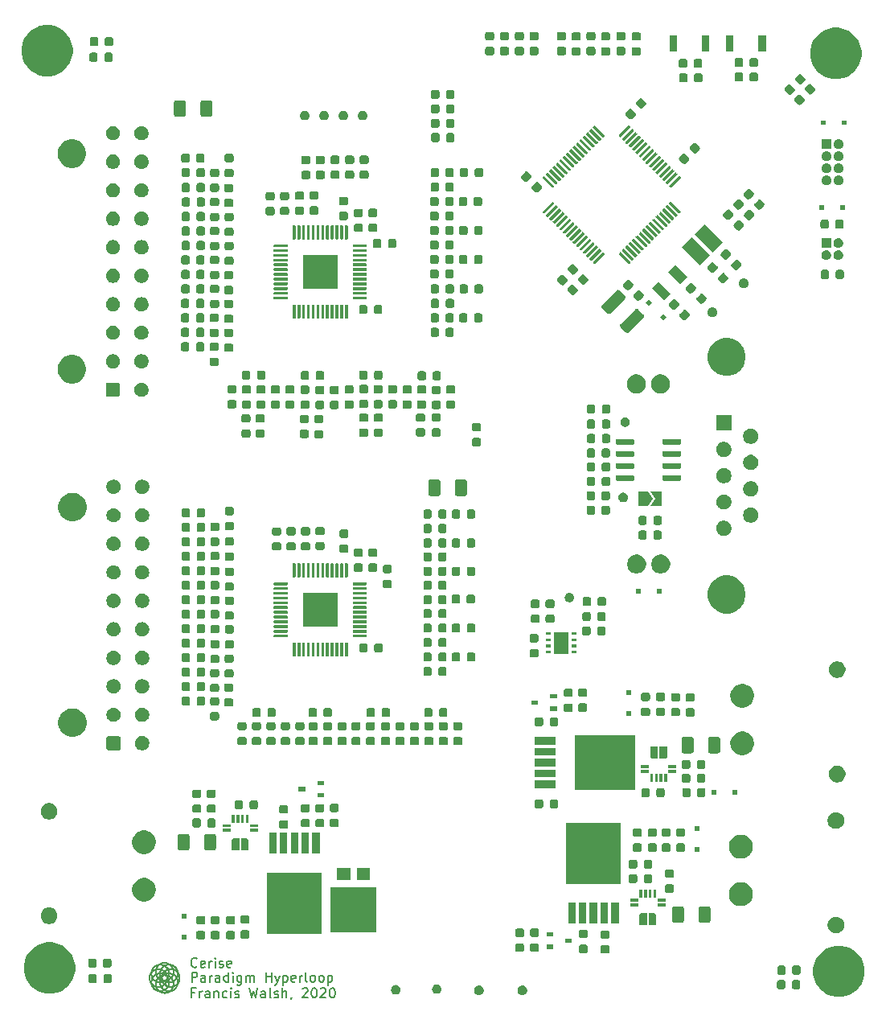
<source format=gbr>
G04 #@! TF.GenerationSoftware,KiCad,Pcbnew,(5.1.5)-3*
G04 #@! TF.CreationDate,2020-04-12T16:22:57-07:00*
G04 #@! TF.ProjectId,Milpitas_BMS,4d696c70-6974-4617-935f-424d532e6b69,rev?*
G04 #@! TF.SameCoordinates,Original*
G04 #@! TF.FileFunction,Soldermask,Top*
G04 #@! TF.FilePolarity,Negative*
%FSLAX46Y46*%
G04 Gerber Fmt 4.6, Leading zero omitted, Abs format (unit mm)*
G04 Created by KiCad (PCBNEW (5.1.5)-3) date 2020-04-12 16:22:57*
%MOMM*%
%LPD*%
G04 APERTURE LIST*
%ADD10C,0.150000*%
%ADD11C,0.010000*%
%ADD12C,0.100000*%
G04 APERTURE END LIST*
D10*
X119873047Y-146502380D02*
X119873047Y-145502380D01*
X120254000Y-145502380D01*
X120349238Y-145550000D01*
X120396857Y-145597619D01*
X120444476Y-145692857D01*
X120444476Y-145835714D01*
X120396857Y-145930952D01*
X120349238Y-145978571D01*
X120254000Y-146026190D01*
X119873047Y-146026190D01*
X121301619Y-146502380D02*
X121301619Y-145978571D01*
X121254000Y-145883333D01*
X121158761Y-145835714D01*
X120968285Y-145835714D01*
X120873047Y-145883333D01*
X121301619Y-146454761D02*
X121206380Y-146502380D01*
X120968285Y-146502380D01*
X120873047Y-146454761D01*
X120825428Y-146359523D01*
X120825428Y-146264285D01*
X120873047Y-146169047D01*
X120968285Y-146121428D01*
X121206380Y-146121428D01*
X121301619Y-146073809D01*
X121777809Y-146502380D02*
X121777809Y-145835714D01*
X121777809Y-146026190D02*
X121825428Y-145930952D01*
X121873047Y-145883333D01*
X121968285Y-145835714D01*
X122063523Y-145835714D01*
X122825428Y-146502380D02*
X122825428Y-145978571D01*
X122777809Y-145883333D01*
X122682571Y-145835714D01*
X122492095Y-145835714D01*
X122396857Y-145883333D01*
X122825428Y-146454761D02*
X122730190Y-146502380D01*
X122492095Y-146502380D01*
X122396857Y-146454761D01*
X122349238Y-146359523D01*
X122349238Y-146264285D01*
X122396857Y-146169047D01*
X122492095Y-146121428D01*
X122730190Y-146121428D01*
X122825428Y-146073809D01*
X123730190Y-146502380D02*
X123730190Y-145502380D01*
X123730190Y-146454761D02*
X123634952Y-146502380D01*
X123444476Y-146502380D01*
X123349238Y-146454761D01*
X123301619Y-146407142D01*
X123254000Y-146311904D01*
X123254000Y-146026190D01*
X123301619Y-145930952D01*
X123349238Y-145883333D01*
X123444476Y-145835714D01*
X123634952Y-145835714D01*
X123730190Y-145883333D01*
X124206380Y-146502380D02*
X124206380Y-145835714D01*
X124206380Y-145502380D02*
X124158761Y-145550000D01*
X124206380Y-145597619D01*
X124254000Y-145550000D01*
X124206380Y-145502380D01*
X124206380Y-145597619D01*
X125111142Y-145835714D02*
X125111142Y-146645238D01*
X125063523Y-146740476D01*
X125015904Y-146788095D01*
X124920666Y-146835714D01*
X124777809Y-146835714D01*
X124682571Y-146788095D01*
X125111142Y-146454761D02*
X125015904Y-146502380D01*
X124825428Y-146502380D01*
X124730190Y-146454761D01*
X124682571Y-146407142D01*
X124634952Y-146311904D01*
X124634952Y-146026190D01*
X124682571Y-145930952D01*
X124730190Y-145883333D01*
X124825428Y-145835714D01*
X125015904Y-145835714D01*
X125111142Y-145883333D01*
X125587333Y-146502380D02*
X125587333Y-145835714D01*
X125587333Y-145930952D02*
X125634952Y-145883333D01*
X125730190Y-145835714D01*
X125873047Y-145835714D01*
X125968285Y-145883333D01*
X126015904Y-145978571D01*
X126015904Y-146502380D01*
X126015904Y-145978571D02*
X126063523Y-145883333D01*
X126158761Y-145835714D01*
X126301619Y-145835714D01*
X126396857Y-145883333D01*
X126444476Y-145978571D01*
X126444476Y-146502380D01*
X127682571Y-146502380D02*
X127682571Y-145502380D01*
X127682571Y-145978571D02*
X128254000Y-145978571D01*
X128254000Y-146502380D02*
X128254000Y-145502380D01*
X128634952Y-145835714D02*
X128873047Y-146502380D01*
X129111142Y-145835714D02*
X128873047Y-146502380D01*
X128777809Y-146740476D01*
X128730190Y-146788095D01*
X128634952Y-146835714D01*
X129492095Y-145835714D02*
X129492095Y-146835714D01*
X129492095Y-145883333D02*
X129587333Y-145835714D01*
X129777809Y-145835714D01*
X129873047Y-145883333D01*
X129920666Y-145930952D01*
X129968285Y-146026190D01*
X129968285Y-146311904D01*
X129920666Y-146407142D01*
X129873047Y-146454761D01*
X129777809Y-146502380D01*
X129587333Y-146502380D01*
X129492095Y-146454761D01*
X130777809Y-146454761D02*
X130682571Y-146502380D01*
X130492095Y-146502380D01*
X130396857Y-146454761D01*
X130349238Y-146359523D01*
X130349238Y-145978571D01*
X130396857Y-145883333D01*
X130492095Y-145835714D01*
X130682571Y-145835714D01*
X130777809Y-145883333D01*
X130825428Y-145978571D01*
X130825428Y-146073809D01*
X130349238Y-146169047D01*
X131254000Y-146502380D02*
X131254000Y-145835714D01*
X131254000Y-146026190D02*
X131301619Y-145930952D01*
X131349238Y-145883333D01*
X131444476Y-145835714D01*
X131539714Y-145835714D01*
X132015904Y-146502380D02*
X131920666Y-146454761D01*
X131873047Y-146359523D01*
X131873047Y-145502380D01*
X132539714Y-146502380D02*
X132444476Y-146454761D01*
X132396857Y-146407142D01*
X132349238Y-146311904D01*
X132349238Y-146026190D01*
X132396857Y-145930952D01*
X132444476Y-145883333D01*
X132539714Y-145835714D01*
X132682571Y-145835714D01*
X132777809Y-145883333D01*
X132825428Y-145930952D01*
X132873047Y-146026190D01*
X132873047Y-146311904D01*
X132825428Y-146407142D01*
X132777809Y-146454761D01*
X132682571Y-146502380D01*
X132539714Y-146502380D01*
X133444476Y-146502380D02*
X133349238Y-146454761D01*
X133301619Y-146407142D01*
X133254000Y-146311904D01*
X133254000Y-146026190D01*
X133301619Y-145930952D01*
X133349238Y-145883333D01*
X133444476Y-145835714D01*
X133587333Y-145835714D01*
X133682571Y-145883333D01*
X133730190Y-145930952D01*
X133777809Y-146026190D01*
X133777809Y-146311904D01*
X133730190Y-146407142D01*
X133682571Y-146454761D01*
X133587333Y-146502380D01*
X133444476Y-146502380D01*
X134206380Y-145835714D02*
X134206380Y-146835714D01*
X134206380Y-145883333D02*
X134301619Y-145835714D01*
X134492095Y-145835714D01*
X134587333Y-145883333D01*
X134634952Y-145930952D01*
X134682571Y-146026190D01*
X134682571Y-146311904D01*
X134634952Y-146407142D01*
X134587333Y-146454761D01*
X134492095Y-146502380D01*
X134301619Y-146502380D01*
X134206380Y-146454761D01*
X120190523Y-147629571D02*
X119857190Y-147629571D01*
X119857190Y-148153380D02*
X119857190Y-147153380D01*
X120333380Y-147153380D01*
X120714333Y-148153380D02*
X120714333Y-147486714D01*
X120714333Y-147677190D02*
X120761952Y-147581952D01*
X120809571Y-147534333D01*
X120904809Y-147486714D01*
X121000047Y-147486714D01*
X121761952Y-148153380D02*
X121761952Y-147629571D01*
X121714333Y-147534333D01*
X121619095Y-147486714D01*
X121428619Y-147486714D01*
X121333380Y-147534333D01*
X121761952Y-148105761D02*
X121666714Y-148153380D01*
X121428619Y-148153380D01*
X121333380Y-148105761D01*
X121285761Y-148010523D01*
X121285761Y-147915285D01*
X121333380Y-147820047D01*
X121428619Y-147772428D01*
X121666714Y-147772428D01*
X121761952Y-147724809D01*
X122238142Y-147486714D02*
X122238142Y-148153380D01*
X122238142Y-147581952D02*
X122285761Y-147534333D01*
X122381000Y-147486714D01*
X122523857Y-147486714D01*
X122619095Y-147534333D01*
X122666714Y-147629571D01*
X122666714Y-148153380D01*
X123571476Y-148105761D02*
X123476238Y-148153380D01*
X123285761Y-148153380D01*
X123190523Y-148105761D01*
X123142904Y-148058142D01*
X123095285Y-147962904D01*
X123095285Y-147677190D01*
X123142904Y-147581952D01*
X123190523Y-147534333D01*
X123285761Y-147486714D01*
X123476238Y-147486714D01*
X123571476Y-147534333D01*
X124000047Y-148153380D02*
X124000047Y-147486714D01*
X124000047Y-147153380D02*
X123952428Y-147201000D01*
X124000047Y-147248619D01*
X124047666Y-147201000D01*
X124000047Y-147153380D01*
X124000047Y-147248619D01*
X124428619Y-148105761D02*
X124523857Y-148153380D01*
X124714333Y-148153380D01*
X124809571Y-148105761D01*
X124857190Y-148010523D01*
X124857190Y-147962904D01*
X124809571Y-147867666D01*
X124714333Y-147820047D01*
X124571476Y-147820047D01*
X124476238Y-147772428D01*
X124428619Y-147677190D01*
X124428619Y-147629571D01*
X124476238Y-147534333D01*
X124571476Y-147486714D01*
X124714333Y-147486714D01*
X124809571Y-147534333D01*
X125952428Y-147153380D02*
X126190523Y-148153380D01*
X126381000Y-147439095D01*
X126571476Y-148153380D01*
X126809571Y-147153380D01*
X127619095Y-148153380D02*
X127619095Y-147629571D01*
X127571476Y-147534333D01*
X127476238Y-147486714D01*
X127285761Y-147486714D01*
X127190523Y-147534333D01*
X127619095Y-148105761D02*
X127523857Y-148153380D01*
X127285761Y-148153380D01*
X127190523Y-148105761D01*
X127142904Y-148010523D01*
X127142904Y-147915285D01*
X127190523Y-147820047D01*
X127285761Y-147772428D01*
X127523857Y-147772428D01*
X127619095Y-147724809D01*
X128238142Y-148153380D02*
X128142904Y-148105761D01*
X128095285Y-148010523D01*
X128095285Y-147153380D01*
X128571476Y-148105761D02*
X128666714Y-148153380D01*
X128857190Y-148153380D01*
X128952428Y-148105761D01*
X129000047Y-148010523D01*
X129000047Y-147962904D01*
X128952428Y-147867666D01*
X128857190Y-147820047D01*
X128714333Y-147820047D01*
X128619095Y-147772428D01*
X128571476Y-147677190D01*
X128571476Y-147629571D01*
X128619095Y-147534333D01*
X128714333Y-147486714D01*
X128857190Y-147486714D01*
X128952428Y-147534333D01*
X129428619Y-148153380D02*
X129428619Y-147153380D01*
X129857190Y-148153380D02*
X129857190Y-147629571D01*
X129809571Y-147534333D01*
X129714333Y-147486714D01*
X129571476Y-147486714D01*
X129476238Y-147534333D01*
X129428619Y-147581952D01*
X130381000Y-148105761D02*
X130381000Y-148153380D01*
X130333380Y-148248619D01*
X130285761Y-148296238D01*
X131523857Y-147248619D02*
X131571476Y-147201000D01*
X131666714Y-147153380D01*
X131904809Y-147153380D01*
X132000047Y-147201000D01*
X132047666Y-147248619D01*
X132095285Y-147343857D01*
X132095285Y-147439095D01*
X132047666Y-147581952D01*
X131476238Y-148153380D01*
X132095285Y-148153380D01*
X132714333Y-147153380D02*
X132809571Y-147153380D01*
X132904809Y-147201000D01*
X132952428Y-147248619D01*
X133000047Y-147343857D01*
X133047666Y-147534333D01*
X133047666Y-147772428D01*
X133000047Y-147962904D01*
X132952428Y-148058142D01*
X132904809Y-148105761D01*
X132809571Y-148153380D01*
X132714333Y-148153380D01*
X132619095Y-148105761D01*
X132571476Y-148058142D01*
X132523857Y-147962904D01*
X132476238Y-147772428D01*
X132476238Y-147534333D01*
X132523857Y-147343857D01*
X132571476Y-147248619D01*
X132619095Y-147201000D01*
X132714333Y-147153380D01*
X133428619Y-147248619D02*
X133476238Y-147201000D01*
X133571476Y-147153380D01*
X133809571Y-147153380D01*
X133904809Y-147201000D01*
X133952428Y-147248619D01*
X134000047Y-147343857D01*
X134000047Y-147439095D01*
X133952428Y-147581952D01*
X133381000Y-148153380D01*
X134000047Y-148153380D01*
X134619095Y-147153380D02*
X134714333Y-147153380D01*
X134809571Y-147201000D01*
X134857190Y-147248619D01*
X134904809Y-147343857D01*
X134952428Y-147534333D01*
X134952428Y-147772428D01*
X134904809Y-147962904D01*
X134857190Y-148058142D01*
X134809571Y-148105761D01*
X134714333Y-148153380D01*
X134619095Y-148153380D01*
X134523857Y-148105761D01*
X134476238Y-148058142D01*
X134428619Y-147962904D01*
X134381000Y-147772428D01*
X134381000Y-147534333D01*
X134428619Y-147343857D01*
X134476238Y-147248619D01*
X134523857Y-147201000D01*
X134619095Y-147153380D01*
X120420000Y-144883142D02*
X120372380Y-144930761D01*
X120229523Y-144978380D01*
X120134285Y-144978380D01*
X119991428Y-144930761D01*
X119896190Y-144835523D01*
X119848571Y-144740285D01*
X119800952Y-144549809D01*
X119800952Y-144406952D01*
X119848571Y-144216476D01*
X119896190Y-144121238D01*
X119991428Y-144026000D01*
X120134285Y-143978380D01*
X120229523Y-143978380D01*
X120372380Y-144026000D01*
X120420000Y-144073619D01*
X121229523Y-144930761D02*
X121134285Y-144978380D01*
X120943809Y-144978380D01*
X120848571Y-144930761D01*
X120800952Y-144835523D01*
X120800952Y-144454571D01*
X120848571Y-144359333D01*
X120943809Y-144311714D01*
X121134285Y-144311714D01*
X121229523Y-144359333D01*
X121277142Y-144454571D01*
X121277142Y-144549809D01*
X120800952Y-144645047D01*
X121705714Y-144978380D02*
X121705714Y-144311714D01*
X121705714Y-144502190D02*
X121753333Y-144406952D01*
X121800952Y-144359333D01*
X121896190Y-144311714D01*
X121991428Y-144311714D01*
X122324761Y-144978380D02*
X122324761Y-144311714D01*
X122324761Y-143978380D02*
X122277142Y-144026000D01*
X122324761Y-144073619D01*
X122372380Y-144026000D01*
X122324761Y-143978380D01*
X122324761Y-144073619D01*
X122753333Y-144930761D02*
X122848571Y-144978380D01*
X123039047Y-144978380D01*
X123134285Y-144930761D01*
X123181904Y-144835523D01*
X123181904Y-144787904D01*
X123134285Y-144692666D01*
X123039047Y-144645047D01*
X122896190Y-144645047D01*
X122800952Y-144597428D01*
X122753333Y-144502190D01*
X122753333Y-144454571D01*
X122800952Y-144359333D01*
X122896190Y-144311714D01*
X123039047Y-144311714D01*
X123134285Y-144359333D01*
X123991428Y-144930761D02*
X123896190Y-144978380D01*
X123705714Y-144978380D01*
X123610476Y-144930761D01*
X123562857Y-144835523D01*
X123562857Y-144454571D01*
X123610476Y-144359333D01*
X123705714Y-144311714D01*
X123896190Y-144311714D01*
X123991428Y-144359333D01*
X124039047Y-144454571D01*
X124039047Y-144549809D01*
X123562857Y-144645047D01*
D11*
G36*
X117013431Y-144419984D02*
G01*
X117076476Y-144424872D01*
X117138911Y-144433746D01*
X117200415Y-144446606D01*
X117232642Y-144455072D01*
X117291766Y-144473849D01*
X117350110Y-144496556D01*
X117407149Y-144522937D01*
X117462360Y-144552737D01*
X117515217Y-144585698D01*
X117549494Y-144609748D01*
X117557666Y-144615178D01*
X117564854Y-144618323D01*
X117572966Y-144619997D01*
X117573836Y-144620106D01*
X117580388Y-144621061D01*
X117589962Y-144622661D01*
X117601432Y-144624710D01*
X117613669Y-144627010D01*
X117617876Y-144627828D01*
X117679181Y-144641977D01*
X117739660Y-144660147D01*
X117798917Y-144682183D01*
X117856558Y-144707929D01*
X117912191Y-144737229D01*
X117945959Y-144757397D01*
X117953607Y-144762020D01*
X117960074Y-144765623D01*
X117964421Y-144767697D01*
X117965538Y-144768003D01*
X117967407Y-144768559D01*
X117967260Y-144768930D01*
X117968566Y-144770406D01*
X117972775Y-144773878D01*
X117979323Y-144778910D01*
X117987649Y-144785065D01*
X117993189Y-144789061D01*
X118045459Y-144828967D01*
X118094494Y-144871599D01*
X118140313Y-144916978D01*
X118182937Y-144965126D01*
X118222385Y-145016063D01*
X118246503Y-145050934D01*
X118279841Y-145105157D01*
X118309453Y-145161317D01*
X118335375Y-145219491D01*
X118357642Y-145279760D01*
X118376289Y-145342201D01*
X118376510Y-145343034D01*
X118379675Y-145355711D01*
X118383104Y-145370623D01*
X118386584Y-145386732D01*
X118389905Y-145402996D01*
X118392854Y-145418377D01*
X118395220Y-145431833D01*
X118396790Y-145442326D01*
X118396895Y-145443165D01*
X118398338Y-145450988D01*
X118401005Y-145457777D01*
X118405647Y-145465252D01*
X118407854Y-145468317D01*
X118439305Y-145514005D01*
X118468782Y-145562765D01*
X118495833Y-145613716D01*
X118520008Y-145665979D01*
X118540855Y-145718677D01*
X118549983Y-145745201D01*
X118567650Y-145806112D01*
X118581306Y-145868139D01*
X118590933Y-145930999D01*
X118596516Y-145994408D01*
X118598037Y-146058081D01*
X118595481Y-146121737D01*
X118588831Y-146185090D01*
X118578899Y-146243782D01*
X118564380Y-146305484D01*
X118545875Y-146366216D01*
X118523523Y-146425660D01*
X118497466Y-146483500D01*
X118467842Y-146539420D01*
X118434790Y-146593103D01*
X118407854Y-146631684D01*
X118402353Y-146639799D01*
X118399086Y-146646630D01*
X118397303Y-146653900D01*
X118396895Y-146656836D01*
X118395940Y-146663388D01*
X118394340Y-146672962D01*
X118392291Y-146684432D01*
X118389991Y-146696669D01*
X118389173Y-146700876D01*
X118374860Y-146762872D01*
X118356514Y-146823749D01*
X118334241Y-146883284D01*
X118308146Y-146941251D01*
X118278335Y-146997427D01*
X118244912Y-147051588D01*
X118207984Y-147103510D01*
X118188000Y-147128853D01*
X118178915Y-147139901D01*
X118170914Y-147149392D01*
X118163265Y-147158133D01*
X118155237Y-147166931D01*
X118146099Y-147176596D01*
X118135121Y-147187933D01*
X118127248Y-147195975D01*
X118101307Y-147221708D01*
X118076451Y-147244819D01*
X118051542Y-147266287D01*
X118025436Y-147287091D01*
X117996994Y-147308208D01*
X117993189Y-147310940D01*
X117984075Y-147317554D01*
X117976406Y-147323304D01*
X117970744Y-147327752D01*
X117967651Y-147330463D01*
X117967260Y-147331071D01*
X117966522Y-147331918D01*
X117965538Y-147331998D01*
X117962680Y-147333066D01*
X117957210Y-147335930D01*
X117950065Y-147340081D01*
X117945959Y-147342604D01*
X117891790Y-147374059D01*
X117835365Y-147402057D01*
X117777078Y-147426443D01*
X117717321Y-147447061D01*
X117656490Y-147463756D01*
X117617876Y-147472173D01*
X117605635Y-147474514D01*
X117593772Y-147476672D01*
X117583415Y-147478450D01*
X117575690Y-147479650D01*
X117573836Y-147479895D01*
X117565541Y-147481472D01*
X117558347Y-147484447D01*
X117550348Y-147489629D01*
X117549494Y-147490253D01*
X117501364Y-147523344D01*
X117450317Y-147554059D01*
X117397201Y-147581955D01*
X117342863Y-147606588D01*
X117288154Y-147627516D01*
X117283200Y-147629217D01*
X117221884Y-147647834D01*
X117159539Y-147662368D01*
X117096343Y-147672797D01*
X117032470Y-147679095D01*
X116968097Y-147681239D01*
X116910909Y-147679657D01*
X116847299Y-147673972D01*
X116784305Y-147664152D01*
X116722147Y-147650278D01*
X116661050Y-147632428D01*
X116601235Y-147610683D01*
X116542925Y-147585123D01*
X116486341Y-147555828D01*
X116431707Y-147522878D01*
X116384507Y-147490253D01*
X116383987Y-147489907D01*
X116563967Y-147489907D01*
X116580804Y-147498387D01*
X116606225Y-147510359D01*
X116634695Y-147522314D01*
X116665050Y-147533829D01*
X116696126Y-147544477D01*
X116726759Y-147553836D01*
X116750042Y-147560079D01*
X116770221Y-147564911D01*
X116789589Y-147569094D01*
X116808960Y-147572759D01*
X116829144Y-147576034D01*
X116850956Y-147579050D01*
X116875207Y-147581936D01*
X116902710Y-147584822D01*
X116908792Y-147585422D01*
X116916430Y-147585864D01*
X116927566Y-147586097D01*
X116941471Y-147586140D01*
X116957416Y-147586009D01*
X116974670Y-147585723D01*
X116992506Y-147585300D01*
X117010194Y-147584758D01*
X117027004Y-147584113D01*
X117042207Y-147583385D01*
X117055075Y-147582591D01*
X117064877Y-147581749D01*
X117066484Y-147581567D01*
X117116836Y-147574085D01*
X117166964Y-147563852D01*
X117216146Y-147551076D01*
X117263658Y-147535969D01*
X117308778Y-147518739D01*
X117350783Y-147499595D01*
X117353197Y-147498387D01*
X117370034Y-147489907D01*
X117351080Y-147488405D01*
X117287514Y-147481296D01*
X117224495Y-147470126D01*
X117162370Y-147454988D01*
X117101485Y-147435977D01*
X117042187Y-147413186D01*
X116996105Y-147392287D01*
X116967000Y-147378143D01*
X116937896Y-147392287D01*
X116880117Y-147418035D01*
X116820474Y-147440078D01*
X116759314Y-147458323D01*
X116696983Y-147472676D01*
X116633827Y-147483043D01*
X116582921Y-147488405D01*
X116563967Y-147489907D01*
X116383987Y-147489907D01*
X116376335Y-147484823D01*
X116369147Y-147481678D01*
X116361035Y-147480004D01*
X116360165Y-147479895D01*
X116353613Y-147478940D01*
X116344039Y-147477340D01*
X116332569Y-147475291D01*
X116320332Y-147472991D01*
X116316126Y-147472173D01*
X116254820Y-147458024D01*
X116194341Y-147439854D01*
X116135084Y-147417818D01*
X116077443Y-147392072D01*
X116021810Y-147362772D01*
X115988042Y-147342604D01*
X115980394Y-147337981D01*
X115973927Y-147334378D01*
X115969580Y-147332304D01*
X115968463Y-147331998D01*
X115966594Y-147331442D01*
X115966741Y-147331071D01*
X115965435Y-147329595D01*
X115961226Y-147326123D01*
X115954678Y-147321091D01*
X115946352Y-147314936D01*
X115940812Y-147310940D01*
X115888542Y-147271034D01*
X115839507Y-147228402D01*
X115793688Y-147183023D01*
X115751064Y-147134875D01*
X115711616Y-147083938D01*
X115687498Y-147049067D01*
X115654160Y-146994844D01*
X115624548Y-146938684D01*
X115598626Y-146880510D01*
X115576359Y-146820241D01*
X115565917Y-146785274D01*
X115663925Y-146785274D01*
X115663984Y-146785607D01*
X115665370Y-146789317D01*
X115667762Y-146795947D01*
X115670776Y-146804421D01*
X115672843Y-146810289D01*
X115694101Y-146864528D01*
X115719187Y-146917237D01*
X115747912Y-146968216D01*
X115780087Y-147017268D01*
X115815522Y-147064194D01*
X115854027Y-147108798D01*
X115895413Y-147150879D01*
X115939490Y-147190241D01*
X115986070Y-147226685D01*
X116034961Y-147260014D01*
X116085976Y-147290028D01*
X116138924Y-147316530D01*
X116170076Y-147330063D01*
X116178348Y-147333382D01*
X116188161Y-147337198D01*
X116198708Y-147341212D01*
X116209186Y-147345125D01*
X116218789Y-147348640D01*
X116226712Y-147351457D01*
X116232150Y-147353280D01*
X116234183Y-147353821D01*
X116233139Y-147352334D01*
X116229847Y-147348245D01*
X116224813Y-147342169D01*
X116218540Y-147334723D01*
X116218171Y-147334288D01*
X116178717Y-147284810D01*
X116142978Y-147233649D01*
X116110782Y-147180509D01*
X116081959Y-147125090D01*
X116056337Y-147067097D01*
X116041044Y-147027121D01*
X116037315Y-147016586D01*
X116037132Y-147016048D01*
X116137941Y-147016048D01*
X116138421Y-147018118D01*
X116140396Y-147023372D01*
X116143581Y-147031152D01*
X116147688Y-147040804D01*
X116152432Y-147051669D01*
X116157525Y-147063092D01*
X116162682Y-147074416D01*
X116167616Y-147084985D01*
X116171754Y-147093561D01*
X116179020Y-147107946D01*
X116186360Y-147121840D01*
X116193492Y-147134768D01*
X116200133Y-147146256D01*
X116206002Y-147155827D01*
X116210818Y-147163007D01*
X116214299Y-147167321D01*
X116216109Y-147168335D01*
X116217342Y-147168282D01*
X116216826Y-147169419D01*
X116217294Y-147172315D01*
X116220136Y-147178057D01*
X116225044Y-147186215D01*
X116231712Y-147196361D01*
X116239831Y-147208065D01*
X116249096Y-147220896D01*
X116259197Y-147234425D01*
X116269829Y-147248223D01*
X116280684Y-147261859D01*
X116291454Y-147274905D01*
X116296513Y-147280842D01*
X116305976Y-147291417D01*
X116317626Y-147303803D01*
X116330771Y-147317320D01*
X116344718Y-147331282D01*
X116358775Y-147345009D01*
X116372248Y-147357817D01*
X116384445Y-147369024D01*
X116394674Y-147377946D01*
X116396886Y-147379775D01*
X116411795Y-147391925D01*
X116432752Y-147393772D01*
X116444722Y-147394561D01*
X116459975Y-147395161D01*
X116477566Y-147395572D01*
X116496551Y-147395791D01*
X116515983Y-147395817D01*
X116534916Y-147395649D01*
X116552407Y-147395284D01*
X116567509Y-147394722D01*
X116578592Y-147394019D01*
X116640314Y-147386746D01*
X116700906Y-147375401D01*
X116760500Y-147359953D01*
X116819224Y-147340371D01*
X116840000Y-147332375D01*
X116849880Y-147328369D01*
X116858339Y-147324811D01*
X116864596Y-147322040D01*
X116867869Y-147320393D01*
X116868115Y-147320211D01*
X116868010Y-147319967D01*
X117065784Y-147319967D01*
X117065886Y-147320211D01*
X117068713Y-147321805D01*
X117074831Y-147324548D01*
X117083544Y-147328170D01*
X117094154Y-147332399D01*
X117105966Y-147336964D01*
X117118283Y-147341593D01*
X117130409Y-147346015D01*
X117141646Y-147349958D01*
X117145859Y-147351382D01*
X117193598Y-147365671D01*
X117243581Y-147377600D01*
X117294353Y-147386869D01*
X117344459Y-147393180D01*
X117352234Y-147393888D01*
X117364095Y-147394648D01*
X117379194Y-147395221D01*
X117396597Y-147395605D01*
X117415371Y-147395801D01*
X117434583Y-147395807D01*
X117453299Y-147395624D01*
X117470586Y-147395252D01*
X117485512Y-147394689D01*
X117497141Y-147393936D01*
X117497144Y-147393936D01*
X117522462Y-147391715D01*
X117537244Y-147379670D01*
X117546801Y-147371489D01*
X117558507Y-147360848D01*
X117566127Y-147353658D01*
X117699389Y-147353658D01*
X117708374Y-147350807D01*
X117715723Y-147348387D01*
X117724463Y-147345389D01*
X117729001Y-147343786D01*
X117783374Y-147322087D01*
X117836333Y-147296524D01*
X117887637Y-147267301D01*
X117937047Y-147234620D01*
X117984326Y-147198686D01*
X118029232Y-147159700D01*
X118071528Y-147117867D01*
X118110973Y-147073389D01*
X118147330Y-147026469D01*
X118180358Y-146977311D01*
X118200480Y-146943270D01*
X118215992Y-146914186D01*
X118230901Y-146883595D01*
X118244609Y-146852815D01*
X118256519Y-146823160D01*
X118262466Y-146806709D01*
X118265371Y-146798359D01*
X118267929Y-146791159D01*
X118269693Y-146786359D01*
X118269987Y-146785607D01*
X118269140Y-146785334D01*
X118265642Y-146787490D01*
X118260015Y-146791701D01*
X118252782Y-146797595D01*
X118250634Y-146799415D01*
X118201135Y-146838924D01*
X118149078Y-146875071D01*
X118094515Y-146907824D01*
X118037500Y-146937152D01*
X117978085Y-146963027D01*
X117948844Y-146974168D01*
X117937536Y-146978225D01*
X117927210Y-146981818D01*
X117918708Y-146984663D01*
X117912871Y-146986476D01*
X117911098Y-146986930D01*
X117906130Y-146989237D01*
X117903949Y-146994004D01*
X117902807Y-146998145D01*
X117900513Y-147005317D01*
X117897380Y-147014582D01*
X117893718Y-147025000D01*
X117892957Y-147027121D01*
X117869341Y-147087027D01*
X117842627Y-147144167D01*
X117812651Y-147198830D01*
X117779243Y-147251306D01*
X117742238Y-147301885D01*
X117715919Y-147334184D01*
X117699389Y-147353658D01*
X117566127Y-147353658D01*
X117571670Y-147348429D01*
X117585600Y-147334913D01*
X117599606Y-147320981D01*
X117612997Y-147307313D01*
X117625083Y-147294592D01*
X117635172Y-147283498D01*
X117637488Y-147280842D01*
X117648108Y-147268233D01*
X117658961Y-147254827D01*
X117669738Y-147241053D01*
X117680133Y-147227341D01*
X117689838Y-147214121D01*
X117698547Y-147201821D01*
X117705951Y-147190873D01*
X117711744Y-147181705D01*
X117715618Y-147174747D01*
X117717266Y-147170429D01*
X117717175Y-147169419D01*
X117716896Y-147167925D01*
X117717892Y-147168335D01*
X117719848Y-147167173D01*
X117723405Y-147162696D01*
X117728284Y-147155379D01*
X117734201Y-147145695D01*
X117740875Y-147134120D01*
X117748025Y-147121129D01*
X117755368Y-147107197D01*
X117762247Y-147093561D01*
X117766717Y-147084284D01*
X117771676Y-147073641D01*
X117776838Y-147062288D01*
X117781916Y-147050883D01*
X117786624Y-147040081D01*
X117790676Y-147030539D01*
X117793786Y-147022914D01*
X117795666Y-147017862D01*
X117796060Y-147016048D01*
X117793951Y-147016261D01*
X117788404Y-147017031D01*
X117780161Y-147018249D01*
X117769965Y-147019808D01*
X117764984Y-147020584D01*
X117742809Y-147023847D01*
X117722048Y-147026402D01*
X117701721Y-147028317D01*
X117680850Y-147029659D01*
X117658454Y-147030493D01*
X117633553Y-147030886D01*
X117612584Y-147030932D01*
X117585213Y-147030685D01*
X117560958Y-147030025D01*
X117538714Y-147028869D01*
X117517376Y-147027132D01*
X117495838Y-147024732D01*
X117472997Y-147021586D01*
X117458067Y-147019283D01*
X117447064Y-147017371D01*
X117433311Y-147014740D01*
X117417964Y-147011636D01*
X117402177Y-147008302D01*
X117387109Y-147004982D01*
X117373914Y-147001921D01*
X117363876Y-146999396D01*
X117361751Y-146999455D01*
X117359337Y-147001126D01*
X117356197Y-147004935D01*
X117351899Y-147011410D01*
X117346042Y-147021017D01*
X117319192Y-147062809D01*
X117288770Y-147104541D01*
X117255358Y-147145587D01*
X117219538Y-147185321D01*
X117181892Y-147223117D01*
X117143005Y-147258351D01*
X117103457Y-147290397D01*
X117077528Y-147309322D01*
X117071446Y-147313893D01*
X117067288Y-147317669D01*
X117065784Y-147319967D01*
X116868010Y-147319967D01*
X116867310Y-147318341D01*
X116863688Y-147314840D01*
X116857977Y-147310388D01*
X116856473Y-147309322D01*
X116816809Y-147279698D01*
X116777423Y-147246477D01*
X116738900Y-147210285D01*
X116701821Y-147171746D01*
X116666769Y-147131487D01*
X116634326Y-147090133D01*
X116605075Y-147048310D01*
X116587959Y-147021017D01*
X116582070Y-147011360D01*
X116577771Y-147004895D01*
X116574630Y-147001094D01*
X116572212Y-146999432D01*
X116570126Y-146999371D01*
X116522640Y-147010692D01*
X116476065Y-147019363D01*
X116429299Y-147025524D01*
X116381238Y-147029315D01*
X116330781Y-147030877D01*
X116321417Y-147030932D01*
X116293988Y-147030826D01*
X116269799Y-147030330D01*
X116247872Y-147029376D01*
X116227227Y-147027899D01*
X116206884Y-147025831D01*
X116185864Y-147023106D01*
X116169017Y-147020584D01*
X116158190Y-147018909D01*
X116148984Y-147017525D01*
X116142143Y-147016542D01*
X116138409Y-147016067D01*
X116137941Y-147016048D01*
X116037132Y-147016048D01*
X116034052Y-147007018D01*
X116031567Y-146999356D01*
X116030172Y-146994539D01*
X116030052Y-146994004D01*
X116027739Y-146989106D01*
X116022903Y-146986930D01*
X116018893Y-146985808D01*
X116011756Y-146983497D01*
X116002331Y-146980281D01*
X115991461Y-146976445D01*
X115985157Y-146974168D01*
X115973964Y-146969692D01*
X116669003Y-146969692D01*
X116669953Y-146972447D01*
X116672996Y-146978052D01*
X116677753Y-146985924D01*
X116683845Y-146995477D01*
X116690893Y-147006126D01*
X116698517Y-147017285D01*
X116706340Y-147028369D01*
X116712377Y-147036645D01*
X116750370Y-147084476D01*
X116790994Y-147129076D01*
X116834452Y-147170638D01*
X116880947Y-147209353D01*
X116930681Y-147245415D01*
X116933703Y-147247452D01*
X116943973Y-147254320D01*
X116952983Y-147260296D01*
X116960166Y-147265007D01*
X116964955Y-147268081D01*
X116966775Y-147269148D01*
X116968712Y-147268044D01*
X116973599Y-147264941D01*
X116980878Y-147260205D01*
X116989988Y-147254199D01*
X117000368Y-147247288D01*
X117000642Y-147247105D01*
X117013436Y-147238354D01*
X117027165Y-147228640D01*
X117040572Y-147218871D01*
X117052400Y-147209957D01*
X117058017Y-147205558D01*
X117067489Y-147197810D01*
X117078350Y-147188633D01*
X117090003Y-147178561D01*
X117101850Y-147168129D01*
X117113293Y-147157872D01*
X117123735Y-147148323D01*
X117132577Y-147140017D01*
X117139224Y-147133489D01*
X117142428Y-147130058D01*
X117146134Y-147125906D01*
X117151790Y-147119747D01*
X117158422Y-147112635D01*
X117161478Y-147109392D01*
X117180083Y-147088720D01*
X117199469Y-147065356D01*
X117218718Y-147040486D01*
X117236909Y-147015294D01*
X117251663Y-146993253D01*
X117257045Y-146984791D01*
X117261535Y-146977604D01*
X117264664Y-146972450D01*
X117265962Y-146970091D01*
X117265962Y-146970090D01*
X117264335Y-146968679D01*
X117259499Y-146966070D01*
X117252181Y-146962622D01*
X117243108Y-146958696D01*
X117242167Y-146958306D01*
X117199941Y-146939540D01*
X117157260Y-146918100D01*
X117147187Y-146912459D01*
X117405458Y-146912459D01*
X117405472Y-146912489D01*
X117408401Y-146913658D01*
X117414921Y-146915289D01*
X117424429Y-146917282D01*
X117436318Y-146919537D01*
X117449985Y-146921953D01*
X117464825Y-146924430D01*
X117480234Y-146926869D01*
X117495606Y-146929169D01*
X117510338Y-146931230D01*
X117523824Y-146932953D01*
X117535461Y-146934236D01*
X117538501Y-146934520D01*
X117549724Y-146935256D01*
X117564287Y-146935824D01*
X117581299Y-146936223D01*
X117599869Y-146936453D01*
X117619107Y-146936511D01*
X117638121Y-146936398D01*
X117656022Y-146936113D01*
X117671919Y-146935654D01*
X117684921Y-146935021D01*
X117689842Y-146934658D01*
X117705287Y-146933143D01*
X117721854Y-146931189D01*
X117738977Y-146928894D01*
X117756090Y-146926355D01*
X117772627Y-146923670D01*
X117788022Y-146920937D01*
X117801709Y-146918254D01*
X117813121Y-146915719D01*
X117821693Y-146913429D01*
X117826858Y-146911483D01*
X117827863Y-146910804D01*
X117829327Y-146907663D01*
X117831284Y-146900947D01*
X117833613Y-146891267D01*
X117836191Y-146879236D01*
X117838894Y-146865467D01*
X117841602Y-146850573D01*
X117844190Y-146835164D01*
X117846537Y-146819855D01*
X117847639Y-146812001D01*
X117849705Y-146793294D01*
X117851353Y-146771347D01*
X117852569Y-146747134D01*
X117853335Y-146721628D01*
X117853635Y-146695804D01*
X117853453Y-146670636D01*
X117852771Y-146647098D01*
X117851575Y-146626163D01*
X117850900Y-146618228D01*
X117849260Y-146602728D01*
X117847245Y-146586383D01*
X117844949Y-146569723D01*
X117842465Y-146553278D01*
X117839886Y-146537576D01*
X117837304Y-146523146D01*
X117834812Y-146510519D01*
X117832503Y-146500222D01*
X117830469Y-146492786D01*
X117828804Y-146488740D01*
X117828096Y-146488151D01*
X117825571Y-146488926D01*
X117819934Y-146491049D01*
X117811972Y-146494212D01*
X117802468Y-146498109D01*
X117800520Y-146498921D01*
X117748519Y-146518667D01*
X117693911Y-146535625D01*
X117637423Y-146549611D01*
X117579787Y-146560439D01*
X117530924Y-146566971D01*
X117488423Y-146571592D01*
X117484786Y-146607142D01*
X117477058Y-146666244D01*
X117466059Y-146723675D01*
X117451589Y-146780263D01*
X117433442Y-146836839D01*
X117419557Y-146874058D01*
X117414990Y-146885808D01*
X117411070Y-146896139D01*
X117408024Y-146904435D01*
X117406078Y-146910081D01*
X117405458Y-146912459D01*
X117147187Y-146912459D01*
X117115649Y-146894799D01*
X117076631Y-146870448D01*
X117073892Y-146868629D01*
X117056652Y-146856867D01*
X117039255Y-146844523D01*
X117022412Y-146832129D01*
X117006834Y-146820222D01*
X116993228Y-146809337D01*
X116982306Y-146800008D01*
X116979827Y-146797749D01*
X116974247Y-146793016D01*
X116969495Y-146789769D01*
X116967000Y-146788789D01*
X116963857Y-146790150D01*
X116958896Y-146793687D01*
X116954174Y-146797749D01*
X116944130Y-146806547D01*
X116931204Y-146817051D01*
X116916105Y-146828726D01*
X116899545Y-146841037D01*
X116882232Y-146853449D01*
X116864876Y-146865428D01*
X116860109Y-146868629D01*
X116822620Y-146892256D01*
X116782462Y-146915036D01*
X116741202Y-146936135D01*
X116700403Y-146954716D01*
X116692798Y-146957907D01*
X116683679Y-146961832D01*
X116676152Y-146965364D01*
X116670998Y-146968114D01*
X116669003Y-146969692D01*
X115973964Y-146969692D01*
X115924613Y-146949957D01*
X115866444Y-146922276D01*
X115810702Y-146891156D01*
X115757440Y-146856629D01*
X115706711Y-146818723D01*
X115683367Y-146799415D01*
X115675789Y-146793133D01*
X115669673Y-146788433D01*
X115665544Y-146785689D01*
X115663925Y-146785274D01*
X115565917Y-146785274D01*
X115557712Y-146757800D01*
X115557491Y-146756967D01*
X115554326Y-146744290D01*
X115550897Y-146729378D01*
X115547417Y-146713269D01*
X115544096Y-146697005D01*
X115541147Y-146681624D01*
X115538781Y-146668168D01*
X115537211Y-146657675D01*
X115537106Y-146656836D01*
X115535663Y-146649013D01*
X115532996Y-146642224D01*
X115528354Y-146634749D01*
X115526147Y-146631684D01*
X115492358Y-146582473D01*
X115461229Y-146530403D01*
X115450793Y-146510282D01*
X115620922Y-146510282D01*
X115621077Y-146530693D01*
X115621497Y-146549973D01*
X115622183Y-146567067D01*
X115623065Y-146580144D01*
X115625286Y-146605462D01*
X115637331Y-146620293D01*
X115645761Y-146630163D01*
X115656658Y-146642154D01*
X115669332Y-146655565D01*
X115683093Y-146669697D01*
X115697251Y-146683851D01*
X115711115Y-146697327D01*
X115723994Y-146709426D01*
X115735101Y-146719363D01*
X115782682Y-146757921D01*
X115831687Y-146792638D01*
X115881973Y-146823417D01*
X115921606Y-146844438D01*
X115930703Y-146848837D01*
X115941257Y-146853765D01*
X115952613Y-146858937D01*
X115964117Y-146864066D01*
X115975114Y-146868867D01*
X115984950Y-146873055D01*
X115992971Y-146876345D01*
X115998520Y-146878450D01*
X116000946Y-146879086D01*
X116000989Y-146879060D01*
X116000791Y-146876952D01*
X116000018Y-146871503D01*
X115998796Y-146863552D01*
X115997314Y-146854334D01*
X115994021Y-146833119D01*
X115991407Y-146813500D01*
X115989405Y-146794546D01*
X115987948Y-146775325D01*
X115986968Y-146754904D01*
X115986399Y-146732352D01*
X115986173Y-146706738D01*
X115986162Y-146699817D01*
X115986244Y-146684878D01*
X116080384Y-146684878D01*
X116080480Y-146710540D01*
X116081048Y-146736302D01*
X116082073Y-146761188D01*
X116083538Y-146784226D01*
X116085427Y-146804441D01*
X116086362Y-146812001D01*
X116088531Y-146827010D01*
X116091007Y-146842442D01*
X116093666Y-146857685D01*
X116096387Y-146872126D01*
X116099047Y-146885153D01*
X116101523Y-146896154D01*
X116103692Y-146904515D01*
X116105432Y-146909624D01*
X116106138Y-146910804D01*
X116109631Y-146912498D01*
X116116742Y-146914601D01*
X116126890Y-146917013D01*
X116139490Y-146919629D01*
X116153959Y-146922348D01*
X116169714Y-146925065D01*
X116186172Y-146927680D01*
X116202750Y-146930089D01*
X116218864Y-146932189D01*
X116233931Y-146933878D01*
X116240984Y-146934544D01*
X116252307Y-146935278D01*
X116266952Y-146935842D01*
X116284026Y-146936235D01*
X116302639Y-146936458D01*
X116321897Y-146936509D01*
X116340909Y-146936388D01*
X116358783Y-146936095D01*
X116374627Y-146935629D01*
X116387549Y-146934989D01*
X116392326Y-146934631D01*
X116404323Y-146933430D01*
X116418169Y-146931781D01*
X116433271Y-146929781D01*
X116449036Y-146927527D01*
X116464873Y-146925115D01*
X116480189Y-146922641D01*
X116494391Y-146920200D01*
X116506888Y-146917891D01*
X116517087Y-146915808D01*
X116524396Y-146914049D01*
X116528223Y-146912708D01*
X116528529Y-146912489D01*
X116528023Y-146910393D01*
X116526173Y-146904981D01*
X116523207Y-146896870D01*
X116519350Y-146886675D01*
X116514828Y-146875013D01*
X116514453Y-146874058D01*
X116494462Y-146819127D01*
X116478073Y-146765050D01*
X116465058Y-146710877D01*
X116455189Y-146655658D01*
X116448237Y-146598443D01*
X116448208Y-146598140D01*
X116445845Y-146573218D01*
X116540957Y-146573218D01*
X116542319Y-146590942D01*
X116545593Y-146622036D01*
X116550743Y-146655731D01*
X116557547Y-146690947D01*
X116565784Y-146726609D01*
X116575231Y-146761638D01*
X116581915Y-146783551D01*
X116586645Y-146797785D01*
X116591840Y-146812510D01*
X116597279Y-146827183D01*
X116602740Y-146841263D01*
X116608000Y-146854208D01*
X116612839Y-146865476D01*
X116617034Y-146874524D01*
X116620363Y-146880812D01*
X116622605Y-146883797D01*
X116623024Y-146883967D01*
X116625062Y-146883211D01*
X116630280Y-146881140D01*
X116637942Y-146878048D01*
X116647312Y-146874232D01*
X116649753Y-146873234D01*
X116706615Y-146847730D01*
X116761084Y-146818789D01*
X116813064Y-146786468D01*
X116862458Y-146750827D01*
X116885135Y-146732626D01*
X116899578Y-146720634D01*
X117034423Y-146720634D01*
X117048866Y-146732626D01*
X117091917Y-146766119D01*
X117137404Y-146797251D01*
X117184332Y-146825379D01*
X117225923Y-146847083D01*
X117238138Y-146852891D01*
X117251084Y-146858840D01*
X117264153Y-146864674D01*
X117276734Y-146870132D01*
X117288218Y-146874957D01*
X117297995Y-146878890D01*
X117305455Y-146881673D01*
X117309990Y-146883047D01*
X117310959Y-146883128D01*
X117313199Y-146881048D01*
X117316064Y-146876567D01*
X117316700Y-146875347D01*
X117319702Y-146868787D01*
X117323773Y-146859115D01*
X117328575Y-146847212D01*
X117333767Y-146833956D01*
X117339011Y-146820228D01*
X117343967Y-146806907D01*
X117348294Y-146794874D01*
X117351654Y-146785009D01*
X117352111Y-146783589D01*
X117363208Y-146745899D01*
X117372885Y-146707209D01*
X117380920Y-146668612D01*
X117387088Y-146631201D01*
X117391163Y-146596072D01*
X117391543Y-146591536D01*
X117393001Y-146573213D01*
X117379496Y-146572010D01*
X117370773Y-146571283D01*
X117359906Y-146570448D01*
X117348977Y-146569664D01*
X117346942Y-146569526D01*
X117330719Y-146568127D01*
X117312022Y-146565999D01*
X117291684Y-146563280D01*
X117270543Y-146560108D01*
X117249434Y-146556621D01*
X117229191Y-146552957D01*
X117210651Y-146549254D01*
X117194650Y-146545651D01*
X117182022Y-146542285D01*
X117181927Y-146542257D01*
X117175714Y-146540662D01*
X117171212Y-146540008D01*
X117169945Y-146540166D01*
X117168223Y-146542312D01*
X117164896Y-146547282D01*
X117160504Y-146554251D01*
X117157223Y-146559647D01*
X117138846Y-146588833D01*
X117118563Y-146618457D01*
X117097131Y-146647511D01*
X117075304Y-146674984D01*
X117053837Y-146699868D01*
X117045740Y-146708638D01*
X117034423Y-146720634D01*
X116899578Y-146720634D01*
X116888261Y-146708638D01*
X116867139Y-146685035D01*
X116845362Y-146658449D01*
X116823686Y-146629891D01*
X116802866Y-146600369D01*
X116783658Y-146570893D01*
X116776778Y-146559647D01*
X116771974Y-146551799D01*
X116767872Y-146545394D01*
X116765011Y-146541258D01*
X116764056Y-146540166D01*
X116761239Y-146540147D01*
X116755858Y-146541218D01*
X116752074Y-146542257D01*
X116739479Y-146545620D01*
X116723504Y-146549222D01*
X116704983Y-146552924D01*
X116684752Y-146556589D01*
X116663646Y-146560078D01*
X116642502Y-146563253D01*
X116622154Y-146565977D01*
X116603438Y-146568111D01*
X116587189Y-146569517D01*
X116587059Y-146569526D01*
X116576366Y-146570280D01*
X116565310Y-146571118D01*
X116555975Y-146571881D01*
X116554483Y-146572012D01*
X116540957Y-146573218D01*
X116445845Y-146573218D01*
X116445691Y-146571604D01*
X116403133Y-146566977D01*
X116345028Y-146558939D01*
X116287473Y-146547587D01*
X116231194Y-146533104D01*
X116176915Y-146515672D01*
X116167138Y-146511901D01*
X116858654Y-146511901D01*
X116860258Y-146515194D01*
X116863974Y-146521302D01*
X116869393Y-146529638D01*
X116876108Y-146539614D01*
X116883711Y-146550644D01*
X116891795Y-146562139D01*
X116899950Y-146573513D01*
X116907771Y-146584178D01*
X116914848Y-146593547D01*
X116919176Y-146599062D01*
X116929351Y-146611586D01*
X116939038Y-146623212D01*
X116947868Y-146633520D01*
X116955467Y-146642088D01*
X116961465Y-146648497D01*
X116965491Y-146652326D01*
X116967000Y-146653251D01*
X116969064Y-146651763D01*
X116973198Y-146647763D01*
X116978709Y-146641945D01*
X116982356Y-146637905D01*
X117006255Y-146609668D01*
X117029875Y-146579296D01*
X117051728Y-146548709D01*
X117054181Y-146545087D01*
X117060932Y-146534958D01*
X117066825Y-146525933D01*
X117071459Y-146518644D01*
X117074433Y-146513718D01*
X117075347Y-146511901D01*
X117073724Y-146509918D01*
X117068426Y-146506755D01*
X117059785Y-146502592D01*
X117050609Y-146498627D01*
X117038741Y-146493542D01*
X117024762Y-146487321D01*
X117010347Y-146480721D01*
X116997171Y-146474501D01*
X116996135Y-146474001D01*
X116967061Y-146459941D01*
X116936868Y-146474423D01*
X116923909Y-146480529D01*
X116909798Y-146486997D01*
X116896080Y-146493128D01*
X116884304Y-146498223D01*
X116882334Y-146499050D01*
X116871552Y-146503777D01*
X116863814Y-146507674D01*
X116859473Y-146510550D01*
X116858654Y-146511901D01*
X116167138Y-146511901D01*
X116133481Y-146498921D01*
X116123770Y-146494918D01*
X116115449Y-146491589D01*
X116109301Y-146489241D01*
X116106114Y-146488181D01*
X116105905Y-146488151D01*
X116104475Y-146490163D01*
X116102628Y-146495850D01*
X116100455Y-146504680D01*
X116098049Y-146516124D01*
X116095504Y-146529654D01*
X116092911Y-146544741D01*
X116090365Y-146560854D01*
X116087957Y-146577464D01*
X116085780Y-146594044D01*
X116083927Y-146610062D01*
X116083101Y-146618228D01*
X116081678Y-146637748D01*
X116080778Y-146660290D01*
X116080384Y-146684878D01*
X115986244Y-146684878D01*
X115986313Y-146672329D01*
X115986835Y-146648100D01*
X115987804Y-146626165D01*
X115989293Y-146605562D01*
X115991377Y-146585325D01*
X115994130Y-146564492D01*
X115997625Y-146542098D01*
X115998866Y-146534717D01*
X116001597Y-146519685D01*
X116004957Y-146502707D01*
X116008656Y-146485131D01*
X116010342Y-146477567D01*
X116539434Y-146477567D01*
X116549488Y-146477560D01*
X116555775Y-146477361D01*
X116564921Y-146476828D01*
X116575571Y-146476048D01*
X116583884Y-146475341D01*
X116605215Y-146473086D01*
X116628215Y-146470109D01*
X116651253Y-146466646D01*
X116672697Y-146462939D01*
X116684426Y-146460632D01*
X116694203Y-146458612D01*
X116703152Y-146456797D01*
X116709989Y-146455444D01*
X116712471Y-146454975D01*
X116717137Y-146453883D01*
X116719327Y-146452882D01*
X116719350Y-146452801D01*
X117214651Y-146452801D01*
X117216486Y-146453764D01*
X117220961Y-146454874D01*
X117221530Y-146454980D01*
X117226299Y-146455890D01*
X117234109Y-146457428D01*
X117243853Y-146459373D01*
X117253809Y-146461382D01*
X117277363Y-146465786D01*
X117301760Y-146469669D01*
X117325936Y-146472898D01*
X117348829Y-146475338D01*
X117369374Y-146476858D01*
X117380590Y-146477281D01*
X117395188Y-146477567D01*
X117393721Y-146452696D01*
X117391718Y-146427546D01*
X117388611Y-146399956D01*
X117384611Y-146371510D01*
X117379930Y-146343792D01*
X117377507Y-146331229D01*
X117375222Y-146320073D01*
X117373190Y-146310475D01*
X117371570Y-146303160D01*
X117370521Y-146298851D01*
X117370234Y-146298012D01*
X117368144Y-146298539D01*
X117362725Y-146300425D01*
X117354573Y-146303446D01*
X117344286Y-146307381D01*
X117332463Y-146312007D01*
X117329655Y-146313119D01*
X117316373Y-146318332D01*
X117303362Y-146323331D01*
X117291531Y-146327775D01*
X117281791Y-146331322D01*
X117275052Y-146333631D01*
X117274976Y-146333656D01*
X117267375Y-146336286D01*
X117261265Y-146338790D01*
X117257882Y-146340656D01*
X117257765Y-146340764D01*
X117256063Y-146343767D01*
X117253562Y-146349742D01*
X117250699Y-146357610D01*
X117249516Y-146361151D01*
X117246738Y-146369217D01*
X117242767Y-146380118D01*
X117238010Y-146392771D01*
X117232872Y-146406091D01*
X117229156Y-146415507D01*
X117224571Y-146427050D01*
X117220581Y-146437184D01*
X117217435Y-146445276D01*
X117215376Y-146450693D01*
X117214651Y-146452801D01*
X116719350Y-146452801D01*
X116718603Y-146450634D01*
X116716526Y-146445171D01*
X116713365Y-146437043D01*
X116709365Y-146426883D01*
X116704845Y-146415507D01*
X116699685Y-146402380D01*
X116694612Y-146389137D01*
X116690032Y-146376863D01*
X116687564Y-146370003D01*
X116788313Y-146370003D01*
X116789131Y-146372647D01*
X116789384Y-146373321D01*
X116791665Y-146379096D01*
X116794832Y-146386758D01*
X116798513Y-146395452D01*
X116802340Y-146404327D01*
X116805941Y-146412529D01*
X116808945Y-146419204D01*
X116810983Y-146423500D01*
X116811667Y-146424651D01*
X116813830Y-146423965D01*
X116818985Y-146422140D01*
X116826157Y-146419521D01*
X116828827Y-146418533D01*
X116838727Y-146414713D01*
X116849087Y-146410493D01*
X116857725Y-146406763D01*
X116857992Y-146406642D01*
X116864644Y-146403483D01*
X116867930Y-146401407D01*
X116868392Y-146399936D01*
X117065574Y-146399936D01*
X117066125Y-146401458D01*
X117069503Y-146403559D01*
X117076009Y-146406643D01*
X117082789Y-146409601D01*
X117091122Y-146413059D01*
X117100030Y-146416632D01*
X117108536Y-146419940D01*
X117115663Y-146422599D01*
X117120435Y-146424226D01*
X117121744Y-146424548D01*
X117123026Y-146422761D01*
X117125554Y-146417826D01*
X117128958Y-146410505D01*
X117132726Y-146401896D01*
X117137968Y-146389575D01*
X117141716Y-146380616D01*
X117144134Y-146374483D01*
X117145383Y-146370643D01*
X117145627Y-146368561D01*
X117145026Y-146367703D01*
X117143744Y-146367533D01*
X117143161Y-146367537D01*
X117139513Y-146367884D01*
X117132872Y-146368779D01*
X117124416Y-146370059D01*
X117120526Y-146370685D01*
X117110937Y-146372503D01*
X117103189Y-146374760D01*
X117096101Y-146378026D01*
X117088490Y-146382868D01*
X117079175Y-146389856D01*
X117076822Y-146391705D01*
X117071637Y-146395568D01*
X117067297Y-146398472D01*
X117065574Y-146399936D01*
X116868392Y-146399936D01*
X116868406Y-146399894D01*
X116866704Y-146398472D01*
X116862159Y-146395423D01*
X116857179Y-146391705D01*
X116847341Y-146384178D01*
X116839462Y-146378920D01*
X116832361Y-146375361D01*
X116824856Y-146372934D01*
X116815765Y-146371070D01*
X116813475Y-146370685D01*
X116802517Y-146368916D01*
X116795130Y-146367897D01*
X116790705Y-146367694D01*
X116788635Y-146368374D01*
X116788313Y-146370003D01*
X116687564Y-146370003D01*
X116686353Y-146366641D01*
X116684485Y-146361151D01*
X116681599Y-146352816D01*
X116678897Y-146345930D01*
X116676813Y-146341572D01*
X116676236Y-146340764D01*
X116673129Y-146338972D01*
X116667194Y-146336501D01*
X116659668Y-146333861D01*
X116659026Y-146333656D01*
X116652340Y-146331369D01*
X116642640Y-146327838D01*
X116630835Y-146323405D01*
X116617835Y-146318412D01*
X116604550Y-146313200D01*
X116604346Y-146313119D01*
X116592261Y-146308368D01*
X116581582Y-146304258D01*
X116572905Y-146301010D01*
X116566827Y-146298847D01*
X116563945Y-146297992D01*
X116563798Y-146298003D01*
X116562946Y-146300508D01*
X116561532Y-146306457D01*
X116559695Y-146315119D01*
X116557575Y-146325763D01*
X116555312Y-146337659D01*
X116553046Y-146350076D01*
X116550918Y-146362283D01*
X116549066Y-146373549D01*
X116548044Y-146380247D01*
X116545786Y-146396743D01*
X116543734Y-146413734D01*
X116541980Y-146430278D01*
X116540619Y-146445431D01*
X116539741Y-146458254D01*
X116539441Y-146467513D01*
X116539434Y-146477567D01*
X116010342Y-146477567D01*
X116012408Y-146468303D01*
X116015925Y-146453569D01*
X116017647Y-146446876D01*
X116017575Y-146444421D01*
X116015603Y-146441773D01*
X116011123Y-146438378D01*
X116003532Y-146433684D01*
X116002570Y-146433117D01*
X115976600Y-146417011D01*
X115949044Y-146398406D01*
X115941556Y-146392989D01*
X116134855Y-146392989D01*
X116135060Y-146395396D01*
X116135592Y-146396180D01*
X116138951Y-146398224D01*
X116145628Y-146401423D01*
X116154953Y-146405508D01*
X116166258Y-146410208D01*
X116178874Y-146415254D01*
X116192133Y-146420376D01*
X116205364Y-146425305D01*
X116217901Y-146429771D01*
X116224237Y-146431926D01*
X116264674Y-146444433D01*
X116304825Y-146454838D01*
X116345891Y-146463402D01*
X116389074Y-146470386D01*
X116417726Y-146474071D01*
X116423896Y-146474608D01*
X116431587Y-146475043D01*
X116433961Y-146475133D01*
X116443847Y-146475451D01*
X116445021Y-146462221D01*
X116445732Y-146453648D01*
X116446555Y-146442902D01*
X116447333Y-146432035D01*
X116447475Y-146429942D01*
X116449127Y-146411154D01*
X116451683Y-146389496D01*
X116454966Y-146366036D01*
X116458801Y-146341837D01*
X116463015Y-146317966D01*
X116467430Y-146295488D01*
X116471873Y-146275467D01*
X116474730Y-146264141D01*
X116477758Y-146252856D01*
X116468360Y-146247207D01*
X116436862Y-146227479D01*
X116405677Y-146206421D01*
X116403022Y-146204496D01*
X116592351Y-146204496D01*
X116594114Y-146206282D01*
X116598520Y-146208701D01*
X116600288Y-146209479D01*
X116605702Y-146211739D01*
X116613715Y-146215089D01*
X116623023Y-146218985D01*
X116628309Y-146221199D01*
X116636726Y-146224616D01*
X116643583Y-146227192D01*
X116648025Y-146228619D01*
X116649246Y-146228761D01*
X116649350Y-146226417D01*
X116648863Y-146220962D01*
X116647887Y-146213462D01*
X116647588Y-146211450D01*
X116646233Y-146202763D01*
X116644980Y-146195048D01*
X116644073Y-146189812D01*
X116643993Y-146189386D01*
X116642312Y-146185387D01*
X116638634Y-146179025D01*
X116633555Y-146171283D01*
X116629407Y-146165459D01*
X116623423Y-146157442D01*
X116619384Y-146152431D01*
X116616782Y-146149982D01*
X116615110Y-146149649D01*
X116613860Y-146150988D01*
X116613541Y-146151556D01*
X116611721Y-146155435D01*
X116608929Y-146161928D01*
X116605533Y-146170119D01*
X116601902Y-146179089D01*
X116598401Y-146187919D01*
X116595398Y-146195693D01*
X116593262Y-146201492D01*
X116592359Y-146204399D01*
X116592351Y-146204496D01*
X116403022Y-146204496D01*
X116375608Y-146184626D01*
X116347453Y-146162687D01*
X116322013Y-146141195D01*
X116308363Y-146128740D01*
X116296367Y-146117423D01*
X116284387Y-146131866D01*
X116247133Y-146179993D01*
X116213443Y-146230289D01*
X116183209Y-146282932D01*
X116156324Y-146338099D01*
X116146598Y-146360638D01*
X116141451Y-146373190D01*
X116137887Y-146382414D01*
X116135743Y-146388837D01*
X116134855Y-146392989D01*
X115941556Y-146392989D01*
X115920973Y-146378101D01*
X115893454Y-146356896D01*
X115867556Y-146335590D01*
X115844347Y-146314982D01*
X115843051Y-146313773D01*
X115822409Y-146293828D01*
X115801285Y-146272228D01*
X115780248Y-146249626D01*
X115759872Y-146226676D01*
X115740729Y-146204032D01*
X115723391Y-146182347D01*
X115708429Y-146162276D01*
X115700810Y-146151248D01*
X115697519Y-146146309D01*
X115693878Y-146154775D01*
X115671256Y-146212615D01*
X115652765Y-146271341D01*
X115638377Y-146331067D01*
X115628065Y-146391904D01*
X115622982Y-146438409D01*
X115622065Y-146452804D01*
X115621416Y-146470283D01*
X115621035Y-146489794D01*
X115620922Y-146510282D01*
X115450793Y-146510282D01*
X115433074Y-146476123D01*
X115408207Y-146420282D01*
X115386940Y-146363529D01*
X115370053Y-146308242D01*
X115355493Y-146246437D01*
X115344975Y-146183679D01*
X115338499Y-146120276D01*
X115336095Y-146057327D01*
X115431253Y-146057327D01*
X115431548Y-146081254D01*
X115432212Y-146104012D01*
X115433244Y-146124703D01*
X115434644Y-146142430D01*
X115435300Y-146148425D01*
X115444707Y-146210132D01*
X115457810Y-146269925D01*
X115474587Y-146327727D01*
X115495014Y-146383462D01*
X115514546Y-146427716D01*
X115526609Y-146453006D01*
X115528227Y-146436182D01*
X115529061Y-146428083D01*
X115530280Y-146416994D01*
X115531747Y-146404126D01*
X115533325Y-146390690D01*
X115534077Y-146384434D01*
X115543026Y-146326668D01*
X115555832Y-146268502D01*
X115572275Y-146210672D01*
X115592135Y-146153914D01*
X115615191Y-146098965D01*
X115626796Y-146074527D01*
X115638896Y-146050000D01*
X115747670Y-146050000D01*
X115763599Y-146074431D01*
X115798933Y-146124788D01*
X115837438Y-146172341D01*
X115879113Y-146217087D01*
X115923955Y-146259026D01*
X115957243Y-146286722D01*
X115967678Y-146294809D01*
X115979154Y-146303384D01*
X115991172Y-146312107D01*
X116003233Y-146320640D01*
X116014839Y-146328642D01*
X116025490Y-146335774D01*
X116034688Y-146341696D01*
X116041934Y-146346068D01*
X116046729Y-146348550D01*
X116048531Y-146348896D01*
X116049797Y-146346434D01*
X116052267Y-146340898D01*
X116055570Y-146333140D01*
X116058865Y-146325167D01*
X116077333Y-146283201D01*
X116098509Y-146240939D01*
X116121900Y-146199193D01*
X116147012Y-146158777D01*
X116173349Y-146120504D01*
X116200418Y-146085186D01*
X116216019Y-146066651D01*
X116221530Y-146060070D01*
X116225758Y-146054504D01*
X116228053Y-146050832D01*
X116228284Y-146050079D01*
X116228245Y-146050000D01*
X116362692Y-146050000D01*
X116375392Y-146061948D01*
X116386844Y-146072213D01*
X116400911Y-146084023D01*
X116416645Y-146096639D01*
X116433098Y-146109321D01*
X116449320Y-146121329D01*
X116464365Y-146131923D01*
X116469584Y-146135429D01*
X116481876Y-146143551D01*
X116491099Y-146149614D01*
X116497716Y-146153895D01*
X116502189Y-146156669D01*
X116504980Y-146158214D01*
X116506552Y-146158804D01*
X116507368Y-146158717D01*
X116507846Y-146158278D01*
X116509103Y-146155838D01*
X116511522Y-146150363D01*
X116514713Y-146142754D01*
X116517140Y-146136784D01*
X116520922Y-146127756D01*
X116526020Y-146116134D01*
X116531891Y-146103128D01*
X116537994Y-146089946D01*
X116541125Y-146083327D01*
X116553168Y-146058082D01*
X116728814Y-146058082D01*
X116729086Y-146075267D01*
X116729688Y-146091004D01*
X116729789Y-146092863D01*
X116730632Y-146106410D01*
X116731555Y-146118958D01*
X116732490Y-146129725D01*
X116733369Y-146137929D01*
X116734122Y-146142788D01*
X116734207Y-146143134D01*
X116736788Y-146148422D01*
X116742159Y-146156136D01*
X116749951Y-146165888D01*
X116759794Y-146177288D01*
X116771317Y-146189945D01*
X116784152Y-146203470D01*
X116797929Y-146217475D01*
X116812276Y-146231568D01*
X116826826Y-146245360D01*
X116841207Y-146258462D01*
X116855050Y-146270484D01*
X116855195Y-146270607D01*
X116860756Y-146275204D01*
X116865536Y-146278676D01*
X116870277Y-146281224D01*
X116875719Y-146283049D01*
X116882605Y-146284354D01*
X116891674Y-146285340D01*
X116903668Y-146286208D01*
X116915142Y-146286910D01*
X116935236Y-146287990D01*
X116952572Y-146288606D01*
X116968600Y-146288761D01*
X116984769Y-146288458D01*
X117002530Y-146287698D01*
X117013567Y-146287083D01*
X117029203Y-146286140D01*
X117041283Y-146285281D01*
X117050480Y-146284338D01*
X117057464Y-146283139D01*
X117062906Y-146281514D01*
X117067476Y-146279295D01*
X117071847Y-146276310D01*
X117076688Y-146272390D01*
X117078893Y-146270533D01*
X117092703Y-146258546D01*
X117098780Y-146253011D01*
X117457126Y-146253011D01*
X117457129Y-146255788D01*
X117458214Y-146261141D01*
X117459257Y-146264927D01*
X117462620Y-146277522D01*
X117466222Y-146293497D01*
X117469924Y-146312018D01*
X117473589Y-146332249D01*
X117477078Y-146353355D01*
X117480253Y-146374499D01*
X117482977Y-146394847D01*
X117485111Y-146413563D01*
X117486517Y-146429812D01*
X117486526Y-146429942D01*
X117487280Y-146440630D01*
X117488117Y-146451678D01*
X117488879Y-146461003D01*
X117489010Y-146462496D01*
X117490213Y-146476001D01*
X117508536Y-146474573D01*
X117518124Y-146473669D01*
X117530259Y-146472297D01*
X117543308Y-146470652D01*
X117554376Y-146469114D01*
X117611054Y-146458933D01*
X117660747Y-146446621D01*
X117916293Y-146446621D01*
X117916354Y-146446876D01*
X117924328Y-146479692D01*
X117931583Y-146515338D01*
X117937872Y-146552439D01*
X117942943Y-146589617D01*
X117944164Y-146600334D01*
X117945482Y-146615600D01*
X117946533Y-146634077D01*
X117947311Y-146654898D01*
X117947812Y-146677199D01*
X117948029Y-146700113D01*
X117947959Y-146722775D01*
X117947596Y-146744320D01*
X117946935Y-146763881D01*
X117945971Y-146780593D01*
X117945263Y-146788717D01*
X117944048Y-146799738D01*
X117942522Y-146812317D01*
X117940797Y-146825651D01*
X117938986Y-146838938D01*
X117937202Y-146851375D01*
X117935557Y-146862159D01*
X117934164Y-146870488D01*
X117933137Y-146875558D01*
X117933001Y-146876059D01*
X117932709Y-146878029D01*
X117933977Y-146878525D01*
X117937630Y-146877492D01*
X117943161Y-146875399D01*
X117949645Y-146872769D01*
X117958739Y-146868949D01*
X117969189Y-146864471D01*
X117978767Y-146860294D01*
X118030091Y-146835465D01*
X118080466Y-146806586D01*
X118129717Y-146773771D01*
X118177668Y-146737132D01*
X118198901Y-146719318D01*
X118210127Y-146709278D01*
X118223022Y-146697168D01*
X118236895Y-146683687D01*
X118251054Y-146669534D01*
X118264809Y-146655410D01*
X118277470Y-146642013D01*
X118288346Y-146630043D01*
X118296670Y-146620293D01*
X118308715Y-146605462D01*
X118310936Y-146580144D01*
X118311870Y-146566047D01*
X118312539Y-146548779D01*
X118312943Y-146529394D01*
X118313079Y-146508946D01*
X118312949Y-146488490D01*
X118312551Y-146469078D01*
X118311885Y-146451766D01*
X118311019Y-146438409D01*
X118303750Y-146376663D01*
X118292427Y-146316113D01*
X118277022Y-146256646D01*
X118257506Y-146198151D01*
X118240123Y-146154775D01*
X118236482Y-146146309D01*
X118233037Y-146151520D01*
X118220725Y-146169071D01*
X118205707Y-146188703D01*
X118188533Y-146209789D01*
X118169752Y-146231703D01*
X118149913Y-146253817D01*
X118129564Y-146275505D01*
X118109254Y-146296140D01*
X118090951Y-146313773D01*
X118067940Y-146334312D01*
X118042174Y-146355599D01*
X118014723Y-146376833D01*
X117986655Y-146397215D01*
X117959038Y-146415946D01*
X117932941Y-146432227D01*
X117931431Y-146433117D01*
X117923492Y-146437973D01*
X117918726Y-146441474D01*
X117916528Y-146444172D01*
X117916293Y-146446621D01*
X117660747Y-146446621D01*
X117667201Y-146445022D01*
X117709764Y-146431926D01*
X117721635Y-146427828D01*
X117734569Y-146423120D01*
X117747895Y-146418070D01*
X117760946Y-146412949D01*
X117773053Y-146408025D01*
X117783547Y-146403570D01*
X117791758Y-146399852D01*
X117797018Y-146397141D01*
X117798409Y-146396180D01*
X117799155Y-146394521D01*
X117798901Y-146391414D01*
X117797482Y-146386331D01*
X117794735Y-146378745D01*
X117790497Y-146368126D01*
X117787403Y-146360638D01*
X117761813Y-146304425D01*
X117732915Y-146250806D01*
X117700603Y-146199603D01*
X117664771Y-146150640D01*
X117649614Y-146131866D01*
X117637634Y-146117423D01*
X117625638Y-146128740D01*
X117602625Y-146149350D01*
X117576656Y-146170677D01*
X117548742Y-146191965D01*
X117519895Y-146212456D01*
X117491127Y-146231392D01*
X117476607Y-146240330D01*
X117468756Y-146245131D01*
X117462353Y-146249221D01*
X117458219Y-146252064D01*
X117457126Y-146253011D01*
X117098780Y-146253011D01*
X117107059Y-146245471D01*
X117121592Y-146231698D01*
X117127230Y-146226161D01*
X117284537Y-146226161D01*
X117284592Y-146227644D01*
X117285147Y-146228503D01*
X117286737Y-146228576D01*
X117289896Y-146227699D01*
X117295160Y-146225711D01*
X117303063Y-146222450D01*
X117314139Y-146217753D01*
X117318896Y-146215726D01*
X117327812Y-146211797D01*
X117335089Y-146208345D01*
X117339957Y-146205752D01*
X117341651Y-146204424D01*
X117340893Y-146201884D01*
X117338865Y-146196357D01*
X117335936Y-146188762D01*
X117332471Y-146180016D01*
X117328840Y-146171035D01*
X117325409Y-146162738D01*
X117322547Y-146156041D01*
X117320620Y-146151862D01*
X117320474Y-146151582D01*
X117319210Y-146149813D01*
X117317666Y-146149688D01*
X117315301Y-146151658D01*
X117311570Y-146156175D01*
X117305938Y-146163683D01*
X117300516Y-146171071D01*
X117295984Y-146177340D01*
X117292980Y-146181599D01*
X117292207Y-146182771D01*
X117291242Y-146185854D01*
X117289889Y-146191959D01*
X117288356Y-146199915D01*
X117286851Y-146208554D01*
X117285579Y-146216704D01*
X117284747Y-146223197D01*
X117284537Y-146226161D01*
X117127230Y-146226161D01*
X117135931Y-146217617D01*
X117149705Y-146203618D01*
X117162546Y-146190091D01*
X117174082Y-146177425D01*
X117183944Y-146166012D01*
X117191761Y-146156241D01*
X117197163Y-146148502D01*
X117199780Y-146143185D01*
X117199794Y-146143134D01*
X117201185Y-146135688D01*
X117202407Y-146124722D01*
X117203438Y-146110944D01*
X117204255Y-146095065D01*
X117204834Y-146077795D01*
X117205152Y-146059843D01*
X117205171Y-146050016D01*
X117376962Y-146050016D01*
X117391947Y-146081229D01*
X117402260Y-146103229D01*
X117411716Y-146124418D01*
X117419844Y-146143724D01*
X117424280Y-146154986D01*
X117426700Y-146158705D01*
X117428959Y-146158789D01*
X117431541Y-146157152D01*
X117437003Y-146153595D01*
X117444697Y-146148543D01*
X117453978Y-146142419D01*
X117461242Y-146137610D01*
X117477131Y-146126697D01*
X117494230Y-146114293D01*
X117511619Y-146101113D01*
X117528376Y-146087875D01*
X117543580Y-146075294D01*
X117556310Y-146064085D01*
X117558609Y-146061948D01*
X117571307Y-146050001D01*
X117705717Y-146050001D01*
X117707033Y-146052572D01*
X117710567Y-146057454D01*
X117715695Y-146063817D01*
X117718955Y-146067630D01*
X117743853Y-146098027D01*
X117768674Y-146131870D01*
X117792965Y-146168390D01*
X117816267Y-146206816D01*
X117838126Y-146246379D01*
X117858086Y-146286310D01*
X117875690Y-146325838D01*
X117883715Y-146345853D01*
X117885566Y-146350663D01*
X117894596Y-146344992D01*
X117900264Y-146341362D01*
X117908202Y-146336188D01*
X117917166Y-146330283D01*
X117922676Y-146326624D01*
X117966885Y-146294845D01*
X118009848Y-146259375D01*
X118051104Y-146220683D01*
X118090192Y-146179239D01*
X118126652Y-146135511D01*
X118160022Y-146089969D01*
X118170402Y-146074431D01*
X118186331Y-146050000D01*
X118295105Y-146050000D01*
X118307205Y-146074527D01*
X118332611Y-146130668D01*
X118354572Y-146188976D01*
X118372963Y-146248988D01*
X118387657Y-146310241D01*
X118398527Y-146372273D01*
X118405405Y-146434080D01*
X118406907Y-146453034D01*
X118415387Y-146436197D01*
X118419809Y-146427093D01*
X118425102Y-146415715D01*
X118430513Y-146403699D01*
X118434167Y-146395318D01*
X118447112Y-146362732D01*
X118459382Y-146327239D01*
X118470584Y-146290158D01*
X118480327Y-146252807D01*
X118488218Y-146216503D01*
X118489674Y-146208750D01*
X118493351Y-146187613D01*
X118496289Y-146168353D01*
X118498561Y-146150058D01*
X118500241Y-146131815D01*
X118501403Y-146112712D01*
X118502120Y-146091836D01*
X118502467Y-146068276D01*
X118502530Y-146050000D01*
X118502395Y-146024058D01*
X118501940Y-146001430D01*
X118501093Y-145981203D01*
X118499778Y-145962465D01*
X118497922Y-145944304D01*
X118495451Y-145925807D01*
X118492291Y-145906061D01*
X118489674Y-145891250D01*
X118481266Y-145850969D01*
X118470669Y-145809976D01*
X118458213Y-145769283D01*
X118444228Y-145729900D01*
X118429044Y-145692836D01*
X118415387Y-145663804D01*
X118406907Y-145646967D01*
X118405405Y-145665921D01*
X118398450Y-145728268D01*
X118387546Y-145790295D01*
X118372820Y-145851539D01*
X118354397Y-145911538D01*
X118332405Y-145969829D01*
X118307205Y-146025474D01*
X118295105Y-146050000D01*
X118186331Y-146050000D01*
X118170402Y-146025570D01*
X118135068Y-145975213D01*
X118096563Y-145927660D01*
X118054888Y-145882914D01*
X118010046Y-145840975D01*
X117976758Y-145813279D01*
X117966343Y-145805208D01*
X117954883Y-145796645D01*
X117942877Y-145787929D01*
X117930823Y-145779401D01*
X117919221Y-145771399D01*
X117908570Y-145764264D01*
X117899368Y-145758336D01*
X117892114Y-145753954D01*
X117887307Y-145751459D01*
X117885488Y-145751105D01*
X117884213Y-145753594D01*
X117881768Y-145759109D01*
X117878547Y-145766743D01*
X117876099Y-145772717D01*
X117860323Y-145808951D01*
X117842031Y-145846198D01*
X117821710Y-145883654D01*
X117799845Y-145920516D01*
X117776925Y-145955979D01*
X117753434Y-145989239D01*
X117729861Y-146019492D01*
X117718955Y-146032371D01*
X117713217Y-146039193D01*
X117708733Y-146044989D01*
X117706126Y-146048928D01*
X117705717Y-146050001D01*
X117571307Y-146050001D01*
X117571309Y-146050000D01*
X117558609Y-146038053D01*
X117546675Y-146027362D01*
X117532061Y-146015122D01*
X117515670Y-146002035D01*
X117498406Y-145988804D01*
X117481172Y-145976134D01*
X117464873Y-145964726D01*
X117461060Y-145962160D01*
X117451042Y-145955540D01*
X117442152Y-145949776D01*
X117435026Y-145945272D01*
X117430300Y-145942432D01*
X117428719Y-145941637D01*
X117426923Y-145943236D01*
X117423968Y-145948195D01*
X117420174Y-145955909D01*
X117416050Y-145965334D01*
X117411241Y-145976545D01*
X117405259Y-145990003D01*
X117398802Y-146004159D01*
X117392571Y-146017465D01*
X117391434Y-146019846D01*
X117376962Y-146050016D01*
X117205171Y-146050016D01*
X117205187Y-146041919D01*
X117204915Y-146024734D01*
X117204313Y-146008997D01*
X117204212Y-146007138D01*
X117203369Y-145993591D01*
X117202446Y-145981043D01*
X117201511Y-145970276D01*
X117200632Y-145962072D01*
X117199879Y-145957213D01*
X117199794Y-145956867D01*
X117197183Y-145951514D01*
X117191797Y-145943793D01*
X117184051Y-145934121D01*
X117174361Y-145922912D01*
X117163142Y-145910584D01*
X117150809Y-145897551D01*
X117137778Y-145884229D01*
X117126568Y-145873119D01*
X117284757Y-145873119D01*
X117284788Y-145877024D01*
X117285650Y-145883773D01*
X117287276Y-145893975D01*
X117287670Y-145896381D01*
X117289712Y-145907014D01*
X117292066Y-145914826D01*
X117295228Y-145921228D01*
X117297702Y-145924956D01*
X117303107Y-145932496D01*
X117308780Y-145940396D01*
X117310974Y-145943446D01*
X117314832Y-145948126D01*
X117317877Y-145950610D01*
X117318978Y-145950667D01*
X117320360Y-145948206D01*
X117322954Y-145942598D01*
X117326414Y-145934628D01*
X117330388Y-145925085D01*
X117331149Y-145923217D01*
X117335052Y-145913482D01*
X117338298Y-145905154D01*
X117340587Y-145899019D01*
X117341621Y-145895862D01*
X117341651Y-145895661D01*
X117339823Y-145894309D01*
X117334867Y-145891710D01*
X117327572Y-145888224D01*
X117318726Y-145884207D01*
X117309119Y-145880019D01*
X117299540Y-145876016D01*
X117290779Y-145872557D01*
X117290321Y-145872384D01*
X117287456Y-145871407D01*
X117285624Y-145871449D01*
X117284757Y-145873119D01*
X117126568Y-145873119D01*
X117124464Y-145871034D01*
X117111281Y-145858382D01*
X117098645Y-145846687D01*
X117097579Y-145845744D01*
X117456982Y-145845744D01*
X117457126Y-145846990D01*
X117459253Y-145848684D01*
X117464207Y-145851987D01*
X117471167Y-145856365D01*
X117476607Y-145859671D01*
X117512616Y-145882529D01*
X117548401Y-145907667D01*
X117554376Y-145912114D01*
X117563629Y-145919229D01*
X117574259Y-145927673D01*
X117585617Y-145936902D01*
X117597052Y-145946373D01*
X117607916Y-145955540D01*
X117617559Y-145963861D01*
X117625330Y-145970790D01*
X117630581Y-145975783D01*
X117631412Y-145976652D01*
X117635224Y-145980002D01*
X117638013Y-145981120D01*
X117638286Y-145981022D01*
X117640237Y-145979023D01*
X117644243Y-145974383D01*
X117649732Y-145967780D01*
X117656131Y-145959895D01*
X117656535Y-145959392D01*
X117688193Y-145917880D01*
X117716344Y-145876543D01*
X117741560Y-145834420D01*
X117764411Y-145790551D01*
X117785470Y-145743974D01*
X117787403Y-145739363D01*
X117792550Y-145726811D01*
X117796114Y-145717587D01*
X117798258Y-145711164D01*
X117799146Y-145707012D01*
X117798941Y-145704605D01*
X117798409Y-145703821D01*
X117795050Y-145701777D01*
X117788373Y-145698578D01*
X117779048Y-145694493D01*
X117767743Y-145689793D01*
X117755127Y-145684747D01*
X117741868Y-145679625D01*
X117728637Y-145674696D01*
X117716100Y-145670230D01*
X117709764Y-145668075D01*
X117673614Y-145656901D01*
X117659402Y-145653126D01*
X117916354Y-145653126D01*
X117916426Y-145655580D01*
X117918398Y-145658228D01*
X117922878Y-145661623D01*
X117930469Y-145666317D01*
X117931431Y-145666884D01*
X117957401Y-145682990D01*
X117984957Y-145701595D01*
X118013028Y-145721900D01*
X118040547Y-145743105D01*
X118066445Y-145764411D01*
X118089654Y-145785019D01*
X118090951Y-145786228D01*
X118114777Y-145809278D01*
X118138612Y-145833785D01*
X118161798Y-145859007D01*
X118183676Y-145884204D01*
X118203590Y-145908632D01*
X118220881Y-145931552D01*
X118224935Y-145937271D01*
X118229827Y-145943911D01*
X118233882Y-145948733D01*
X118236490Y-145951046D01*
X118237046Y-145951067D01*
X118238503Y-145948430D01*
X118241041Y-145943029D01*
X118244122Y-145936010D01*
X118244254Y-145935700D01*
X118264135Y-145884024D01*
X118280927Y-145829952D01*
X118294468Y-145774145D01*
X118304597Y-145717265D01*
X118311019Y-145661592D01*
X118311936Y-145647197D01*
X118312585Y-145629718D01*
X118312966Y-145610207D01*
X118313079Y-145589719D01*
X118312924Y-145569308D01*
X118312504Y-145550028D01*
X118311818Y-145532934D01*
X118310936Y-145519857D01*
X118308715Y-145494539D01*
X118296670Y-145479708D01*
X118288240Y-145469838D01*
X118277343Y-145457847D01*
X118264669Y-145444436D01*
X118250908Y-145430304D01*
X118236750Y-145416150D01*
X118222886Y-145402674D01*
X118210007Y-145390575D01*
X118198901Y-145380638D01*
X118151319Y-145342080D01*
X118102314Y-145307363D01*
X118052028Y-145276584D01*
X118012395Y-145255563D01*
X118003298Y-145251164D01*
X117992744Y-145246236D01*
X117981388Y-145241064D01*
X117969884Y-145235935D01*
X117958887Y-145231134D01*
X117949051Y-145226946D01*
X117941030Y-145223656D01*
X117935481Y-145221551D01*
X117933055Y-145220915D01*
X117933012Y-145220941D01*
X117933210Y-145223049D01*
X117933983Y-145228498D01*
X117935205Y-145236449D01*
X117936687Y-145245667D01*
X117939980Y-145266882D01*
X117942594Y-145286501D01*
X117944596Y-145305455D01*
X117946053Y-145324676D01*
X117947033Y-145345097D01*
X117947602Y-145367649D01*
X117947828Y-145393263D01*
X117947839Y-145400184D01*
X117947688Y-145427672D01*
X117947166Y-145451901D01*
X117946197Y-145473836D01*
X117944708Y-145494439D01*
X117942624Y-145514676D01*
X117939871Y-145535509D01*
X117936376Y-145557903D01*
X117935135Y-145565284D01*
X117932404Y-145580316D01*
X117929044Y-145597294D01*
X117925345Y-145614870D01*
X117921593Y-145631698D01*
X117918076Y-145646432D01*
X117916354Y-145653126D01*
X117659402Y-145653126D01*
X117636393Y-145647015D01*
X117599106Y-145638631D01*
X117562759Y-145631963D01*
X117528360Y-145627225D01*
X117508647Y-145625365D01*
X117490216Y-145623973D01*
X117489011Y-145637491D01*
X117488283Y-145646222D01*
X117487448Y-145657094D01*
X117486664Y-145668026D01*
X117486526Y-145670059D01*
X117485127Y-145686282D01*
X117482999Y-145704979D01*
X117480280Y-145725317D01*
X117477108Y-145746458D01*
X117473621Y-145767567D01*
X117469957Y-145787810D01*
X117466254Y-145806350D01*
X117462651Y-145822351D01*
X117459285Y-145834979D01*
X117459257Y-145835074D01*
X117457655Y-145841272D01*
X117456982Y-145845744D01*
X117097579Y-145845744D01*
X117086972Y-145836367D01*
X117076677Y-145827837D01*
X117068174Y-145821512D01*
X117061879Y-145817808D01*
X117060295Y-145817213D01*
X117053326Y-145815860D01*
X117042820Y-145814664D01*
X117029470Y-145813648D01*
X117013970Y-145812834D01*
X116997013Y-145812245D01*
X116979293Y-145811903D01*
X116961504Y-145811830D01*
X116944339Y-145812048D01*
X116928492Y-145812580D01*
X116923739Y-145812825D01*
X116910186Y-145813666D01*
X116897684Y-145814582D01*
X116886997Y-145815506D01*
X116878886Y-145816371D01*
X116874116Y-145817109D01*
X116873706Y-145817213D01*
X116868270Y-145819916D01*
X116860482Y-145825384D01*
X116850758Y-145833200D01*
X116839514Y-145842950D01*
X116827163Y-145854217D01*
X116814122Y-145866585D01*
X116800806Y-145879640D01*
X116787630Y-145892965D01*
X116775010Y-145906145D01*
X116763360Y-145918763D01*
X116753095Y-145930405D01*
X116744632Y-145940655D01*
X116738384Y-145949096D01*
X116734769Y-145955313D01*
X116734207Y-145956867D01*
X116732816Y-145964313D01*
X116731594Y-145975279D01*
X116730563Y-145989057D01*
X116729746Y-146004936D01*
X116729167Y-146022206D01*
X116728849Y-146040158D01*
X116728814Y-146058082D01*
X116553168Y-146058082D01*
X116557035Y-146049978D01*
X116542052Y-146018768D01*
X116531800Y-145996899D01*
X116522387Y-145975816D01*
X116514286Y-145956595D01*
X116509744Y-145945076D01*
X116508145Y-145941601D01*
X116506169Y-145941079D01*
X116502279Y-145943190D01*
X116501890Y-145943431D01*
X116481186Y-145956764D01*
X116459680Y-145971482D01*
X116438199Y-145986968D01*
X116417569Y-146002603D01*
X116398617Y-146017769D01*
X116382171Y-146031848D01*
X116375392Y-146038053D01*
X116362692Y-146050000D01*
X116228245Y-146050000D01*
X116226967Y-146047472D01*
X116223431Y-146042561D01*
X116218300Y-146036180D01*
X116215046Y-146032371D01*
X116191600Y-146003797D01*
X116168010Y-145971842D01*
X116144763Y-145937308D01*
X116122344Y-145901000D01*
X116101242Y-145863722D01*
X116081941Y-145826277D01*
X116064929Y-145789469D01*
X116057902Y-145772717D01*
X116054377Y-145764157D01*
X116051358Y-145757095D01*
X116049240Y-145752438D01*
X116048513Y-145751105D01*
X116046383Y-145751682D01*
X116041358Y-145754397D01*
X116033965Y-145758895D01*
X116024730Y-145764824D01*
X116014182Y-145771829D01*
X116002847Y-145779559D01*
X115991253Y-145787659D01*
X115979927Y-145795775D01*
X115969398Y-145803556D01*
X115963296Y-145808214D01*
X115918717Y-145845339D01*
X115876149Y-145885916D01*
X115836031Y-145929465D01*
X115798804Y-145975509D01*
X115764910Y-146023566D01*
X115763599Y-146025570D01*
X115747670Y-146050000D01*
X115638896Y-146050000D01*
X115626796Y-146025474D01*
X115601390Y-145969333D01*
X115579429Y-145911025D01*
X115561038Y-145851013D01*
X115546344Y-145789760D01*
X115535474Y-145727728D01*
X115528596Y-145665921D01*
X115527094Y-145646967D01*
X115518614Y-145663804D01*
X115499032Y-145706355D01*
X115481457Y-145752060D01*
X115466086Y-145800250D01*
X115453110Y-145850255D01*
X115442726Y-145901404D01*
X115435300Y-145951575D01*
X115433754Y-145967882D01*
X115432576Y-145987508D01*
X115431767Y-146009556D01*
X115431326Y-146033128D01*
X115431253Y-146057327D01*
X115336095Y-146057327D01*
X115336064Y-146056534D01*
X115337671Y-145992761D01*
X115343320Y-145929264D01*
X115353010Y-145866349D01*
X115366742Y-145804324D01*
X115370053Y-145791759D01*
X115387828Y-145733810D01*
X115409561Y-145676322D01*
X115434981Y-145619860D01*
X115450116Y-145591055D01*
X115620922Y-145591055D01*
X115621052Y-145611511D01*
X115621450Y-145630923D01*
X115622116Y-145648235D01*
X115622982Y-145661592D01*
X115630251Y-145723338D01*
X115641574Y-145783888D01*
X115656979Y-145843355D01*
X115676495Y-145901850D01*
X115693878Y-145945225D01*
X115697519Y-145953692D01*
X115700964Y-145948481D01*
X115703511Y-145944851D01*
X115708003Y-145938665D01*
X115713837Y-145930746D01*
X115720408Y-145921919D01*
X115721342Y-145920672D01*
X115741234Y-145895310D01*
X115763793Y-145868624D01*
X115788133Y-145841592D01*
X115813369Y-145815193D01*
X115838615Y-145790404D01*
X115843051Y-145786228D01*
X115866061Y-145765689D01*
X115891827Y-145744402D01*
X115919278Y-145723168D01*
X115943636Y-145705480D01*
X116134846Y-145705480D01*
X116135100Y-145708587D01*
X116136519Y-145713670D01*
X116139266Y-145721256D01*
X116143504Y-145731875D01*
X116146598Y-145739363D01*
X116172188Y-145795576D01*
X116201086Y-145849195D01*
X116233398Y-145900398D01*
X116269230Y-145949361D01*
X116284387Y-145968135D01*
X116296367Y-145982578D01*
X116308363Y-145971261D01*
X116315164Y-145965031D01*
X116323926Y-145957269D01*
X116333337Y-145949126D01*
X116339409Y-145943984D01*
X116377000Y-145914123D01*
X116402891Y-145895577D01*
X116592351Y-145895577D01*
X116593108Y-145898117D01*
X116595136Y-145903644D01*
X116598065Y-145911239D01*
X116601530Y-145919985D01*
X116605161Y-145928966D01*
X116608592Y-145937263D01*
X116611454Y-145943960D01*
X116613381Y-145948139D01*
X116613527Y-145948419D01*
X116614791Y-145950188D01*
X116616335Y-145950313D01*
X116618700Y-145948343D01*
X116622431Y-145943826D01*
X116628063Y-145936318D01*
X116633485Y-145928930D01*
X116638017Y-145922661D01*
X116641021Y-145918402D01*
X116641794Y-145917230D01*
X116642759Y-145914147D01*
X116644112Y-145908042D01*
X116645645Y-145900086D01*
X116647150Y-145891447D01*
X116648422Y-145883297D01*
X116649254Y-145876804D01*
X116649464Y-145873840D01*
X116649409Y-145872357D01*
X116648854Y-145871498D01*
X116647264Y-145871425D01*
X116644105Y-145872302D01*
X116638841Y-145874290D01*
X116630938Y-145877551D01*
X116619862Y-145882248D01*
X116615105Y-145884275D01*
X116606189Y-145888204D01*
X116598912Y-145891656D01*
X116594044Y-145894249D01*
X116592351Y-145895577D01*
X116402891Y-145895577D01*
X116416251Y-145886008D01*
X116455637Y-145860728D01*
X116457394Y-145859671D01*
X116465245Y-145854870D01*
X116471648Y-145850780D01*
X116475782Y-145847937D01*
X116476875Y-145846990D01*
X116476872Y-145844213D01*
X116475787Y-145838860D01*
X116474744Y-145835074D01*
X116471381Y-145822479D01*
X116467779Y-145806504D01*
X116464077Y-145787983D01*
X116460412Y-145767752D01*
X116456923Y-145746646D01*
X116453748Y-145725502D01*
X116451024Y-145705154D01*
X116448890Y-145686438D01*
X116447484Y-145670189D01*
X116447475Y-145670059D01*
X116446721Y-145659368D01*
X116445883Y-145648315D01*
X116445121Y-145638983D01*
X116444990Y-145637491D01*
X116443785Y-145623973D01*
X116425354Y-145625365D01*
X116392647Y-145628813D01*
X116357376Y-145634322D01*
X116320546Y-145641678D01*
X116283165Y-145650668D01*
X116246239Y-145661077D01*
X116224237Y-145668075D01*
X116212366Y-145672173D01*
X116199432Y-145676881D01*
X116186106Y-145681931D01*
X116173055Y-145687052D01*
X116160948Y-145691976D01*
X116150454Y-145696431D01*
X116142243Y-145700149D01*
X116136983Y-145702860D01*
X116135592Y-145703821D01*
X116134846Y-145705480D01*
X115943636Y-145705480D01*
X115947346Y-145702786D01*
X115974963Y-145684055D01*
X116001060Y-145667774D01*
X116002570Y-145666884D01*
X116010509Y-145662028D01*
X116015275Y-145658527D01*
X116017473Y-145655829D01*
X116017708Y-145653380D01*
X116017647Y-145653126D01*
X116014320Y-145639882D01*
X116010610Y-145623847D01*
X116010303Y-145622434D01*
X116538813Y-145622434D01*
X116540295Y-145647223D01*
X116542209Y-145671721D01*
X116545062Y-145698181D01*
X116548608Y-145724497D01*
X116551082Y-145740021D01*
X116553437Y-145753263D01*
X116555905Y-145766148D01*
X116558340Y-145778020D01*
X116560599Y-145788226D01*
X116562538Y-145796108D01*
X116564013Y-145801012D01*
X116564774Y-145802350D01*
X116567116Y-145801583D01*
X116572623Y-145799474D01*
X116580553Y-145796318D01*
X116590165Y-145792404D01*
X116593752Y-145790926D01*
X116606936Y-145785627D01*
X116621783Y-145779902D01*
X116636375Y-145774479D01*
X116647611Y-145770490D01*
X116657619Y-145766942D01*
X116666253Y-145763676D01*
X116672672Y-145761024D01*
X116676041Y-145759319D01*
X116676236Y-145759160D01*
X116677937Y-145756194D01*
X116680436Y-145750250D01*
X116683298Y-145742401D01*
X116684485Y-145738851D01*
X116687263Y-145730784D01*
X116687715Y-145729541D01*
X116788408Y-145729541D01*
X116788447Y-145731372D01*
X116790108Y-145732241D01*
X116794001Y-145732214D01*
X116800731Y-145731357D01*
X116810907Y-145729736D01*
X116813475Y-145729316D01*
X116823064Y-145727498D01*
X116830812Y-145725241D01*
X116837900Y-145721975D01*
X116845511Y-145717133D01*
X116854826Y-145710145D01*
X116857179Y-145708296D01*
X116862364Y-145704433D01*
X116866704Y-145701529D01*
X116868295Y-145700177D01*
X117065589Y-145700177D01*
X117067126Y-145701529D01*
X117070527Y-145703849D01*
X117076274Y-145707949D01*
X117083320Y-145713079D01*
X117085918Y-145714993D01*
X117093550Y-145720207D01*
X117100749Y-145724393D01*
X117106278Y-145726852D01*
X117107501Y-145727163D01*
X117113651Y-145728212D01*
X117121454Y-145729573D01*
X117124692Y-145730146D01*
X117132178Y-145731318D01*
X117138886Y-145732110D01*
X117141065Y-145732264D01*
X117146855Y-145732501D01*
X117142489Y-145721388D01*
X117139871Y-145714926D01*
X117136515Y-145706913D01*
X117132819Y-145698269D01*
X117129184Y-145689915D01*
X117126010Y-145682769D01*
X117123696Y-145677752D01*
X117122667Y-145675802D01*
X117120482Y-145676177D01*
X117115267Y-145677848D01*
X117107902Y-145680483D01*
X117099265Y-145683750D01*
X117090237Y-145687320D01*
X117081696Y-145690862D01*
X117076009Y-145693359D01*
X117069352Y-145696530D01*
X117066064Y-145698632D01*
X117065589Y-145700177D01*
X116868295Y-145700177D01*
X116868427Y-145700065D01*
X116867871Y-145698547D01*
X116864482Y-145696455D01*
X116857992Y-145693404D01*
X116850448Y-145690109D01*
X116841694Y-145686450D01*
X116832660Y-145682796D01*
X116824279Y-145679513D01*
X116817481Y-145676971D01*
X116813198Y-145675537D01*
X116812305Y-145675351D01*
X116811081Y-145677171D01*
X116808604Y-145682089D01*
X116805238Y-145689290D01*
X116801349Y-145697958D01*
X116797298Y-145707280D01*
X116793451Y-145716439D01*
X116790172Y-145724620D01*
X116789384Y-145726680D01*
X116788408Y-145729541D01*
X116687715Y-145729541D01*
X116691234Y-145719883D01*
X116695991Y-145707230D01*
X116701129Y-145693910D01*
X116704845Y-145684494D01*
X116709430Y-145672951D01*
X116713420Y-145662817D01*
X116716566Y-145654725D01*
X116718625Y-145649308D01*
X116719350Y-145647200D01*
X117214651Y-145647200D01*
X117215398Y-145649367D01*
X117217475Y-145654830D01*
X117220636Y-145662958D01*
X117224636Y-145673118D01*
X117229156Y-145684494D01*
X117234316Y-145697621D01*
X117239389Y-145710864D01*
X117243969Y-145723138D01*
X117247648Y-145733360D01*
X117249516Y-145738851D01*
X117252400Y-145747174D01*
X117255102Y-145754036D01*
X117257186Y-145758363D01*
X117257765Y-145759160D01*
X117260588Y-145760692D01*
X117266589Y-145763219D01*
X117274929Y-145766409D01*
X117284765Y-145769928D01*
X117286252Y-145770441D01*
X117299102Y-145775033D01*
X117313844Y-145780579D01*
X117328500Y-145786321D01*
X117339168Y-145790689D01*
X117351208Y-145795698D01*
X117359891Y-145799145D01*
X117365730Y-145801192D01*
X117369236Y-145801998D01*
X117370920Y-145801723D01*
X117371302Y-145800763D01*
X117371709Y-145798234D01*
X117372818Y-145792320D01*
X117374482Y-145783783D01*
X117376553Y-145773386D01*
X117377686Y-145767771D01*
X117382445Y-145741966D01*
X117386693Y-145714408D01*
X117390211Y-145686726D01*
X117392783Y-145660549D01*
X117393721Y-145647305D01*
X117395188Y-145622434D01*
X117384824Y-145622441D01*
X117372454Y-145622857D01*
X117356838Y-145624017D01*
X117338876Y-145625806D01*
X117319469Y-145628113D01*
X117299515Y-145630826D01*
X117279916Y-145633830D01*
X117261571Y-145637014D01*
X117249576Y-145639369D01*
X117239798Y-145641389D01*
X117230849Y-145643204D01*
X117224012Y-145644557D01*
X117221530Y-145645026D01*
X117216864Y-145646118D01*
X117214674Y-145647119D01*
X117214651Y-145647200D01*
X116719350Y-145647200D01*
X116717515Y-145646238D01*
X116713039Y-145645132D01*
X116712471Y-145645026D01*
X116707442Y-145644059D01*
X116699556Y-145642479D01*
X116690100Y-145640546D01*
X116684426Y-145639369D01*
X116667551Y-145636125D01*
X116648770Y-145632979D01*
X116628984Y-145630044D01*
X116609091Y-145627432D01*
X116589992Y-145625257D01*
X116572587Y-145623629D01*
X116557776Y-145622664D01*
X116549177Y-145622441D01*
X116538813Y-145622434D01*
X116010303Y-145622434D01*
X116006812Y-145606405D01*
X116003223Y-145588943D01*
X116000140Y-145572846D01*
X115998658Y-145564429D01*
X115994966Y-145541344D01*
X115992032Y-145520134D01*
X115989785Y-145499825D01*
X115988149Y-145479449D01*
X115987050Y-145458032D01*
X115986416Y-145434605D01*
X115986171Y-145408196D01*
X115986167Y-145404197D01*
X116080366Y-145404197D01*
X116080548Y-145429365D01*
X116081230Y-145452903D01*
X116082426Y-145473838D01*
X116083101Y-145481773D01*
X116084741Y-145497273D01*
X116086756Y-145513618D01*
X116089052Y-145530278D01*
X116091536Y-145546723D01*
X116094115Y-145562425D01*
X116096697Y-145576855D01*
X116099189Y-145589482D01*
X116101498Y-145599779D01*
X116103532Y-145607215D01*
X116105197Y-145611261D01*
X116105905Y-145611851D01*
X116108430Y-145611075D01*
X116114067Y-145608952D01*
X116122029Y-145605789D01*
X116131533Y-145601892D01*
X116133481Y-145601080D01*
X116164175Y-145589425D01*
X116858593Y-145589425D01*
X116859010Y-145591263D01*
X116860651Y-145592149D01*
X116867592Y-145594840D01*
X116877424Y-145598922D01*
X116889211Y-145603980D01*
X116902013Y-145609599D01*
X116914894Y-145615365D01*
X116926916Y-145620864D01*
X116937142Y-145625679D01*
X116943299Y-145628711D01*
X116951916Y-145632983D01*
X116959282Y-145636431D01*
X116964500Y-145638648D01*
X116966510Y-145639259D01*
X116969398Y-145638398D01*
X116975160Y-145635980D01*
X116982910Y-145632397D01*
X116990229Y-145628811D01*
X116998474Y-145624819D01*
X117009185Y-145619843D01*
X117021444Y-145614286D01*
X117034337Y-145608554D01*
X117046947Y-145603050D01*
X117058359Y-145598178D01*
X117067656Y-145594343D01*
X117073350Y-145592149D01*
X117075170Y-145591052D01*
X117075311Y-145589004D01*
X117073559Y-145585086D01*
X117070453Y-145579652D01*
X117061834Y-145565892D01*
X117050968Y-145549876D01*
X117038489Y-145532444D01*
X117025035Y-145514440D01*
X117011241Y-145496705D01*
X116997744Y-145480081D01*
X116985181Y-145465410D01*
X116978819Y-145458392D01*
X116967000Y-145445692D01*
X116955182Y-145458392D01*
X116943414Y-145471610D01*
X116930359Y-145487249D01*
X116916652Y-145504469D01*
X116902930Y-145522427D01*
X116889830Y-145540281D01*
X116877986Y-145557190D01*
X116868036Y-145572312D01*
X116863548Y-145579652D01*
X116860034Y-145585861D01*
X116858593Y-145589425D01*
X116164175Y-145589425D01*
X116185526Y-145581318D01*
X116240177Y-145564351D01*
X116296712Y-145550361D01*
X116354404Y-145539533D01*
X116403133Y-145533024D01*
X116445691Y-145528397D01*
X116445843Y-145526788D01*
X116541000Y-145526788D01*
X116554505Y-145527991D01*
X116563228Y-145528718D01*
X116574095Y-145529553D01*
X116585024Y-145530337D01*
X116587059Y-145530475D01*
X116602710Y-145531819D01*
X116620748Y-145533857D01*
X116640383Y-145536458D01*
X116660825Y-145539490D01*
X116681285Y-145542824D01*
X116700972Y-145546328D01*
X116719096Y-145549872D01*
X116734868Y-145553324D01*
X116747498Y-145556555D01*
X116751100Y-145557632D01*
X116757092Y-145559456D01*
X116761342Y-145560635D01*
X116762304Y-145560841D01*
X116764149Y-145559272D01*
X116767432Y-145554944D01*
X116771472Y-145548762D01*
X116771829Y-145548178D01*
X116795887Y-145510319D01*
X116820651Y-145474440D01*
X116845691Y-145441119D01*
X116870577Y-145410936D01*
X116888261Y-145391363D01*
X116899578Y-145379367D01*
X117034423Y-145379367D01*
X117045740Y-145391363D01*
X117070447Y-145419147D01*
X117095605Y-145450520D01*
X117120803Y-145484930D01*
X117145630Y-145521820D01*
X117162303Y-145548389D01*
X117166876Y-145555415D01*
X117170191Y-145559192D01*
X117172818Y-145560287D01*
X117173945Y-145560050D01*
X117177486Y-145558979D01*
X117184080Y-145557238D01*
X117192654Y-145555104D01*
X117198776Y-145553638D01*
X117226400Y-145547621D01*
X117255619Y-145542146D01*
X117285130Y-145537416D01*
X117313636Y-145533633D01*
X117339835Y-145531002D01*
X117346942Y-145530475D01*
X117357635Y-145529721D01*
X117368691Y-145528883D01*
X117378026Y-145528120D01*
X117379518Y-145527989D01*
X117393044Y-145526783D01*
X117391682Y-145509059D01*
X117388385Y-145477779D01*
X117383194Y-145443890D01*
X117376325Y-145408452D01*
X117367997Y-145372524D01*
X117358428Y-145337165D01*
X117352101Y-145316412D01*
X117348132Y-145304487D01*
X117343491Y-145291379D01*
X117338423Y-145277698D01*
X117333177Y-145264059D01*
X117327997Y-145251074D01*
X117323130Y-145239355D01*
X117318824Y-145229516D01*
X117315324Y-145222170D01*
X117312877Y-145217928D01*
X117312189Y-145217198D01*
X117309466Y-145217506D01*
X117303474Y-145219392D01*
X117294774Y-145222624D01*
X117283925Y-145226971D01*
X117271486Y-145232204D01*
X117258017Y-145238090D01*
X117244077Y-145244399D01*
X117230226Y-145250900D01*
X117228277Y-145251837D01*
X117178727Y-145277811D01*
X117130111Y-145307465D01*
X117083287Y-145340245D01*
X117048866Y-145367375D01*
X117034423Y-145379367D01*
X116899578Y-145379367D01*
X116885135Y-145367375D01*
X116840286Y-145332558D01*
X116792980Y-145300439D01*
X116744076Y-145271572D01*
X116705724Y-145251837D01*
X116691932Y-145245327D01*
X116677971Y-145238976D01*
X116664400Y-145233015D01*
X116651779Y-145227674D01*
X116640667Y-145223185D01*
X116631623Y-145219778D01*
X116625208Y-145217685D01*
X116621981Y-145217137D01*
X116621812Y-145217198D01*
X116619915Y-145219854D01*
X116616856Y-145225889D01*
X116612879Y-145234689D01*
X116608233Y-145245643D01*
X116603162Y-145258138D01*
X116597915Y-145271561D01*
X116592737Y-145285299D01*
X116587875Y-145298739D01*
X116583575Y-145311268D01*
X116581900Y-145316412D01*
X116570847Y-145353906D01*
X116561192Y-145392454D01*
X116553163Y-145430952D01*
X116546985Y-145468298D01*
X116542886Y-145503386D01*
X116542458Y-145508465D01*
X116541000Y-145526788D01*
X116445843Y-145526788D01*
X116448208Y-145501861D01*
X116455145Y-145444634D01*
X116464999Y-145389407D01*
X116477997Y-145335231D01*
X116494368Y-145281156D01*
X116514340Y-145226232D01*
X116514453Y-145225943D01*
X116519018Y-145214193D01*
X116522935Y-145203861D01*
X116525979Y-145195565D01*
X116527923Y-145189920D01*
X116528543Y-145187542D01*
X116528529Y-145187512D01*
X116525511Y-145186273D01*
X116518886Y-145184593D01*
X116509246Y-145182571D01*
X116497183Y-145180301D01*
X116483291Y-145177880D01*
X116468160Y-145175405D01*
X116452384Y-145172971D01*
X116436554Y-145170676D01*
X116421264Y-145168615D01*
X116407104Y-145166884D01*
X116394668Y-145165581D01*
X116392326Y-145165370D01*
X116378810Y-145164482D01*
X116362066Y-145163832D01*
X116343093Y-145163419D01*
X116322889Y-145163244D01*
X116302452Y-145163306D01*
X116282781Y-145163607D01*
X116264875Y-145164145D01*
X116249731Y-145164922D01*
X116244159Y-145165343D01*
X116228714Y-145166858D01*
X116212147Y-145168812D01*
X116195024Y-145171107D01*
X116177911Y-145173646D01*
X116161374Y-145176331D01*
X116145979Y-145179064D01*
X116132292Y-145181747D01*
X116120880Y-145184282D01*
X116112308Y-145186572D01*
X116107143Y-145188518D01*
X116106138Y-145189197D01*
X116104674Y-145192338D01*
X116102717Y-145199054D01*
X116100388Y-145208734D01*
X116097810Y-145220765D01*
X116095107Y-145234534D01*
X116092399Y-145249428D01*
X116089811Y-145264837D01*
X116087464Y-145280146D01*
X116086362Y-145288001D01*
X116084296Y-145306707D01*
X116082648Y-145328654D01*
X116081432Y-145352867D01*
X116080666Y-145378373D01*
X116080366Y-145404197D01*
X115986167Y-145404197D01*
X115986162Y-145400184D01*
X115986314Y-145373667D01*
X115986792Y-145350444D01*
X115987663Y-145329583D01*
X115988996Y-145310151D01*
X115990857Y-145291218D01*
X115993313Y-145271850D01*
X115996432Y-145251117D01*
X115997314Y-145245667D01*
X115998851Y-145236098D01*
X116000058Y-145228229D01*
X116000810Y-145222897D01*
X116000989Y-145220941D01*
X115998888Y-145221425D01*
X115993601Y-145223406D01*
X115985783Y-145226597D01*
X115976089Y-145230714D01*
X115965172Y-145235470D01*
X115953688Y-145240581D01*
X115942290Y-145245760D01*
X115931634Y-145250723D01*
X115922373Y-145255184D01*
X115921606Y-145255563D01*
X115869209Y-145283895D01*
X115818677Y-145316012D01*
X115770067Y-145351873D01*
X115723437Y-145391434D01*
X115681831Y-145431581D01*
X115671384Y-145442409D01*
X115661120Y-145453260D01*
X115651709Y-145463414D01*
X115643818Y-145472148D01*
X115638115Y-145478739D01*
X115637331Y-145479693D01*
X115625286Y-145494539D01*
X115623065Y-145519857D01*
X115622131Y-145533954D01*
X115621462Y-145551222D01*
X115621058Y-145570607D01*
X115620922Y-145591055D01*
X115450116Y-145591055D01*
X115463814Y-145564988D01*
X115495787Y-145512271D01*
X115526749Y-145467507D01*
X115532179Y-145459334D01*
X115535324Y-145452144D01*
X115536997Y-145444030D01*
X115537106Y-145443165D01*
X115538061Y-145436613D01*
X115539661Y-145427039D01*
X115541710Y-145415569D01*
X115544010Y-145403332D01*
X115544828Y-145399126D01*
X115559141Y-145337129D01*
X115565992Y-145314394D01*
X115663984Y-145314394D01*
X115664842Y-145314667D01*
X115668350Y-145312511D01*
X115673984Y-145308299D01*
X115681221Y-145302404D01*
X115683367Y-145300586D01*
X115692876Y-145292555D01*
X115702766Y-145284359D01*
X115711801Y-145277013D01*
X115718167Y-145271978D01*
X115768379Y-145235789D01*
X115821456Y-145202552D01*
X115877062Y-145172451D01*
X115934859Y-145145668D01*
X115974954Y-145129910D01*
X116668039Y-145129910D01*
X116668039Y-145129911D01*
X116669666Y-145131322D01*
X116674502Y-145133931D01*
X116681820Y-145137379D01*
X116690893Y-145141305D01*
X116691834Y-145141695D01*
X116734060Y-145160461D01*
X116776741Y-145181901D01*
X116818352Y-145205202D01*
X116857370Y-145229553D01*
X116860109Y-145231372D01*
X116877349Y-145243134D01*
X116894746Y-145255478D01*
X116911589Y-145267872D01*
X116927167Y-145279779D01*
X116940773Y-145290664D01*
X116951695Y-145299993D01*
X116954174Y-145302252D01*
X116959754Y-145306985D01*
X116964506Y-145310232D01*
X116967000Y-145311212D01*
X116970144Y-145309851D01*
X116975105Y-145306314D01*
X116979827Y-145302252D01*
X116989871Y-145293454D01*
X117002797Y-145282950D01*
X117017896Y-145271275D01*
X117034456Y-145258964D01*
X117051769Y-145246552D01*
X117069125Y-145234573D01*
X117073892Y-145231372D01*
X117112658Y-145206976D01*
X117147143Y-145187512D01*
X117405472Y-145187512D01*
X117405978Y-145189608D01*
X117407828Y-145195020D01*
X117410794Y-145203131D01*
X117414651Y-145213326D01*
X117419173Y-145224988D01*
X117419548Y-145225943D01*
X117439539Y-145280874D01*
X117455928Y-145334951D01*
X117468943Y-145389124D01*
X117478812Y-145444343D01*
X117485764Y-145501558D01*
X117485793Y-145501861D01*
X117488310Y-145528397D01*
X117530868Y-145533024D01*
X117566820Y-145537457D01*
X117600374Y-145542764D01*
X117633328Y-145549260D01*
X117666559Y-145557035D01*
X117684934Y-145561939D01*
X117705471Y-145567951D01*
X117727116Y-145574720D01*
X117748814Y-145581898D01*
X117769509Y-145589137D01*
X117788148Y-145596089D01*
X117803084Y-145602149D01*
X117812130Y-145605957D01*
X117819828Y-145609058D01*
X117825301Y-145611108D01*
X117827592Y-145611770D01*
X117828937Y-145609867D01*
X117830784Y-145604661D01*
X117832863Y-145597011D01*
X117834416Y-145590155D01*
X117842713Y-145545730D01*
X117848806Y-145501734D01*
X117850900Y-145481773D01*
X117852323Y-145462253D01*
X117853223Y-145439711D01*
X117853617Y-145415123D01*
X117853521Y-145389461D01*
X117852953Y-145363699D01*
X117851928Y-145338813D01*
X117850463Y-145315775D01*
X117848574Y-145295560D01*
X117847639Y-145288001D01*
X117845470Y-145272991D01*
X117842994Y-145257559D01*
X117840335Y-145242316D01*
X117837614Y-145227875D01*
X117834954Y-145214848D01*
X117832478Y-145203847D01*
X117830309Y-145195486D01*
X117828569Y-145190377D01*
X117827863Y-145189197D01*
X117824266Y-145187421D01*
X117817029Y-145185261D01*
X117806718Y-145182815D01*
X117793900Y-145180181D01*
X117779140Y-145177457D01*
X117763005Y-145174740D01*
X117746061Y-145172129D01*
X117728873Y-145169721D01*
X117712009Y-145167615D01*
X117696033Y-145165907D01*
X117689842Y-145165343D01*
X117676244Y-145164460D01*
X117659440Y-145163816D01*
X117640429Y-145163410D01*
X117620209Y-145163242D01*
X117599778Y-145163312D01*
X117580135Y-145163619D01*
X117562279Y-145164165D01*
X117547209Y-145164947D01*
X117541676Y-145165370D01*
X117529678Y-145166571D01*
X117515832Y-145168220D01*
X117500730Y-145170220D01*
X117484965Y-145172474D01*
X117469128Y-145174886D01*
X117453812Y-145177360D01*
X117439610Y-145179801D01*
X117427113Y-145182110D01*
X117416914Y-145184193D01*
X117409605Y-145185952D01*
X117405778Y-145187293D01*
X117405472Y-145187512D01*
X117147143Y-145187512D01*
X117154130Y-145183569D01*
X117196784Y-145161964D01*
X117239096Y-145142973D01*
X117242167Y-145141695D01*
X117251371Y-145137742D01*
X117258890Y-145134233D01*
X117263997Y-145131527D01*
X117265965Y-145129984D01*
X117265962Y-145129911D01*
X117264664Y-145127551D01*
X117261536Y-145122398D01*
X117257046Y-145115210D01*
X117251664Y-145106749D01*
X117251663Y-145106748D01*
X117235218Y-145082284D01*
X117216884Y-145057071D01*
X117197581Y-145032295D01*
X117178230Y-145009140D01*
X117161478Y-144990609D01*
X117154724Y-144983413D01*
X117148507Y-144976695D01*
X117143799Y-144971508D01*
X117142428Y-144969949D01*
X117137774Y-144965049D01*
X117130475Y-144957971D01*
X117121133Y-144949254D01*
X117110351Y-144939438D01*
X117098730Y-144929062D01*
X117086872Y-144918664D01*
X117075380Y-144908782D01*
X117064855Y-144899957D01*
X117058017Y-144894402D01*
X117047719Y-144886447D01*
X117035103Y-144877099D01*
X117021413Y-144867256D01*
X117007889Y-144857814D01*
X117000338Y-144852694D01*
X116967000Y-144830395D01*
X116933663Y-144852694D01*
X116920840Y-144861458D01*
X116907102Y-144871167D01*
X116893690Y-144880921D01*
X116881846Y-144889823D01*
X116875984Y-144894402D01*
X116866569Y-144902093D01*
X116855738Y-144911241D01*
X116844095Y-144921306D01*
X116832240Y-144931750D01*
X116820777Y-144942034D01*
X116810307Y-144951619D01*
X116801432Y-144959966D01*
X116794755Y-144966537D01*
X116791573Y-144969949D01*
X116787867Y-144974098D01*
X116782211Y-144980255D01*
X116775579Y-144987366D01*
X116772523Y-144990609D01*
X116753918Y-145011281D01*
X116734532Y-145034645D01*
X116715283Y-145059515D01*
X116697092Y-145084707D01*
X116682338Y-145106748D01*
X116676956Y-145115210D01*
X116672466Y-145122397D01*
X116669337Y-145127551D01*
X116668039Y-145129910D01*
X115974954Y-145129910D01*
X115989880Y-145124044D01*
X116000415Y-145120315D01*
X116009983Y-145117052D01*
X116017645Y-145114567D01*
X116022462Y-145113172D01*
X116022997Y-145113052D01*
X116027933Y-145110699D01*
X116030052Y-145105997D01*
X116031194Y-145101856D01*
X116033488Y-145094684D01*
X116036621Y-145085419D01*
X116037136Y-145083953D01*
X116137941Y-145083953D01*
X116140050Y-145083740D01*
X116145597Y-145082970D01*
X116153840Y-145081752D01*
X116164036Y-145080193D01*
X116169017Y-145079417D01*
X116191192Y-145076154D01*
X116211953Y-145073599D01*
X116232280Y-145071684D01*
X116253151Y-145070342D01*
X116275547Y-145069508D01*
X116300448Y-145069115D01*
X116321417Y-145069069D01*
X116348788Y-145069316D01*
X116373043Y-145069976D01*
X116395287Y-145071132D01*
X116416625Y-145072869D01*
X116438163Y-145075269D01*
X116461004Y-145078415D01*
X116475934Y-145080718D01*
X116485650Y-145082379D01*
X116497131Y-145084520D01*
X116509677Y-145086992D01*
X116522586Y-145089644D01*
X116535157Y-145092324D01*
X116546688Y-145094882D01*
X116556477Y-145097167D01*
X116563824Y-145099029D01*
X116568027Y-145100316D01*
X116568704Y-145100665D01*
X116570664Y-145101584D01*
X116573126Y-145100415D01*
X116576446Y-145096756D01*
X116580980Y-145090205D01*
X116587085Y-145080359D01*
X116587959Y-145078904D01*
X116615133Y-145036724D01*
X116645839Y-144994691D01*
X116679501Y-144953422D01*
X116715545Y-144913534D01*
X116753397Y-144875644D01*
X116792480Y-144840370D01*
X116832221Y-144808328D01*
X116856473Y-144790679D01*
X116862555Y-144786108D01*
X116866713Y-144782332D01*
X116868217Y-144780034D01*
X116868115Y-144779790D01*
X117065886Y-144779790D01*
X117066691Y-144781660D01*
X117070313Y-144785161D01*
X117076024Y-144789613D01*
X117077528Y-144790679D01*
X117117192Y-144820303D01*
X117156578Y-144853524D01*
X117195101Y-144889716D01*
X117232180Y-144928255D01*
X117267232Y-144968514D01*
X117299675Y-145009868D01*
X117328926Y-145051691D01*
X117346042Y-145078984D01*
X117351925Y-145088633D01*
X117356217Y-145095092D01*
X117359351Y-145098889D01*
X117361763Y-145100550D01*
X117363876Y-145100605D01*
X117367356Y-145099750D01*
X117374129Y-145098149D01*
X117383359Y-145096000D01*
X117394212Y-145093495D01*
X117399859Y-145092200D01*
X117434717Y-145084796D01*
X117468079Y-145078972D01*
X117501047Y-145074608D01*
X117534721Y-145071585D01*
X117570204Y-145069784D01*
X117608597Y-145069083D01*
X117612584Y-145069069D01*
X117640013Y-145069175D01*
X117664202Y-145069671D01*
X117686129Y-145070625D01*
X117706774Y-145072102D01*
X117727117Y-145074170D01*
X117748137Y-145076895D01*
X117764984Y-145079417D01*
X117775811Y-145081092D01*
X117785017Y-145082476D01*
X117791858Y-145083459D01*
X117795592Y-145083934D01*
X117796060Y-145083953D01*
X117795445Y-145082014D01*
X117793488Y-145076904D01*
X117790480Y-145069361D01*
X117786710Y-145060120D01*
X117785963Y-145058310D01*
X117780056Y-145044551D01*
X117773358Y-145029859D01*
X117766117Y-145014693D01*
X117758581Y-144999516D01*
X117750998Y-144984788D01*
X117743616Y-144970970D01*
X117736683Y-144958524D01*
X117730447Y-144947909D01*
X117725156Y-144939587D01*
X117721058Y-144934020D01*
X117718401Y-144931667D01*
X117717845Y-144931696D01*
X117716665Y-144931699D01*
X117717175Y-144930582D01*
X117716707Y-144927686D01*
X117713865Y-144921944D01*
X117708957Y-144913786D01*
X117702289Y-144903640D01*
X117694170Y-144891936D01*
X117684905Y-144879105D01*
X117674804Y-144865576D01*
X117664172Y-144851778D01*
X117653317Y-144838142D01*
X117642547Y-144825096D01*
X117637488Y-144819159D01*
X117628063Y-144808627D01*
X117616454Y-144796282D01*
X117603350Y-144782805D01*
X117589444Y-144768878D01*
X117575424Y-144755180D01*
X117566135Y-144746343D01*
X117699389Y-144746343D01*
X117715919Y-144765817D01*
X117755376Y-144815308D01*
X117791126Y-144866507D01*
X117823335Y-144919702D01*
X117852171Y-144975184D01*
X117877800Y-145033242D01*
X117892957Y-145072880D01*
X117896686Y-145083415D01*
X117899949Y-145092983D01*
X117902434Y-145100645D01*
X117903829Y-145105462D01*
X117903949Y-145105997D01*
X117906262Y-145110895D01*
X117911098Y-145113071D01*
X117916179Y-145114465D01*
X117924425Y-145117160D01*
X117935075Y-145120874D01*
X117947367Y-145125326D01*
X117960540Y-145130232D01*
X117973833Y-145135312D01*
X117986484Y-145140283D01*
X117997733Y-145144863D01*
X118003505Y-145147311D01*
X118056737Y-145172261D01*
X118108539Y-145200311D01*
X118158294Y-145231078D01*
X118205389Y-145264181D01*
X118249207Y-145299237D01*
X118252876Y-145302394D01*
X118259843Y-145308367D01*
X118265503Y-145313106D01*
X118269177Y-145316052D01*
X118270230Y-145316746D01*
X118269718Y-145314760D01*
X118268015Y-145309555D01*
X118265378Y-145301888D01*
X118262064Y-145292518D01*
X118261558Y-145291107D01*
X118238996Y-145234469D01*
X118212707Y-145179743D01*
X118182818Y-145127089D01*
X118149459Y-145076670D01*
X118112756Y-145028646D01*
X118072838Y-144983179D01*
X118029832Y-144940430D01*
X117983867Y-144900560D01*
X117935069Y-144863731D01*
X117908917Y-144846031D01*
X117875822Y-144825621D01*
X117840741Y-144806114D01*
X117804675Y-144787995D01*
X117768624Y-144771745D01*
X117733587Y-144757848D01*
X117708374Y-144749194D01*
X117699389Y-144746343D01*
X117566135Y-144746343D01*
X117561983Y-144742394D01*
X117549811Y-144731201D01*
X117539599Y-144722280D01*
X117537244Y-144720331D01*
X117522462Y-144708286D01*
X117497144Y-144706065D01*
X117482991Y-144705127D01*
X117465671Y-144704457D01*
X117446242Y-144704055D01*
X117425762Y-144703922D01*
X117405289Y-144704058D01*
X117385882Y-144704464D01*
X117368598Y-144705139D01*
X117355409Y-144706006D01*
X117294718Y-144713104D01*
X117235666Y-144723976D01*
X117177764Y-144738738D01*
X117120523Y-144757506D01*
X117094000Y-144767626D01*
X117084121Y-144771632D01*
X117075662Y-144775190D01*
X117069405Y-144777961D01*
X117066132Y-144779608D01*
X117065886Y-144779790D01*
X116868115Y-144779790D01*
X116865627Y-144778445D01*
X116859978Y-144775898D01*
X116851949Y-144772489D01*
X116842322Y-144768555D01*
X116840000Y-144767626D01*
X116781555Y-144746562D01*
X116722286Y-144729641D01*
X116662065Y-144716835D01*
X116600762Y-144708113D01*
X116578592Y-144705982D01*
X116564197Y-144705065D01*
X116546718Y-144704416D01*
X116527207Y-144704035D01*
X116506719Y-144703922D01*
X116486308Y-144704077D01*
X116467028Y-144704497D01*
X116449934Y-144705183D01*
X116436857Y-144706065D01*
X116411539Y-144708286D01*
X116396757Y-144720331D01*
X116387200Y-144728512D01*
X116375494Y-144739153D01*
X116362331Y-144751572D01*
X116348401Y-144765088D01*
X116334395Y-144779020D01*
X116321004Y-144792688D01*
X116308918Y-144805409D01*
X116298829Y-144816503D01*
X116296513Y-144819159D01*
X116285956Y-144831696D01*
X116275153Y-144845052D01*
X116264412Y-144858794D01*
X116254039Y-144872492D01*
X116244344Y-144885714D01*
X116235634Y-144898030D01*
X116228216Y-144909008D01*
X116222400Y-144918217D01*
X116218492Y-144925226D01*
X116216801Y-144929605D01*
X116216883Y-144930673D01*
X116217066Y-144932072D01*
X116216109Y-144931666D01*
X116214153Y-144932828D01*
X116210596Y-144937305D01*
X116205717Y-144944622D01*
X116199800Y-144954306D01*
X116193126Y-144965881D01*
X116185976Y-144978872D01*
X116178633Y-144992804D01*
X116171754Y-145006440D01*
X116167284Y-145015717D01*
X116162325Y-145026360D01*
X116157163Y-145037713D01*
X116152085Y-145049118D01*
X116147377Y-145059920D01*
X116143325Y-145069462D01*
X116140215Y-145077087D01*
X116138335Y-145082139D01*
X116137941Y-145083953D01*
X116037136Y-145083953D01*
X116040283Y-145075001D01*
X116041044Y-145072880D01*
X116064660Y-145012974D01*
X116091374Y-144955834D01*
X116121350Y-144901171D01*
X116154758Y-144848695D01*
X116191763Y-144798116D01*
X116218082Y-144765817D01*
X116234612Y-144746343D01*
X116225627Y-144749194D01*
X116199936Y-144758093D01*
X116172013Y-144769097D01*
X116142971Y-144781713D01*
X116113922Y-144795450D01*
X116085976Y-144809813D01*
X116073767Y-144816512D01*
X116024294Y-144846578D01*
X115976370Y-144880294D01*
X115930442Y-144917268D01*
X115886954Y-144957109D01*
X115846353Y-144999425D01*
X115809083Y-145043825D01*
X115796326Y-145060568D01*
X115762584Y-145109144D01*
X115732419Y-145158977D01*
X115706015Y-145209726D01*
X115683557Y-145261048D01*
X115672843Y-145289712D01*
X115669636Y-145298798D01*
X115666803Y-145306728D01*
X115664731Y-145312424D01*
X115663984Y-145314394D01*
X115565992Y-145314394D01*
X115577487Y-145276252D01*
X115599760Y-145216717D01*
X115625855Y-145158750D01*
X115655666Y-145102574D01*
X115689089Y-145048413D01*
X115726017Y-144996491D01*
X115746001Y-144971148D01*
X115755086Y-144960100D01*
X115763087Y-144950609D01*
X115770736Y-144941868D01*
X115778764Y-144933070D01*
X115787902Y-144923405D01*
X115798880Y-144912068D01*
X115806753Y-144904026D01*
X115832694Y-144878293D01*
X115857550Y-144855182D01*
X115882459Y-144833714D01*
X115908565Y-144812910D01*
X115937007Y-144791793D01*
X115940812Y-144789061D01*
X115949926Y-144782447D01*
X115957595Y-144776697D01*
X115963257Y-144772249D01*
X115966350Y-144769538D01*
X115966741Y-144768930D01*
X115967479Y-144768069D01*
X115968463Y-144767981D01*
X115971198Y-144766908D01*
X115976716Y-144764004D01*
X115984227Y-144759705D01*
X115992941Y-144754448D01*
X115993334Y-144754206D01*
X116047907Y-144722914D01*
X116104636Y-144695179D01*
X116163194Y-144671128D01*
X116223254Y-144650890D01*
X116284487Y-144634593D01*
X116316126Y-144627828D01*
X116328366Y-144625487D01*
X116340229Y-144623329D01*
X116350586Y-144621551D01*
X116358311Y-144620351D01*
X116360165Y-144620106D01*
X116368460Y-144618529D01*
X116375654Y-144615554D01*
X116383653Y-144610372D01*
X116384371Y-144609847D01*
X116564458Y-144609847D01*
X116602185Y-144613545D01*
X116661912Y-144621216D01*
X116720986Y-144632396D01*
X116778904Y-144646941D01*
X116835160Y-144664709D01*
X116889251Y-144685555D01*
X116940673Y-144709338D01*
X116941600Y-144709807D01*
X116950797Y-144714407D01*
X116958572Y-144718187D01*
X116964183Y-144720793D01*
X116966888Y-144721873D01*
X116967000Y-144721880D01*
X116969167Y-144720913D01*
X116974474Y-144718404D01*
X116982258Y-144714671D01*
X116991855Y-144710031D01*
X116998750Y-144706681D01*
X117055406Y-144681409D01*
X117114095Y-144659720D01*
X117174442Y-144641715D01*
X117236074Y-144627495D01*
X117298616Y-144617160D01*
X117351080Y-144611596D01*
X117370034Y-144610094D01*
X117353197Y-144601614D01*
X117310307Y-144581882D01*
X117264268Y-144564206D01*
X117215729Y-144548775D01*
X117165340Y-144535777D01*
X117113748Y-144525398D01*
X117065425Y-144518284D01*
X117049094Y-144516729D01*
X117029444Y-144515545D01*
X117007373Y-144514731D01*
X116983781Y-144514289D01*
X116959566Y-144514217D01*
X116935627Y-144514516D01*
X116912861Y-144515186D01*
X116892167Y-144516227D01*
X116874445Y-144517638D01*
X116868575Y-144518284D01*
X116816809Y-144526004D01*
X116765604Y-144536488D01*
X116715617Y-144549545D01*
X116667505Y-144564986D01*
X116621926Y-144582619D01*
X116581050Y-144601491D01*
X116564458Y-144609847D01*
X116384371Y-144609847D01*
X116384507Y-144609748D01*
X116433729Y-144575934D01*
X116485727Y-144544776D01*
X116539844Y-144516595D01*
X116595426Y-144491712D01*
X116651817Y-144470447D01*
X116700300Y-144455341D01*
X116761577Y-144440298D01*
X116823849Y-144429241D01*
X116886797Y-144422169D01*
X116950098Y-144419084D01*
X117013431Y-144419984D01*
G37*
X117013431Y-144419984D02*
X117076476Y-144424872D01*
X117138911Y-144433746D01*
X117200415Y-144446606D01*
X117232642Y-144455072D01*
X117291766Y-144473849D01*
X117350110Y-144496556D01*
X117407149Y-144522937D01*
X117462360Y-144552737D01*
X117515217Y-144585698D01*
X117549494Y-144609748D01*
X117557666Y-144615178D01*
X117564854Y-144618323D01*
X117572966Y-144619997D01*
X117573836Y-144620106D01*
X117580388Y-144621061D01*
X117589962Y-144622661D01*
X117601432Y-144624710D01*
X117613669Y-144627010D01*
X117617876Y-144627828D01*
X117679181Y-144641977D01*
X117739660Y-144660147D01*
X117798917Y-144682183D01*
X117856558Y-144707929D01*
X117912191Y-144737229D01*
X117945959Y-144757397D01*
X117953607Y-144762020D01*
X117960074Y-144765623D01*
X117964421Y-144767697D01*
X117965538Y-144768003D01*
X117967407Y-144768559D01*
X117967260Y-144768930D01*
X117968566Y-144770406D01*
X117972775Y-144773878D01*
X117979323Y-144778910D01*
X117987649Y-144785065D01*
X117993189Y-144789061D01*
X118045459Y-144828967D01*
X118094494Y-144871599D01*
X118140313Y-144916978D01*
X118182937Y-144965126D01*
X118222385Y-145016063D01*
X118246503Y-145050934D01*
X118279841Y-145105157D01*
X118309453Y-145161317D01*
X118335375Y-145219491D01*
X118357642Y-145279760D01*
X118376289Y-145342201D01*
X118376510Y-145343034D01*
X118379675Y-145355711D01*
X118383104Y-145370623D01*
X118386584Y-145386732D01*
X118389905Y-145402996D01*
X118392854Y-145418377D01*
X118395220Y-145431833D01*
X118396790Y-145442326D01*
X118396895Y-145443165D01*
X118398338Y-145450988D01*
X118401005Y-145457777D01*
X118405647Y-145465252D01*
X118407854Y-145468317D01*
X118439305Y-145514005D01*
X118468782Y-145562765D01*
X118495833Y-145613716D01*
X118520008Y-145665979D01*
X118540855Y-145718677D01*
X118549983Y-145745201D01*
X118567650Y-145806112D01*
X118581306Y-145868139D01*
X118590933Y-145930999D01*
X118596516Y-145994408D01*
X118598037Y-146058081D01*
X118595481Y-146121737D01*
X118588831Y-146185090D01*
X118578899Y-146243782D01*
X118564380Y-146305484D01*
X118545875Y-146366216D01*
X118523523Y-146425660D01*
X118497466Y-146483500D01*
X118467842Y-146539420D01*
X118434790Y-146593103D01*
X118407854Y-146631684D01*
X118402353Y-146639799D01*
X118399086Y-146646630D01*
X118397303Y-146653900D01*
X118396895Y-146656836D01*
X118395940Y-146663388D01*
X118394340Y-146672962D01*
X118392291Y-146684432D01*
X118389991Y-146696669D01*
X118389173Y-146700876D01*
X118374860Y-146762872D01*
X118356514Y-146823749D01*
X118334241Y-146883284D01*
X118308146Y-146941251D01*
X118278335Y-146997427D01*
X118244912Y-147051588D01*
X118207984Y-147103510D01*
X118188000Y-147128853D01*
X118178915Y-147139901D01*
X118170914Y-147149392D01*
X118163265Y-147158133D01*
X118155237Y-147166931D01*
X118146099Y-147176596D01*
X118135121Y-147187933D01*
X118127248Y-147195975D01*
X118101307Y-147221708D01*
X118076451Y-147244819D01*
X118051542Y-147266287D01*
X118025436Y-147287091D01*
X117996994Y-147308208D01*
X117993189Y-147310940D01*
X117984075Y-147317554D01*
X117976406Y-147323304D01*
X117970744Y-147327752D01*
X117967651Y-147330463D01*
X117967260Y-147331071D01*
X117966522Y-147331918D01*
X117965538Y-147331998D01*
X117962680Y-147333066D01*
X117957210Y-147335930D01*
X117950065Y-147340081D01*
X117945959Y-147342604D01*
X117891790Y-147374059D01*
X117835365Y-147402057D01*
X117777078Y-147426443D01*
X117717321Y-147447061D01*
X117656490Y-147463756D01*
X117617876Y-147472173D01*
X117605635Y-147474514D01*
X117593772Y-147476672D01*
X117583415Y-147478450D01*
X117575690Y-147479650D01*
X117573836Y-147479895D01*
X117565541Y-147481472D01*
X117558347Y-147484447D01*
X117550348Y-147489629D01*
X117549494Y-147490253D01*
X117501364Y-147523344D01*
X117450317Y-147554059D01*
X117397201Y-147581955D01*
X117342863Y-147606588D01*
X117288154Y-147627516D01*
X117283200Y-147629217D01*
X117221884Y-147647834D01*
X117159539Y-147662368D01*
X117096343Y-147672797D01*
X117032470Y-147679095D01*
X116968097Y-147681239D01*
X116910909Y-147679657D01*
X116847299Y-147673972D01*
X116784305Y-147664152D01*
X116722147Y-147650278D01*
X116661050Y-147632428D01*
X116601235Y-147610683D01*
X116542925Y-147585123D01*
X116486341Y-147555828D01*
X116431707Y-147522878D01*
X116384507Y-147490253D01*
X116383987Y-147489907D01*
X116563967Y-147489907D01*
X116580804Y-147498387D01*
X116606225Y-147510359D01*
X116634695Y-147522314D01*
X116665050Y-147533829D01*
X116696126Y-147544477D01*
X116726759Y-147553836D01*
X116750042Y-147560079D01*
X116770221Y-147564911D01*
X116789589Y-147569094D01*
X116808960Y-147572759D01*
X116829144Y-147576034D01*
X116850956Y-147579050D01*
X116875207Y-147581936D01*
X116902710Y-147584822D01*
X116908792Y-147585422D01*
X116916430Y-147585864D01*
X116927566Y-147586097D01*
X116941471Y-147586140D01*
X116957416Y-147586009D01*
X116974670Y-147585723D01*
X116992506Y-147585300D01*
X117010194Y-147584758D01*
X117027004Y-147584113D01*
X117042207Y-147583385D01*
X117055075Y-147582591D01*
X117064877Y-147581749D01*
X117066484Y-147581567D01*
X117116836Y-147574085D01*
X117166964Y-147563852D01*
X117216146Y-147551076D01*
X117263658Y-147535969D01*
X117308778Y-147518739D01*
X117350783Y-147499595D01*
X117353197Y-147498387D01*
X117370034Y-147489907D01*
X117351080Y-147488405D01*
X117287514Y-147481296D01*
X117224495Y-147470126D01*
X117162370Y-147454988D01*
X117101485Y-147435977D01*
X117042187Y-147413186D01*
X116996105Y-147392287D01*
X116967000Y-147378143D01*
X116937896Y-147392287D01*
X116880117Y-147418035D01*
X116820474Y-147440078D01*
X116759314Y-147458323D01*
X116696983Y-147472676D01*
X116633827Y-147483043D01*
X116582921Y-147488405D01*
X116563967Y-147489907D01*
X116383987Y-147489907D01*
X116376335Y-147484823D01*
X116369147Y-147481678D01*
X116361035Y-147480004D01*
X116360165Y-147479895D01*
X116353613Y-147478940D01*
X116344039Y-147477340D01*
X116332569Y-147475291D01*
X116320332Y-147472991D01*
X116316126Y-147472173D01*
X116254820Y-147458024D01*
X116194341Y-147439854D01*
X116135084Y-147417818D01*
X116077443Y-147392072D01*
X116021810Y-147362772D01*
X115988042Y-147342604D01*
X115980394Y-147337981D01*
X115973927Y-147334378D01*
X115969580Y-147332304D01*
X115968463Y-147331998D01*
X115966594Y-147331442D01*
X115966741Y-147331071D01*
X115965435Y-147329595D01*
X115961226Y-147326123D01*
X115954678Y-147321091D01*
X115946352Y-147314936D01*
X115940812Y-147310940D01*
X115888542Y-147271034D01*
X115839507Y-147228402D01*
X115793688Y-147183023D01*
X115751064Y-147134875D01*
X115711616Y-147083938D01*
X115687498Y-147049067D01*
X115654160Y-146994844D01*
X115624548Y-146938684D01*
X115598626Y-146880510D01*
X115576359Y-146820241D01*
X115565917Y-146785274D01*
X115663925Y-146785274D01*
X115663984Y-146785607D01*
X115665370Y-146789317D01*
X115667762Y-146795947D01*
X115670776Y-146804421D01*
X115672843Y-146810289D01*
X115694101Y-146864528D01*
X115719187Y-146917237D01*
X115747912Y-146968216D01*
X115780087Y-147017268D01*
X115815522Y-147064194D01*
X115854027Y-147108798D01*
X115895413Y-147150879D01*
X115939490Y-147190241D01*
X115986070Y-147226685D01*
X116034961Y-147260014D01*
X116085976Y-147290028D01*
X116138924Y-147316530D01*
X116170076Y-147330063D01*
X116178348Y-147333382D01*
X116188161Y-147337198D01*
X116198708Y-147341212D01*
X116209186Y-147345125D01*
X116218789Y-147348640D01*
X116226712Y-147351457D01*
X116232150Y-147353280D01*
X116234183Y-147353821D01*
X116233139Y-147352334D01*
X116229847Y-147348245D01*
X116224813Y-147342169D01*
X116218540Y-147334723D01*
X116218171Y-147334288D01*
X116178717Y-147284810D01*
X116142978Y-147233649D01*
X116110782Y-147180509D01*
X116081959Y-147125090D01*
X116056337Y-147067097D01*
X116041044Y-147027121D01*
X116037315Y-147016586D01*
X116037132Y-147016048D01*
X116137941Y-147016048D01*
X116138421Y-147018118D01*
X116140396Y-147023372D01*
X116143581Y-147031152D01*
X116147688Y-147040804D01*
X116152432Y-147051669D01*
X116157525Y-147063092D01*
X116162682Y-147074416D01*
X116167616Y-147084985D01*
X116171754Y-147093561D01*
X116179020Y-147107946D01*
X116186360Y-147121840D01*
X116193492Y-147134768D01*
X116200133Y-147146256D01*
X116206002Y-147155827D01*
X116210818Y-147163007D01*
X116214299Y-147167321D01*
X116216109Y-147168335D01*
X116217342Y-147168282D01*
X116216826Y-147169419D01*
X116217294Y-147172315D01*
X116220136Y-147178057D01*
X116225044Y-147186215D01*
X116231712Y-147196361D01*
X116239831Y-147208065D01*
X116249096Y-147220896D01*
X116259197Y-147234425D01*
X116269829Y-147248223D01*
X116280684Y-147261859D01*
X116291454Y-147274905D01*
X116296513Y-147280842D01*
X116305976Y-147291417D01*
X116317626Y-147303803D01*
X116330771Y-147317320D01*
X116344718Y-147331282D01*
X116358775Y-147345009D01*
X116372248Y-147357817D01*
X116384445Y-147369024D01*
X116394674Y-147377946D01*
X116396886Y-147379775D01*
X116411795Y-147391925D01*
X116432752Y-147393772D01*
X116444722Y-147394561D01*
X116459975Y-147395161D01*
X116477566Y-147395572D01*
X116496551Y-147395791D01*
X116515983Y-147395817D01*
X116534916Y-147395649D01*
X116552407Y-147395284D01*
X116567509Y-147394722D01*
X116578592Y-147394019D01*
X116640314Y-147386746D01*
X116700906Y-147375401D01*
X116760500Y-147359953D01*
X116819224Y-147340371D01*
X116840000Y-147332375D01*
X116849880Y-147328369D01*
X116858339Y-147324811D01*
X116864596Y-147322040D01*
X116867869Y-147320393D01*
X116868115Y-147320211D01*
X116868010Y-147319967D01*
X117065784Y-147319967D01*
X117065886Y-147320211D01*
X117068713Y-147321805D01*
X117074831Y-147324548D01*
X117083544Y-147328170D01*
X117094154Y-147332399D01*
X117105966Y-147336964D01*
X117118283Y-147341593D01*
X117130409Y-147346015D01*
X117141646Y-147349958D01*
X117145859Y-147351382D01*
X117193598Y-147365671D01*
X117243581Y-147377600D01*
X117294353Y-147386869D01*
X117344459Y-147393180D01*
X117352234Y-147393888D01*
X117364095Y-147394648D01*
X117379194Y-147395221D01*
X117396597Y-147395605D01*
X117415371Y-147395801D01*
X117434583Y-147395807D01*
X117453299Y-147395624D01*
X117470586Y-147395252D01*
X117485512Y-147394689D01*
X117497141Y-147393936D01*
X117497144Y-147393936D01*
X117522462Y-147391715D01*
X117537244Y-147379670D01*
X117546801Y-147371489D01*
X117558507Y-147360848D01*
X117566127Y-147353658D01*
X117699389Y-147353658D01*
X117708374Y-147350807D01*
X117715723Y-147348387D01*
X117724463Y-147345389D01*
X117729001Y-147343786D01*
X117783374Y-147322087D01*
X117836333Y-147296524D01*
X117887637Y-147267301D01*
X117937047Y-147234620D01*
X117984326Y-147198686D01*
X118029232Y-147159700D01*
X118071528Y-147117867D01*
X118110973Y-147073389D01*
X118147330Y-147026469D01*
X118180358Y-146977311D01*
X118200480Y-146943270D01*
X118215992Y-146914186D01*
X118230901Y-146883595D01*
X118244609Y-146852815D01*
X118256519Y-146823160D01*
X118262466Y-146806709D01*
X118265371Y-146798359D01*
X118267929Y-146791159D01*
X118269693Y-146786359D01*
X118269987Y-146785607D01*
X118269140Y-146785334D01*
X118265642Y-146787490D01*
X118260015Y-146791701D01*
X118252782Y-146797595D01*
X118250634Y-146799415D01*
X118201135Y-146838924D01*
X118149078Y-146875071D01*
X118094515Y-146907824D01*
X118037500Y-146937152D01*
X117978085Y-146963027D01*
X117948844Y-146974168D01*
X117937536Y-146978225D01*
X117927210Y-146981818D01*
X117918708Y-146984663D01*
X117912871Y-146986476D01*
X117911098Y-146986930D01*
X117906130Y-146989237D01*
X117903949Y-146994004D01*
X117902807Y-146998145D01*
X117900513Y-147005317D01*
X117897380Y-147014582D01*
X117893718Y-147025000D01*
X117892957Y-147027121D01*
X117869341Y-147087027D01*
X117842627Y-147144167D01*
X117812651Y-147198830D01*
X117779243Y-147251306D01*
X117742238Y-147301885D01*
X117715919Y-147334184D01*
X117699389Y-147353658D01*
X117566127Y-147353658D01*
X117571670Y-147348429D01*
X117585600Y-147334913D01*
X117599606Y-147320981D01*
X117612997Y-147307313D01*
X117625083Y-147294592D01*
X117635172Y-147283498D01*
X117637488Y-147280842D01*
X117648108Y-147268233D01*
X117658961Y-147254827D01*
X117669738Y-147241053D01*
X117680133Y-147227341D01*
X117689838Y-147214121D01*
X117698547Y-147201821D01*
X117705951Y-147190873D01*
X117711744Y-147181705D01*
X117715618Y-147174747D01*
X117717266Y-147170429D01*
X117717175Y-147169419D01*
X117716896Y-147167925D01*
X117717892Y-147168335D01*
X117719848Y-147167173D01*
X117723405Y-147162696D01*
X117728284Y-147155379D01*
X117734201Y-147145695D01*
X117740875Y-147134120D01*
X117748025Y-147121129D01*
X117755368Y-147107197D01*
X117762247Y-147093561D01*
X117766717Y-147084284D01*
X117771676Y-147073641D01*
X117776838Y-147062288D01*
X117781916Y-147050883D01*
X117786624Y-147040081D01*
X117790676Y-147030539D01*
X117793786Y-147022914D01*
X117795666Y-147017862D01*
X117796060Y-147016048D01*
X117793951Y-147016261D01*
X117788404Y-147017031D01*
X117780161Y-147018249D01*
X117769965Y-147019808D01*
X117764984Y-147020584D01*
X117742809Y-147023847D01*
X117722048Y-147026402D01*
X117701721Y-147028317D01*
X117680850Y-147029659D01*
X117658454Y-147030493D01*
X117633553Y-147030886D01*
X117612584Y-147030932D01*
X117585213Y-147030685D01*
X117560958Y-147030025D01*
X117538714Y-147028869D01*
X117517376Y-147027132D01*
X117495838Y-147024732D01*
X117472997Y-147021586D01*
X117458067Y-147019283D01*
X117447064Y-147017371D01*
X117433311Y-147014740D01*
X117417964Y-147011636D01*
X117402177Y-147008302D01*
X117387109Y-147004982D01*
X117373914Y-147001921D01*
X117363876Y-146999396D01*
X117361751Y-146999455D01*
X117359337Y-147001126D01*
X117356197Y-147004935D01*
X117351899Y-147011410D01*
X117346042Y-147021017D01*
X117319192Y-147062809D01*
X117288770Y-147104541D01*
X117255358Y-147145587D01*
X117219538Y-147185321D01*
X117181892Y-147223117D01*
X117143005Y-147258351D01*
X117103457Y-147290397D01*
X117077528Y-147309322D01*
X117071446Y-147313893D01*
X117067288Y-147317669D01*
X117065784Y-147319967D01*
X116868010Y-147319967D01*
X116867310Y-147318341D01*
X116863688Y-147314840D01*
X116857977Y-147310388D01*
X116856473Y-147309322D01*
X116816809Y-147279698D01*
X116777423Y-147246477D01*
X116738900Y-147210285D01*
X116701821Y-147171746D01*
X116666769Y-147131487D01*
X116634326Y-147090133D01*
X116605075Y-147048310D01*
X116587959Y-147021017D01*
X116582070Y-147011360D01*
X116577771Y-147004895D01*
X116574630Y-147001094D01*
X116572212Y-146999432D01*
X116570126Y-146999371D01*
X116522640Y-147010692D01*
X116476065Y-147019363D01*
X116429299Y-147025524D01*
X116381238Y-147029315D01*
X116330781Y-147030877D01*
X116321417Y-147030932D01*
X116293988Y-147030826D01*
X116269799Y-147030330D01*
X116247872Y-147029376D01*
X116227227Y-147027899D01*
X116206884Y-147025831D01*
X116185864Y-147023106D01*
X116169017Y-147020584D01*
X116158190Y-147018909D01*
X116148984Y-147017525D01*
X116142143Y-147016542D01*
X116138409Y-147016067D01*
X116137941Y-147016048D01*
X116037132Y-147016048D01*
X116034052Y-147007018D01*
X116031567Y-146999356D01*
X116030172Y-146994539D01*
X116030052Y-146994004D01*
X116027739Y-146989106D01*
X116022903Y-146986930D01*
X116018893Y-146985808D01*
X116011756Y-146983497D01*
X116002331Y-146980281D01*
X115991461Y-146976445D01*
X115985157Y-146974168D01*
X115973964Y-146969692D01*
X116669003Y-146969692D01*
X116669953Y-146972447D01*
X116672996Y-146978052D01*
X116677753Y-146985924D01*
X116683845Y-146995477D01*
X116690893Y-147006126D01*
X116698517Y-147017285D01*
X116706340Y-147028369D01*
X116712377Y-147036645D01*
X116750370Y-147084476D01*
X116790994Y-147129076D01*
X116834452Y-147170638D01*
X116880947Y-147209353D01*
X116930681Y-147245415D01*
X116933703Y-147247452D01*
X116943973Y-147254320D01*
X116952983Y-147260296D01*
X116960166Y-147265007D01*
X116964955Y-147268081D01*
X116966775Y-147269148D01*
X116968712Y-147268044D01*
X116973599Y-147264941D01*
X116980878Y-147260205D01*
X116989988Y-147254199D01*
X117000368Y-147247288D01*
X117000642Y-147247105D01*
X117013436Y-147238354D01*
X117027165Y-147228640D01*
X117040572Y-147218871D01*
X117052400Y-147209957D01*
X117058017Y-147205558D01*
X117067489Y-147197810D01*
X117078350Y-147188633D01*
X117090003Y-147178561D01*
X117101850Y-147168129D01*
X117113293Y-147157872D01*
X117123735Y-147148323D01*
X117132577Y-147140017D01*
X117139224Y-147133489D01*
X117142428Y-147130058D01*
X117146134Y-147125906D01*
X117151790Y-147119747D01*
X117158422Y-147112635D01*
X117161478Y-147109392D01*
X117180083Y-147088720D01*
X117199469Y-147065356D01*
X117218718Y-147040486D01*
X117236909Y-147015294D01*
X117251663Y-146993253D01*
X117257045Y-146984791D01*
X117261535Y-146977604D01*
X117264664Y-146972450D01*
X117265962Y-146970091D01*
X117265962Y-146970090D01*
X117264335Y-146968679D01*
X117259499Y-146966070D01*
X117252181Y-146962622D01*
X117243108Y-146958696D01*
X117242167Y-146958306D01*
X117199941Y-146939540D01*
X117157260Y-146918100D01*
X117147187Y-146912459D01*
X117405458Y-146912459D01*
X117405472Y-146912489D01*
X117408401Y-146913658D01*
X117414921Y-146915289D01*
X117424429Y-146917282D01*
X117436318Y-146919537D01*
X117449985Y-146921953D01*
X117464825Y-146924430D01*
X117480234Y-146926869D01*
X117495606Y-146929169D01*
X117510338Y-146931230D01*
X117523824Y-146932953D01*
X117535461Y-146934236D01*
X117538501Y-146934520D01*
X117549724Y-146935256D01*
X117564287Y-146935824D01*
X117581299Y-146936223D01*
X117599869Y-146936453D01*
X117619107Y-146936511D01*
X117638121Y-146936398D01*
X117656022Y-146936113D01*
X117671919Y-146935654D01*
X117684921Y-146935021D01*
X117689842Y-146934658D01*
X117705287Y-146933143D01*
X117721854Y-146931189D01*
X117738977Y-146928894D01*
X117756090Y-146926355D01*
X117772627Y-146923670D01*
X117788022Y-146920937D01*
X117801709Y-146918254D01*
X117813121Y-146915719D01*
X117821693Y-146913429D01*
X117826858Y-146911483D01*
X117827863Y-146910804D01*
X117829327Y-146907663D01*
X117831284Y-146900947D01*
X117833613Y-146891267D01*
X117836191Y-146879236D01*
X117838894Y-146865467D01*
X117841602Y-146850573D01*
X117844190Y-146835164D01*
X117846537Y-146819855D01*
X117847639Y-146812001D01*
X117849705Y-146793294D01*
X117851353Y-146771347D01*
X117852569Y-146747134D01*
X117853335Y-146721628D01*
X117853635Y-146695804D01*
X117853453Y-146670636D01*
X117852771Y-146647098D01*
X117851575Y-146626163D01*
X117850900Y-146618228D01*
X117849260Y-146602728D01*
X117847245Y-146586383D01*
X117844949Y-146569723D01*
X117842465Y-146553278D01*
X117839886Y-146537576D01*
X117837304Y-146523146D01*
X117834812Y-146510519D01*
X117832503Y-146500222D01*
X117830469Y-146492786D01*
X117828804Y-146488740D01*
X117828096Y-146488151D01*
X117825571Y-146488926D01*
X117819934Y-146491049D01*
X117811972Y-146494212D01*
X117802468Y-146498109D01*
X117800520Y-146498921D01*
X117748519Y-146518667D01*
X117693911Y-146535625D01*
X117637423Y-146549611D01*
X117579787Y-146560439D01*
X117530924Y-146566971D01*
X117488423Y-146571592D01*
X117484786Y-146607142D01*
X117477058Y-146666244D01*
X117466059Y-146723675D01*
X117451589Y-146780263D01*
X117433442Y-146836839D01*
X117419557Y-146874058D01*
X117414990Y-146885808D01*
X117411070Y-146896139D01*
X117408024Y-146904435D01*
X117406078Y-146910081D01*
X117405458Y-146912459D01*
X117147187Y-146912459D01*
X117115649Y-146894799D01*
X117076631Y-146870448D01*
X117073892Y-146868629D01*
X117056652Y-146856867D01*
X117039255Y-146844523D01*
X117022412Y-146832129D01*
X117006834Y-146820222D01*
X116993228Y-146809337D01*
X116982306Y-146800008D01*
X116979827Y-146797749D01*
X116974247Y-146793016D01*
X116969495Y-146789769D01*
X116967000Y-146788789D01*
X116963857Y-146790150D01*
X116958896Y-146793687D01*
X116954174Y-146797749D01*
X116944130Y-146806547D01*
X116931204Y-146817051D01*
X116916105Y-146828726D01*
X116899545Y-146841037D01*
X116882232Y-146853449D01*
X116864876Y-146865428D01*
X116860109Y-146868629D01*
X116822620Y-146892256D01*
X116782462Y-146915036D01*
X116741202Y-146936135D01*
X116700403Y-146954716D01*
X116692798Y-146957907D01*
X116683679Y-146961832D01*
X116676152Y-146965364D01*
X116670998Y-146968114D01*
X116669003Y-146969692D01*
X115973964Y-146969692D01*
X115924613Y-146949957D01*
X115866444Y-146922276D01*
X115810702Y-146891156D01*
X115757440Y-146856629D01*
X115706711Y-146818723D01*
X115683367Y-146799415D01*
X115675789Y-146793133D01*
X115669673Y-146788433D01*
X115665544Y-146785689D01*
X115663925Y-146785274D01*
X115565917Y-146785274D01*
X115557712Y-146757800D01*
X115557491Y-146756967D01*
X115554326Y-146744290D01*
X115550897Y-146729378D01*
X115547417Y-146713269D01*
X115544096Y-146697005D01*
X115541147Y-146681624D01*
X115538781Y-146668168D01*
X115537211Y-146657675D01*
X115537106Y-146656836D01*
X115535663Y-146649013D01*
X115532996Y-146642224D01*
X115528354Y-146634749D01*
X115526147Y-146631684D01*
X115492358Y-146582473D01*
X115461229Y-146530403D01*
X115450793Y-146510282D01*
X115620922Y-146510282D01*
X115621077Y-146530693D01*
X115621497Y-146549973D01*
X115622183Y-146567067D01*
X115623065Y-146580144D01*
X115625286Y-146605462D01*
X115637331Y-146620293D01*
X115645761Y-146630163D01*
X115656658Y-146642154D01*
X115669332Y-146655565D01*
X115683093Y-146669697D01*
X115697251Y-146683851D01*
X115711115Y-146697327D01*
X115723994Y-146709426D01*
X115735101Y-146719363D01*
X115782682Y-146757921D01*
X115831687Y-146792638D01*
X115881973Y-146823417D01*
X115921606Y-146844438D01*
X115930703Y-146848837D01*
X115941257Y-146853765D01*
X115952613Y-146858937D01*
X115964117Y-146864066D01*
X115975114Y-146868867D01*
X115984950Y-146873055D01*
X115992971Y-146876345D01*
X115998520Y-146878450D01*
X116000946Y-146879086D01*
X116000989Y-146879060D01*
X116000791Y-146876952D01*
X116000018Y-146871503D01*
X115998796Y-146863552D01*
X115997314Y-146854334D01*
X115994021Y-146833119D01*
X115991407Y-146813500D01*
X115989405Y-146794546D01*
X115987948Y-146775325D01*
X115986968Y-146754904D01*
X115986399Y-146732352D01*
X115986173Y-146706738D01*
X115986162Y-146699817D01*
X115986244Y-146684878D01*
X116080384Y-146684878D01*
X116080480Y-146710540D01*
X116081048Y-146736302D01*
X116082073Y-146761188D01*
X116083538Y-146784226D01*
X116085427Y-146804441D01*
X116086362Y-146812001D01*
X116088531Y-146827010D01*
X116091007Y-146842442D01*
X116093666Y-146857685D01*
X116096387Y-146872126D01*
X116099047Y-146885153D01*
X116101523Y-146896154D01*
X116103692Y-146904515D01*
X116105432Y-146909624D01*
X116106138Y-146910804D01*
X116109631Y-146912498D01*
X116116742Y-146914601D01*
X116126890Y-146917013D01*
X116139490Y-146919629D01*
X116153959Y-146922348D01*
X116169714Y-146925065D01*
X116186172Y-146927680D01*
X116202750Y-146930089D01*
X116218864Y-146932189D01*
X116233931Y-146933878D01*
X116240984Y-146934544D01*
X116252307Y-146935278D01*
X116266952Y-146935842D01*
X116284026Y-146936235D01*
X116302639Y-146936458D01*
X116321897Y-146936509D01*
X116340909Y-146936388D01*
X116358783Y-146936095D01*
X116374627Y-146935629D01*
X116387549Y-146934989D01*
X116392326Y-146934631D01*
X116404323Y-146933430D01*
X116418169Y-146931781D01*
X116433271Y-146929781D01*
X116449036Y-146927527D01*
X116464873Y-146925115D01*
X116480189Y-146922641D01*
X116494391Y-146920200D01*
X116506888Y-146917891D01*
X116517087Y-146915808D01*
X116524396Y-146914049D01*
X116528223Y-146912708D01*
X116528529Y-146912489D01*
X116528023Y-146910393D01*
X116526173Y-146904981D01*
X116523207Y-146896870D01*
X116519350Y-146886675D01*
X116514828Y-146875013D01*
X116514453Y-146874058D01*
X116494462Y-146819127D01*
X116478073Y-146765050D01*
X116465058Y-146710877D01*
X116455189Y-146655658D01*
X116448237Y-146598443D01*
X116448208Y-146598140D01*
X116445845Y-146573218D01*
X116540957Y-146573218D01*
X116542319Y-146590942D01*
X116545593Y-146622036D01*
X116550743Y-146655731D01*
X116557547Y-146690947D01*
X116565784Y-146726609D01*
X116575231Y-146761638D01*
X116581915Y-146783551D01*
X116586645Y-146797785D01*
X116591840Y-146812510D01*
X116597279Y-146827183D01*
X116602740Y-146841263D01*
X116608000Y-146854208D01*
X116612839Y-146865476D01*
X116617034Y-146874524D01*
X116620363Y-146880812D01*
X116622605Y-146883797D01*
X116623024Y-146883967D01*
X116625062Y-146883211D01*
X116630280Y-146881140D01*
X116637942Y-146878048D01*
X116647312Y-146874232D01*
X116649753Y-146873234D01*
X116706615Y-146847730D01*
X116761084Y-146818789D01*
X116813064Y-146786468D01*
X116862458Y-146750827D01*
X116885135Y-146732626D01*
X116899578Y-146720634D01*
X117034423Y-146720634D01*
X117048866Y-146732626D01*
X117091917Y-146766119D01*
X117137404Y-146797251D01*
X117184332Y-146825379D01*
X117225923Y-146847083D01*
X117238138Y-146852891D01*
X117251084Y-146858840D01*
X117264153Y-146864674D01*
X117276734Y-146870132D01*
X117288218Y-146874957D01*
X117297995Y-146878890D01*
X117305455Y-146881673D01*
X117309990Y-146883047D01*
X117310959Y-146883128D01*
X117313199Y-146881048D01*
X117316064Y-146876567D01*
X117316700Y-146875347D01*
X117319702Y-146868787D01*
X117323773Y-146859115D01*
X117328575Y-146847212D01*
X117333767Y-146833956D01*
X117339011Y-146820228D01*
X117343967Y-146806907D01*
X117348294Y-146794874D01*
X117351654Y-146785009D01*
X117352111Y-146783589D01*
X117363208Y-146745899D01*
X117372885Y-146707209D01*
X117380920Y-146668612D01*
X117387088Y-146631201D01*
X117391163Y-146596072D01*
X117391543Y-146591536D01*
X117393001Y-146573213D01*
X117379496Y-146572010D01*
X117370773Y-146571283D01*
X117359906Y-146570448D01*
X117348977Y-146569664D01*
X117346942Y-146569526D01*
X117330719Y-146568127D01*
X117312022Y-146565999D01*
X117291684Y-146563280D01*
X117270543Y-146560108D01*
X117249434Y-146556621D01*
X117229191Y-146552957D01*
X117210651Y-146549254D01*
X117194650Y-146545651D01*
X117182022Y-146542285D01*
X117181927Y-146542257D01*
X117175714Y-146540662D01*
X117171212Y-146540008D01*
X117169945Y-146540166D01*
X117168223Y-146542312D01*
X117164896Y-146547282D01*
X117160504Y-146554251D01*
X117157223Y-146559647D01*
X117138846Y-146588833D01*
X117118563Y-146618457D01*
X117097131Y-146647511D01*
X117075304Y-146674984D01*
X117053837Y-146699868D01*
X117045740Y-146708638D01*
X117034423Y-146720634D01*
X116899578Y-146720634D01*
X116888261Y-146708638D01*
X116867139Y-146685035D01*
X116845362Y-146658449D01*
X116823686Y-146629891D01*
X116802866Y-146600369D01*
X116783658Y-146570893D01*
X116776778Y-146559647D01*
X116771974Y-146551799D01*
X116767872Y-146545394D01*
X116765011Y-146541258D01*
X116764056Y-146540166D01*
X116761239Y-146540147D01*
X116755858Y-146541218D01*
X116752074Y-146542257D01*
X116739479Y-146545620D01*
X116723504Y-146549222D01*
X116704983Y-146552924D01*
X116684752Y-146556589D01*
X116663646Y-146560078D01*
X116642502Y-146563253D01*
X116622154Y-146565977D01*
X116603438Y-146568111D01*
X116587189Y-146569517D01*
X116587059Y-146569526D01*
X116576366Y-146570280D01*
X116565310Y-146571118D01*
X116555975Y-146571881D01*
X116554483Y-146572012D01*
X116540957Y-146573218D01*
X116445845Y-146573218D01*
X116445691Y-146571604D01*
X116403133Y-146566977D01*
X116345028Y-146558939D01*
X116287473Y-146547587D01*
X116231194Y-146533104D01*
X116176915Y-146515672D01*
X116167138Y-146511901D01*
X116858654Y-146511901D01*
X116860258Y-146515194D01*
X116863974Y-146521302D01*
X116869393Y-146529638D01*
X116876108Y-146539614D01*
X116883711Y-146550644D01*
X116891795Y-146562139D01*
X116899950Y-146573513D01*
X116907771Y-146584178D01*
X116914848Y-146593547D01*
X116919176Y-146599062D01*
X116929351Y-146611586D01*
X116939038Y-146623212D01*
X116947868Y-146633520D01*
X116955467Y-146642088D01*
X116961465Y-146648497D01*
X116965491Y-146652326D01*
X116967000Y-146653251D01*
X116969064Y-146651763D01*
X116973198Y-146647763D01*
X116978709Y-146641945D01*
X116982356Y-146637905D01*
X117006255Y-146609668D01*
X117029875Y-146579296D01*
X117051728Y-146548709D01*
X117054181Y-146545087D01*
X117060932Y-146534958D01*
X117066825Y-146525933D01*
X117071459Y-146518644D01*
X117074433Y-146513718D01*
X117075347Y-146511901D01*
X117073724Y-146509918D01*
X117068426Y-146506755D01*
X117059785Y-146502592D01*
X117050609Y-146498627D01*
X117038741Y-146493542D01*
X117024762Y-146487321D01*
X117010347Y-146480721D01*
X116997171Y-146474501D01*
X116996135Y-146474001D01*
X116967061Y-146459941D01*
X116936868Y-146474423D01*
X116923909Y-146480529D01*
X116909798Y-146486997D01*
X116896080Y-146493128D01*
X116884304Y-146498223D01*
X116882334Y-146499050D01*
X116871552Y-146503777D01*
X116863814Y-146507674D01*
X116859473Y-146510550D01*
X116858654Y-146511901D01*
X116167138Y-146511901D01*
X116133481Y-146498921D01*
X116123770Y-146494918D01*
X116115449Y-146491589D01*
X116109301Y-146489241D01*
X116106114Y-146488181D01*
X116105905Y-146488151D01*
X116104475Y-146490163D01*
X116102628Y-146495850D01*
X116100455Y-146504680D01*
X116098049Y-146516124D01*
X116095504Y-146529654D01*
X116092911Y-146544741D01*
X116090365Y-146560854D01*
X116087957Y-146577464D01*
X116085780Y-146594044D01*
X116083927Y-146610062D01*
X116083101Y-146618228D01*
X116081678Y-146637748D01*
X116080778Y-146660290D01*
X116080384Y-146684878D01*
X115986244Y-146684878D01*
X115986313Y-146672329D01*
X115986835Y-146648100D01*
X115987804Y-146626165D01*
X115989293Y-146605562D01*
X115991377Y-146585325D01*
X115994130Y-146564492D01*
X115997625Y-146542098D01*
X115998866Y-146534717D01*
X116001597Y-146519685D01*
X116004957Y-146502707D01*
X116008656Y-146485131D01*
X116010342Y-146477567D01*
X116539434Y-146477567D01*
X116549488Y-146477560D01*
X116555775Y-146477361D01*
X116564921Y-146476828D01*
X116575571Y-146476048D01*
X116583884Y-146475341D01*
X116605215Y-146473086D01*
X116628215Y-146470109D01*
X116651253Y-146466646D01*
X116672697Y-146462939D01*
X116684426Y-146460632D01*
X116694203Y-146458612D01*
X116703152Y-146456797D01*
X116709989Y-146455444D01*
X116712471Y-146454975D01*
X116717137Y-146453883D01*
X116719327Y-146452882D01*
X116719350Y-146452801D01*
X117214651Y-146452801D01*
X117216486Y-146453764D01*
X117220961Y-146454874D01*
X117221530Y-146454980D01*
X117226299Y-146455890D01*
X117234109Y-146457428D01*
X117243853Y-146459373D01*
X117253809Y-146461382D01*
X117277363Y-146465786D01*
X117301760Y-146469669D01*
X117325936Y-146472898D01*
X117348829Y-146475338D01*
X117369374Y-146476858D01*
X117380590Y-146477281D01*
X117395188Y-146477567D01*
X117393721Y-146452696D01*
X117391718Y-146427546D01*
X117388611Y-146399956D01*
X117384611Y-146371510D01*
X117379930Y-146343792D01*
X117377507Y-146331229D01*
X117375222Y-146320073D01*
X117373190Y-146310475D01*
X117371570Y-146303160D01*
X117370521Y-146298851D01*
X117370234Y-146298012D01*
X117368144Y-146298539D01*
X117362725Y-146300425D01*
X117354573Y-146303446D01*
X117344286Y-146307381D01*
X117332463Y-146312007D01*
X117329655Y-146313119D01*
X117316373Y-146318332D01*
X117303362Y-146323331D01*
X117291531Y-146327775D01*
X117281791Y-146331322D01*
X117275052Y-146333631D01*
X117274976Y-146333656D01*
X117267375Y-146336286D01*
X117261265Y-146338790D01*
X117257882Y-146340656D01*
X117257765Y-146340764D01*
X117256063Y-146343767D01*
X117253562Y-146349742D01*
X117250699Y-146357610D01*
X117249516Y-146361151D01*
X117246738Y-146369217D01*
X117242767Y-146380118D01*
X117238010Y-146392771D01*
X117232872Y-146406091D01*
X117229156Y-146415507D01*
X117224571Y-146427050D01*
X117220581Y-146437184D01*
X117217435Y-146445276D01*
X117215376Y-146450693D01*
X117214651Y-146452801D01*
X116719350Y-146452801D01*
X116718603Y-146450634D01*
X116716526Y-146445171D01*
X116713365Y-146437043D01*
X116709365Y-146426883D01*
X116704845Y-146415507D01*
X116699685Y-146402380D01*
X116694612Y-146389137D01*
X116690032Y-146376863D01*
X116687564Y-146370003D01*
X116788313Y-146370003D01*
X116789131Y-146372647D01*
X116789384Y-146373321D01*
X116791665Y-146379096D01*
X116794832Y-146386758D01*
X116798513Y-146395452D01*
X116802340Y-146404327D01*
X116805941Y-146412529D01*
X116808945Y-146419204D01*
X116810983Y-146423500D01*
X116811667Y-146424651D01*
X116813830Y-146423965D01*
X116818985Y-146422140D01*
X116826157Y-146419521D01*
X116828827Y-146418533D01*
X116838727Y-146414713D01*
X116849087Y-146410493D01*
X116857725Y-146406763D01*
X116857992Y-146406642D01*
X116864644Y-146403483D01*
X116867930Y-146401407D01*
X116868392Y-146399936D01*
X117065574Y-146399936D01*
X117066125Y-146401458D01*
X117069503Y-146403559D01*
X117076009Y-146406643D01*
X117082789Y-146409601D01*
X117091122Y-146413059D01*
X117100030Y-146416632D01*
X117108536Y-146419940D01*
X117115663Y-146422599D01*
X117120435Y-146424226D01*
X117121744Y-146424548D01*
X117123026Y-146422761D01*
X117125554Y-146417826D01*
X117128958Y-146410505D01*
X117132726Y-146401896D01*
X117137968Y-146389575D01*
X117141716Y-146380616D01*
X117144134Y-146374483D01*
X117145383Y-146370643D01*
X117145627Y-146368561D01*
X117145026Y-146367703D01*
X117143744Y-146367533D01*
X117143161Y-146367537D01*
X117139513Y-146367884D01*
X117132872Y-146368779D01*
X117124416Y-146370059D01*
X117120526Y-146370685D01*
X117110937Y-146372503D01*
X117103189Y-146374760D01*
X117096101Y-146378026D01*
X117088490Y-146382868D01*
X117079175Y-146389856D01*
X117076822Y-146391705D01*
X117071637Y-146395568D01*
X117067297Y-146398472D01*
X117065574Y-146399936D01*
X116868392Y-146399936D01*
X116868406Y-146399894D01*
X116866704Y-146398472D01*
X116862159Y-146395423D01*
X116857179Y-146391705D01*
X116847341Y-146384178D01*
X116839462Y-146378920D01*
X116832361Y-146375361D01*
X116824856Y-146372934D01*
X116815765Y-146371070D01*
X116813475Y-146370685D01*
X116802517Y-146368916D01*
X116795130Y-146367897D01*
X116790705Y-146367694D01*
X116788635Y-146368374D01*
X116788313Y-146370003D01*
X116687564Y-146370003D01*
X116686353Y-146366641D01*
X116684485Y-146361151D01*
X116681599Y-146352816D01*
X116678897Y-146345930D01*
X116676813Y-146341572D01*
X116676236Y-146340764D01*
X116673129Y-146338972D01*
X116667194Y-146336501D01*
X116659668Y-146333861D01*
X116659026Y-146333656D01*
X116652340Y-146331369D01*
X116642640Y-146327838D01*
X116630835Y-146323405D01*
X116617835Y-146318412D01*
X116604550Y-146313200D01*
X116604346Y-146313119D01*
X116592261Y-146308368D01*
X116581582Y-146304258D01*
X116572905Y-146301010D01*
X116566827Y-146298847D01*
X116563945Y-146297992D01*
X116563798Y-146298003D01*
X116562946Y-146300508D01*
X116561532Y-146306457D01*
X116559695Y-146315119D01*
X116557575Y-146325763D01*
X116555312Y-146337659D01*
X116553046Y-146350076D01*
X116550918Y-146362283D01*
X116549066Y-146373549D01*
X116548044Y-146380247D01*
X116545786Y-146396743D01*
X116543734Y-146413734D01*
X116541980Y-146430278D01*
X116540619Y-146445431D01*
X116539741Y-146458254D01*
X116539441Y-146467513D01*
X116539434Y-146477567D01*
X116010342Y-146477567D01*
X116012408Y-146468303D01*
X116015925Y-146453569D01*
X116017647Y-146446876D01*
X116017575Y-146444421D01*
X116015603Y-146441773D01*
X116011123Y-146438378D01*
X116003532Y-146433684D01*
X116002570Y-146433117D01*
X115976600Y-146417011D01*
X115949044Y-146398406D01*
X115941556Y-146392989D01*
X116134855Y-146392989D01*
X116135060Y-146395396D01*
X116135592Y-146396180D01*
X116138951Y-146398224D01*
X116145628Y-146401423D01*
X116154953Y-146405508D01*
X116166258Y-146410208D01*
X116178874Y-146415254D01*
X116192133Y-146420376D01*
X116205364Y-146425305D01*
X116217901Y-146429771D01*
X116224237Y-146431926D01*
X116264674Y-146444433D01*
X116304825Y-146454838D01*
X116345891Y-146463402D01*
X116389074Y-146470386D01*
X116417726Y-146474071D01*
X116423896Y-146474608D01*
X116431587Y-146475043D01*
X116433961Y-146475133D01*
X116443847Y-146475451D01*
X116445021Y-146462221D01*
X116445732Y-146453648D01*
X116446555Y-146442902D01*
X116447333Y-146432035D01*
X116447475Y-146429942D01*
X116449127Y-146411154D01*
X116451683Y-146389496D01*
X116454966Y-146366036D01*
X116458801Y-146341837D01*
X116463015Y-146317966D01*
X116467430Y-146295488D01*
X116471873Y-146275467D01*
X116474730Y-146264141D01*
X116477758Y-146252856D01*
X116468360Y-146247207D01*
X116436862Y-146227479D01*
X116405677Y-146206421D01*
X116403022Y-146204496D01*
X116592351Y-146204496D01*
X116594114Y-146206282D01*
X116598520Y-146208701D01*
X116600288Y-146209479D01*
X116605702Y-146211739D01*
X116613715Y-146215089D01*
X116623023Y-146218985D01*
X116628309Y-146221199D01*
X116636726Y-146224616D01*
X116643583Y-146227192D01*
X116648025Y-146228619D01*
X116649246Y-146228761D01*
X116649350Y-146226417D01*
X116648863Y-146220962D01*
X116647887Y-146213462D01*
X116647588Y-146211450D01*
X116646233Y-146202763D01*
X116644980Y-146195048D01*
X116644073Y-146189812D01*
X116643993Y-146189386D01*
X116642312Y-146185387D01*
X116638634Y-146179025D01*
X116633555Y-146171283D01*
X116629407Y-146165459D01*
X116623423Y-146157442D01*
X116619384Y-146152431D01*
X116616782Y-146149982D01*
X116615110Y-146149649D01*
X116613860Y-146150988D01*
X116613541Y-146151556D01*
X116611721Y-146155435D01*
X116608929Y-146161928D01*
X116605533Y-146170119D01*
X116601902Y-146179089D01*
X116598401Y-146187919D01*
X116595398Y-146195693D01*
X116593262Y-146201492D01*
X116592359Y-146204399D01*
X116592351Y-146204496D01*
X116403022Y-146204496D01*
X116375608Y-146184626D01*
X116347453Y-146162687D01*
X116322013Y-146141195D01*
X116308363Y-146128740D01*
X116296367Y-146117423D01*
X116284387Y-146131866D01*
X116247133Y-146179993D01*
X116213443Y-146230289D01*
X116183209Y-146282932D01*
X116156324Y-146338099D01*
X116146598Y-146360638D01*
X116141451Y-146373190D01*
X116137887Y-146382414D01*
X116135743Y-146388837D01*
X116134855Y-146392989D01*
X115941556Y-146392989D01*
X115920973Y-146378101D01*
X115893454Y-146356896D01*
X115867556Y-146335590D01*
X115844347Y-146314982D01*
X115843051Y-146313773D01*
X115822409Y-146293828D01*
X115801285Y-146272228D01*
X115780248Y-146249626D01*
X115759872Y-146226676D01*
X115740729Y-146204032D01*
X115723391Y-146182347D01*
X115708429Y-146162276D01*
X115700810Y-146151248D01*
X115697519Y-146146309D01*
X115693878Y-146154775D01*
X115671256Y-146212615D01*
X115652765Y-146271341D01*
X115638377Y-146331067D01*
X115628065Y-146391904D01*
X115622982Y-146438409D01*
X115622065Y-146452804D01*
X115621416Y-146470283D01*
X115621035Y-146489794D01*
X115620922Y-146510282D01*
X115450793Y-146510282D01*
X115433074Y-146476123D01*
X115408207Y-146420282D01*
X115386940Y-146363529D01*
X115370053Y-146308242D01*
X115355493Y-146246437D01*
X115344975Y-146183679D01*
X115338499Y-146120276D01*
X115336095Y-146057327D01*
X115431253Y-146057327D01*
X115431548Y-146081254D01*
X115432212Y-146104012D01*
X115433244Y-146124703D01*
X115434644Y-146142430D01*
X115435300Y-146148425D01*
X115444707Y-146210132D01*
X115457810Y-146269925D01*
X115474587Y-146327727D01*
X115495014Y-146383462D01*
X115514546Y-146427716D01*
X115526609Y-146453006D01*
X115528227Y-146436182D01*
X115529061Y-146428083D01*
X115530280Y-146416994D01*
X115531747Y-146404126D01*
X115533325Y-146390690D01*
X115534077Y-146384434D01*
X115543026Y-146326668D01*
X115555832Y-146268502D01*
X115572275Y-146210672D01*
X115592135Y-146153914D01*
X115615191Y-146098965D01*
X115626796Y-146074527D01*
X115638896Y-146050000D01*
X115747670Y-146050000D01*
X115763599Y-146074431D01*
X115798933Y-146124788D01*
X115837438Y-146172341D01*
X115879113Y-146217087D01*
X115923955Y-146259026D01*
X115957243Y-146286722D01*
X115967678Y-146294809D01*
X115979154Y-146303384D01*
X115991172Y-146312107D01*
X116003233Y-146320640D01*
X116014839Y-146328642D01*
X116025490Y-146335774D01*
X116034688Y-146341696D01*
X116041934Y-146346068D01*
X116046729Y-146348550D01*
X116048531Y-146348896D01*
X116049797Y-146346434D01*
X116052267Y-146340898D01*
X116055570Y-146333140D01*
X116058865Y-146325167D01*
X116077333Y-146283201D01*
X116098509Y-146240939D01*
X116121900Y-146199193D01*
X116147012Y-146158777D01*
X116173349Y-146120504D01*
X116200418Y-146085186D01*
X116216019Y-146066651D01*
X116221530Y-146060070D01*
X116225758Y-146054504D01*
X116228053Y-146050832D01*
X116228284Y-146050079D01*
X116228245Y-146050000D01*
X116362692Y-146050000D01*
X116375392Y-146061948D01*
X116386844Y-146072213D01*
X116400911Y-146084023D01*
X116416645Y-146096639D01*
X116433098Y-146109321D01*
X116449320Y-146121329D01*
X116464365Y-146131923D01*
X116469584Y-146135429D01*
X116481876Y-146143551D01*
X116491099Y-146149614D01*
X116497716Y-146153895D01*
X116502189Y-146156669D01*
X116504980Y-146158214D01*
X116506552Y-146158804D01*
X116507368Y-146158717D01*
X116507846Y-146158278D01*
X116509103Y-146155838D01*
X116511522Y-146150363D01*
X116514713Y-146142754D01*
X116517140Y-146136784D01*
X116520922Y-146127756D01*
X116526020Y-146116134D01*
X116531891Y-146103128D01*
X116537994Y-146089946D01*
X116541125Y-146083327D01*
X116553168Y-146058082D01*
X116728814Y-146058082D01*
X116729086Y-146075267D01*
X116729688Y-146091004D01*
X116729789Y-146092863D01*
X116730632Y-146106410D01*
X116731555Y-146118958D01*
X116732490Y-146129725D01*
X116733369Y-146137929D01*
X116734122Y-146142788D01*
X116734207Y-146143134D01*
X116736788Y-146148422D01*
X116742159Y-146156136D01*
X116749951Y-146165888D01*
X116759794Y-146177288D01*
X116771317Y-146189945D01*
X116784152Y-146203470D01*
X116797929Y-146217475D01*
X116812276Y-146231568D01*
X116826826Y-146245360D01*
X116841207Y-146258462D01*
X116855050Y-146270484D01*
X116855195Y-146270607D01*
X116860756Y-146275204D01*
X116865536Y-146278676D01*
X116870277Y-146281224D01*
X116875719Y-146283049D01*
X116882605Y-146284354D01*
X116891674Y-146285340D01*
X116903668Y-146286208D01*
X116915142Y-146286910D01*
X116935236Y-146287990D01*
X116952572Y-146288606D01*
X116968600Y-146288761D01*
X116984769Y-146288458D01*
X117002530Y-146287698D01*
X117013567Y-146287083D01*
X117029203Y-146286140D01*
X117041283Y-146285281D01*
X117050480Y-146284338D01*
X117057464Y-146283139D01*
X117062906Y-146281514D01*
X117067476Y-146279295D01*
X117071847Y-146276310D01*
X117076688Y-146272390D01*
X117078893Y-146270533D01*
X117092703Y-146258546D01*
X117098780Y-146253011D01*
X117457126Y-146253011D01*
X117457129Y-146255788D01*
X117458214Y-146261141D01*
X117459257Y-146264927D01*
X117462620Y-146277522D01*
X117466222Y-146293497D01*
X117469924Y-146312018D01*
X117473589Y-146332249D01*
X117477078Y-146353355D01*
X117480253Y-146374499D01*
X117482977Y-146394847D01*
X117485111Y-146413563D01*
X117486517Y-146429812D01*
X117486526Y-146429942D01*
X117487280Y-146440630D01*
X117488117Y-146451678D01*
X117488879Y-146461003D01*
X117489010Y-146462496D01*
X117490213Y-146476001D01*
X117508536Y-146474573D01*
X117518124Y-146473669D01*
X117530259Y-146472297D01*
X117543308Y-146470652D01*
X117554376Y-146469114D01*
X117611054Y-146458933D01*
X117660747Y-146446621D01*
X117916293Y-146446621D01*
X117916354Y-146446876D01*
X117924328Y-146479692D01*
X117931583Y-146515338D01*
X117937872Y-146552439D01*
X117942943Y-146589617D01*
X117944164Y-146600334D01*
X117945482Y-146615600D01*
X117946533Y-146634077D01*
X117947311Y-146654898D01*
X117947812Y-146677199D01*
X117948029Y-146700113D01*
X117947959Y-146722775D01*
X117947596Y-146744320D01*
X117946935Y-146763881D01*
X117945971Y-146780593D01*
X117945263Y-146788717D01*
X117944048Y-146799738D01*
X117942522Y-146812317D01*
X117940797Y-146825651D01*
X117938986Y-146838938D01*
X117937202Y-146851375D01*
X117935557Y-146862159D01*
X117934164Y-146870488D01*
X117933137Y-146875558D01*
X117933001Y-146876059D01*
X117932709Y-146878029D01*
X117933977Y-146878525D01*
X117937630Y-146877492D01*
X117943161Y-146875399D01*
X117949645Y-146872769D01*
X117958739Y-146868949D01*
X117969189Y-146864471D01*
X117978767Y-146860294D01*
X118030091Y-146835465D01*
X118080466Y-146806586D01*
X118129717Y-146773771D01*
X118177668Y-146737132D01*
X118198901Y-146719318D01*
X118210127Y-146709278D01*
X118223022Y-146697168D01*
X118236895Y-146683687D01*
X118251054Y-146669534D01*
X118264809Y-146655410D01*
X118277470Y-146642013D01*
X118288346Y-146630043D01*
X118296670Y-146620293D01*
X118308715Y-146605462D01*
X118310936Y-146580144D01*
X118311870Y-146566047D01*
X118312539Y-146548779D01*
X118312943Y-146529394D01*
X118313079Y-146508946D01*
X118312949Y-146488490D01*
X118312551Y-146469078D01*
X118311885Y-146451766D01*
X118311019Y-146438409D01*
X118303750Y-146376663D01*
X118292427Y-146316113D01*
X118277022Y-146256646D01*
X118257506Y-146198151D01*
X118240123Y-146154775D01*
X118236482Y-146146309D01*
X118233037Y-146151520D01*
X118220725Y-146169071D01*
X118205707Y-146188703D01*
X118188533Y-146209789D01*
X118169752Y-146231703D01*
X118149913Y-146253817D01*
X118129564Y-146275505D01*
X118109254Y-146296140D01*
X118090951Y-146313773D01*
X118067940Y-146334312D01*
X118042174Y-146355599D01*
X118014723Y-146376833D01*
X117986655Y-146397215D01*
X117959038Y-146415946D01*
X117932941Y-146432227D01*
X117931431Y-146433117D01*
X117923492Y-146437973D01*
X117918726Y-146441474D01*
X117916528Y-146444172D01*
X117916293Y-146446621D01*
X117660747Y-146446621D01*
X117667201Y-146445022D01*
X117709764Y-146431926D01*
X117721635Y-146427828D01*
X117734569Y-146423120D01*
X117747895Y-146418070D01*
X117760946Y-146412949D01*
X117773053Y-146408025D01*
X117783547Y-146403570D01*
X117791758Y-146399852D01*
X117797018Y-146397141D01*
X117798409Y-146396180D01*
X117799155Y-146394521D01*
X117798901Y-146391414D01*
X117797482Y-146386331D01*
X117794735Y-146378745D01*
X117790497Y-146368126D01*
X117787403Y-146360638D01*
X117761813Y-146304425D01*
X117732915Y-146250806D01*
X117700603Y-146199603D01*
X117664771Y-146150640D01*
X117649614Y-146131866D01*
X117637634Y-146117423D01*
X117625638Y-146128740D01*
X117602625Y-146149350D01*
X117576656Y-146170677D01*
X117548742Y-146191965D01*
X117519895Y-146212456D01*
X117491127Y-146231392D01*
X117476607Y-146240330D01*
X117468756Y-146245131D01*
X117462353Y-146249221D01*
X117458219Y-146252064D01*
X117457126Y-146253011D01*
X117098780Y-146253011D01*
X117107059Y-146245471D01*
X117121592Y-146231698D01*
X117127230Y-146226161D01*
X117284537Y-146226161D01*
X117284592Y-146227644D01*
X117285147Y-146228503D01*
X117286737Y-146228576D01*
X117289896Y-146227699D01*
X117295160Y-146225711D01*
X117303063Y-146222450D01*
X117314139Y-146217753D01*
X117318896Y-146215726D01*
X117327812Y-146211797D01*
X117335089Y-146208345D01*
X117339957Y-146205752D01*
X117341651Y-146204424D01*
X117340893Y-146201884D01*
X117338865Y-146196357D01*
X117335936Y-146188762D01*
X117332471Y-146180016D01*
X117328840Y-146171035D01*
X117325409Y-146162738D01*
X117322547Y-146156041D01*
X117320620Y-146151862D01*
X117320474Y-146151582D01*
X117319210Y-146149813D01*
X117317666Y-146149688D01*
X117315301Y-146151658D01*
X117311570Y-146156175D01*
X117305938Y-146163683D01*
X117300516Y-146171071D01*
X117295984Y-146177340D01*
X117292980Y-146181599D01*
X117292207Y-146182771D01*
X117291242Y-146185854D01*
X117289889Y-146191959D01*
X117288356Y-146199915D01*
X117286851Y-146208554D01*
X117285579Y-146216704D01*
X117284747Y-146223197D01*
X117284537Y-146226161D01*
X117127230Y-146226161D01*
X117135931Y-146217617D01*
X117149705Y-146203618D01*
X117162546Y-146190091D01*
X117174082Y-146177425D01*
X117183944Y-146166012D01*
X117191761Y-146156241D01*
X117197163Y-146148502D01*
X117199780Y-146143185D01*
X117199794Y-146143134D01*
X117201185Y-146135688D01*
X117202407Y-146124722D01*
X117203438Y-146110944D01*
X117204255Y-146095065D01*
X117204834Y-146077795D01*
X117205152Y-146059843D01*
X117205171Y-146050016D01*
X117376962Y-146050016D01*
X117391947Y-146081229D01*
X117402260Y-146103229D01*
X117411716Y-146124418D01*
X117419844Y-146143724D01*
X117424280Y-146154986D01*
X117426700Y-146158705D01*
X117428959Y-146158789D01*
X117431541Y-146157152D01*
X117437003Y-146153595D01*
X117444697Y-146148543D01*
X117453978Y-146142419D01*
X117461242Y-146137610D01*
X117477131Y-146126697D01*
X117494230Y-146114293D01*
X117511619Y-146101113D01*
X117528376Y-146087875D01*
X117543580Y-146075294D01*
X117556310Y-146064085D01*
X117558609Y-146061948D01*
X117571307Y-146050001D01*
X117705717Y-146050001D01*
X117707033Y-146052572D01*
X117710567Y-146057454D01*
X117715695Y-146063817D01*
X117718955Y-146067630D01*
X117743853Y-146098027D01*
X117768674Y-146131870D01*
X117792965Y-146168390D01*
X117816267Y-146206816D01*
X117838126Y-146246379D01*
X117858086Y-146286310D01*
X117875690Y-146325838D01*
X117883715Y-146345853D01*
X117885566Y-146350663D01*
X117894596Y-146344992D01*
X117900264Y-146341362D01*
X117908202Y-146336188D01*
X117917166Y-146330283D01*
X117922676Y-146326624D01*
X117966885Y-146294845D01*
X118009848Y-146259375D01*
X118051104Y-146220683D01*
X118090192Y-146179239D01*
X118126652Y-146135511D01*
X118160022Y-146089969D01*
X118170402Y-146074431D01*
X118186331Y-146050000D01*
X118295105Y-146050000D01*
X118307205Y-146074527D01*
X118332611Y-146130668D01*
X118354572Y-146188976D01*
X118372963Y-146248988D01*
X118387657Y-146310241D01*
X118398527Y-146372273D01*
X118405405Y-146434080D01*
X118406907Y-146453034D01*
X118415387Y-146436197D01*
X118419809Y-146427093D01*
X118425102Y-146415715D01*
X118430513Y-146403699D01*
X118434167Y-146395318D01*
X118447112Y-146362732D01*
X118459382Y-146327239D01*
X118470584Y-146290158D01*
X118480327Y-146252807D01*
X118488218Y-146216503D01*
X118489674Y-146208750D01*
X118493351Y-146187613D01*
X118496289Y-146168353D01*
X118498561Y-146150058D01*
X118500241Y-146131815D01*
X118501403Y-146112712D01*
X118502120Y-146091836D01*
X118502467Y-146068276D01*
X118502530Y-146050000D01*
X118502395Y-146024058D01*
X118501940Y-146001430D01*
X118501093Y-145981203D01*
X118499778Y-145962465D01*
X118497922Y-145944304D01*
X118495451Y-145925807D01*
X118492291Y-145906061D01*
X118489674Y-145891250D01*
X118481266Y-145850969D01*
X118470669Y-145809976D01*
X118458213Y-145769283D01*
X118444228Y-145729900D01*
X118429044Y-145692836D01*
X118415387Y-145663804D01*
X118406907Y-145646967D01*
X118405405Y-145665921D01*
X118398450Y-145728268D01*
X118387546Y-145790295D01*
X118372820Y-145851539D01*
X118354397Y-145911538D01*
X118332405Y-145969829D01*
X118307205Y-146025474D01*
X118295105Y-146050000D01*
X118186331Y-146050000D01*
X118170402Y-146025570D01*
X118135068Y-145975213D01*
X118096563Y-145927660D01*
X118054888Y-145882914D01*
X118010046Y-145840975D01*
X117976758Y-145813279D01*
X117966343Y-145805208D01*
X117954883Y-145796645D01*
X117942877Y-145787929D01*
X117930823Y-145779401D01*
X117919221Y-145771399D01*
X117908570Y-145764264D01*
X117899368Y-145758336D01*
X117892114Y-145753954D01*
X117887307Y-145751459D01*
X117885488Y-145751105D01*
X117884213Y-145753594D01*
X117881768Y-145759109D01*
X117878547Y-145766743D01*
X117876099Y-145772717D01*
X117860323Y-145808951D01*
X117842031Y-145846198D01*
X117821710Y-145883654D01*
X117799845Y-145920516D01*
X117776925Y-145955979D01*
X117753434Y-145989239D01*
X117729861Y-146019492D01*
X117718955Y-146032371D01*
X117713217Y-146039193D01*
X117708733Y-146044989D01*
X117706126Y-146048928D01*
X117705717Y-146050001D01*
X117571307Y-146050001D01*
X117571309Y-146050000D01*
X117558609Y-146038053D01*
X117546675Y-146027362D01*
X117532061Y-146015122D01*
X117515670Y-146002035D01*
X117498406Y-145988804D01*
X117481172Y-145976134D01*
X117464873Y-145964726D01*
X117461060Y-145962160D01*
X117451042Y-145955540D01*
X117442152Y-145949776D01*
X117435026Y-145945272D01*
X117430300Y-145942432D01*
X117428719Y-145941637D01*
X117426923Y-145943236D01*
X117423968Y-145948195D01*
X117420174Y-145955909D01*
X117416050Y-145965334D01*
X117411241Y-145976545D01*
X117405259Y-145990003D01*
X117398802Y-146004159D01*
X117392571Y-146017465D01*
X117391434Y-146019846D01*
X117376962Y-146050016D01*
X117205171Y-146050016D01*
X117205187Y-146041919D01*
X117204915Y-146024734D01*
X117204313Y-146008997D01*
X117204212Y-146007138D01*
X117203369Y-145993591D01*
X117202446Y-145981043D01*
X117201511Y-145970276D01*
X117200632Y-145962072D01*
X117199879Y-145957213D01*
X117199794Y-145956867D01*
X117197183Y-145951514D01*
X117191797Y-145943793D01*
X117184051Y-145934121D01*
X117174361Y-145922912D01*
X117163142Y-145910584D01*
X117150809Y-145897551D01*
X117137778Y-145884229D01*
X117126568Y-145873119D01*
X117284757Y-145873119D01*
X117284788Y-145877024D01*
X117285650Y-145883773D01*
X117287276Y-145893975D01*
X117287670Y-145896381D01*
X117289712Y-145907014D01*
X117292066Y-145914826D01*
X117295228Y-145921228D01*
X117297702Y-145924956D01*
X117303107Y-145932496D01*
X117308780Y-145940396D01*
X117310974Y-145943446D01*
X117314832Y-145948126D01*
X117317877Y-145950610D01*
X117318978Y-145950667D01*
X117320360Y-145948206D01*
X117322954Y-145942598D01*
X117326414Y-145934628D01*
X117330388Y-145925085D01*
X117331149Y-145923217D01*
X117335052Y-145913482D01*
X117338298Y-145905154D01*
X117340587Y-145899019D01*
X117341621Y-145895862D01*
X117341651Y-145895661D01*
X117339823Y-145894309D01*
X117334867Y-145891710D01*
X117327572Y-145888224D01*
X117318726Y-145884207D01*
X117309119Y-145880019D01*
X117299540Y-145876016D01*
X117290779Y-145872557D01*
X117290321Y-145872384D01*
X117287456Y-145871407D01*
X117285624Y-145871449D01*
X117284757Y-145873119D01*
X117126568Y-145873119D01*
X117124464Y-145871034D01*
X117111281Y-145858382D01*
X117098645Y-145846687D01*
X117097579Y-145845744D01*
X117456982Y-145845744D01*
X117457126Y-145846990D01*
X117459253Y-145848684D01*
X117464207Y-145851987D01*
X117471167Y-145856365D01*
X117476607Y-145859671D01*
X117512616Y-145882529D01*
X117548401Y-145907667D01*
X117554376Y-145912114D01*
X117563629Y-145919229D01*
X117574259Y-145927673D01*
X117585617Y-145936902D01*
X117597052Y-145946373D01*
X117607916Y-145955540D01*
X117617559Y-145963861D01*
X117625330Y-145970790D01*
X117630581Y-145975783D01*
X117631412Y-145976652D01*
X117635224Y-145980002D01*
X117638013Y-145981120D01*
X117638286Y-145981022D01*
X117640237Y-145979023D01*
X117644243Y-145974383D01*
X117649732Y-145967780D01*
X117656131Y-145959895D01*
X117656535Y-145959392D01*
X117688193Y-145917880D01*
X117716344Y-145876543D01*
X117741560Y-145834420D01*
X117764411Y-145790551D01*
X117785470Y-145743974D01*
X117787403Y-145739363D01*
X117792550Y-145726811D01*
X117796114Y-145717587D01*
X117798258Y-145711164D01*
X117799146Y-145707012D01*
X117798941Y-145704605D01*
X117798409Y-145703821D01*
X117795050Y-145701777D01*
X117788373Y-145698578D01*
X117779048Y-145694493D01*
X117767743Y-145689793D01*
X117755127Y-145684747D01*
X117741868Y-145679625D01*
X117728637Y-145674696D01*
X117716100Y-145670230D01*
X117709764Y-145668075D01*
X117673614Y-145656901D01*
X117659402Y-145653126D01*
X117916354Y-145653126D01*
X117916426Y-145655580D01*
X117918398Y-145658228D01*
X117922878Y-145661623D01*
X117930469Y-145666317D01*
X117931431Y-145666884D01*
X117957401Y-145682990D01*
X117984957Y-145701595D01*
X118013028Y-145721900D01*
X118040547Y-145743105D01*
X118066445Y-145764411D01*
X118089654Y-145785019D01*
X118090951Y-145786228D01*
X118114777Y-145809278D01*
X118138612Y-145833785D01*
X118161798Y-145859007D01*
X118183676Y-145884204D01*
X118203590Y-145908632D01*
X118220881Y-145931552D01*
X118224935Y-145937271D01*
X118229827Y-145943911D01*
X118233882Y-145948733D01*
X118236490Y-145951046D01*
X118237046Y-145951067D01*
X118238503Y-145948430D01*
X118241041Y-145943029D01*
X118244122Y-145936010D01*
X118244254Y-145935700D01*
X118264135Y-145884024D01*
X118280927Y-145829952D01*
X118294468Y-145774145D01*
X118304597Y-145717265D01*
X118311019Y-145661592D01*
X118311936Y-145647197D01*
X118312585Y-145629718D01*
X118312966Y-145610207D01*
X118313079Y-145589719D01*
X118312924Y-145569308D01*
X118312504Y-145550028D01*
X118311818Y-145532934D01*
X118310936Y-145519857D01*
X118308715Y-145494539D01*
X118296670Y-145479708D01*
X118288240Y-145469838D01*
X118277343Y-145457847D01*
X118264669Y-145444436D01*
X118250908Y-145430304D01*
X118236750Y-145416150D01*
X118222886Y-145402674D01*
X118210007Y-145390575D01*
X118198901Y-145380638D01*
X118151319Y-145342080D01*
X118102314Y-145307363D01*
X118052028Y-145276584D01*
X118012395Y-145255563D01*
X118003298Y-145251164D01*
X117992744Y-145246236D01*
X117981388Y-145241064D01*
X117969884Y-145235935D01*
X117958887Y-145231134D01*
X117949051Y-145226946D01*
X117941030Y-145223656D01*
X117935481Y-145221551D01*
X117933055Y-145220915D01*
X117933012Y-145220941D01*
X117933210Y-145223049D01*
X117933983Y-145228498D01*
X117935205Y-145236449D01*
X117936687Y-145245667D01*
X117939980Y-145266882D01*
X117942594Y-145286501D01*
X117944596Y-145305455D01*
X117946053Y-145324676D01*
X117947033Y-145345097D01*
X117947602Y-145367649D01*
X117947828Y-145393263D01*
X117947839Y-145400184D01*
X117947688Y-145427672D01*
X117947166Y-145451901D01*
X117946197Y-145473836D01*
X117944708Y-145494439D01*
X117942624Y-145514676D01*
X117939871Y-145535509D01*
X117936376Y-145557903D01*
X117935135Y-145565284D01*
X117932404Y-145580316D01*
X117929044Y-145597294D01*
X117925345Y-145614870D01*
X117921593Y-145631698D01*
X117918076Y-145646432D01*
X117916354Y-145653126D01*
X117659402Y-145653126D01*
X117636393Y-145647015D01*
X117599106Y-145638631D01*
X117562759Y-145631963D01*
X117528360Y-145627225D01*
X117508647Y-145625365D01*
X117490216Y-145623973D01*
X117489011Y-145637491D01*
X117488283Y-145646222D01*
X117487448Y-145657094D01*
X117486664Y-145668026D01*
X117486526Y-145670059D01*
X117485127Y-145686282D01*
X117482999Y-145704979D01*
X117480280Y-145725317D01*
X117477108Y-145746458D01*
X117473621Y-145767567D01*
X117469957Y-145787810D01*
X117466254Y-145806350D01*
X117462651Y-145822351D01*
X117459285Y-145834979D01*
X117459257Y-145835074D01*
X117457655Y-145841272D01*
X117456982Y-145845744D01*
X117097579Y-145845744D01*
X117086972Y-145836367D01*
X117076677Y-145827837D01*
X117068174Y-145821512D01*
X117061879Y-145817808D01*
X117060295Y-145817213D01*
X117053326Y-145815860D01*
X117042820Y-145814664D01*
X117029470Y-145813648D01*
X117013970Y-145812834D01*
X116997013Y-145812245D01*
X116979293Y-145811903D01*
X116961504Y-145811830D01*
X116944339Y-145812048D01*
X116928492Y-145812580D01*
X116923739Y-145812825D01*
X116910186Y-145813666D01*
X116897684Y-145814582D01*
X116886997Y-145815506D01*
X116878886Y-145816371D01*
X116874116Y-145817109D01*
X116873706Y-145817213D01*
X116868270Y-145819916D01*
X116860482Y-145825384D01*
X116850758Y-145833200D01*
X116839514Y-145842950D01*
X116827163Y-145854217D01*
X116814122Y-145866585D01*
X116800806Y-145879640D01*
X116787630Y-145892965D01*
X116775010Y-145906145D01*
X116763360Y-145918763D01*
X116753095Y-145930405D01*
X116744632Y-145940655D01*
X116738384Y-145949096D01*
X116734769Y-145955313D01*
X116734207Y-145956867D01*
X116732816Y-145964313D01*
X116731594Y-145975279D01*
X116730563Y-145989057D01*
X116729746Y-146004936D01*
X116729167Y-146022206D01*
X116728849Y-146040158D01*
X116728814Y-146058082D01*
X116553168Y-146058082D01*
X116557035Y-146049978D01*
X116542052Y-146018768D01*
X116531800Y-145996899D01*
X116522387Y-145975816D01*
X116514286Y-145956595D01*
X116509744Y-145945076D01*
X116508145Y-145941601D01*
X116506169Y-145941079D01*
X116502279Y-145943190D01*
X116501890Y-145943431D01*
X116481186Y-145956764D01*
X116459680Y-145971482D01*
X116438199Y-145986968D01*
X116417569Y-146002603D01*
X116398617Y-146017769D01*
X116382171Y-146031848D01*
X116375392Y-146038053D01*
X116362692Y-146050000D01*
X116228245Y-146050000D01*
X116226967Y-146047472D01*
X116223431Y-146042561D01*
X116218300Y-146036180D01*
X116215046Y-146032371D01*
X116191600Y-146003797D01*
X116168010Y-145971842D01*
X116144763Y-145937308D01*
X116122344Y-145901000D01*
X116101242Y-145863722D01*
X116081941Y-145826277D01*
X116064929Y-145789469D01*
X116057902Y-145772717D01*
X116054377Y-145764157D01*
X116051358Y-145757095D01*
X116049240Y-145752438D01*
X116048513Y-145751105D01*
X116046383Y-145751682D01*
X116041358Y-145754397D01*
X116033965Y-145758895D01*
X116024730Y-145764824D01*
X116014182Y-145771829D01*
X116002847Y-145779559D01*
X115991253Y-145787659D01*
X115979927Y-145795775D01*
X115969398Y-145803556D01*
X115963296Y-145808214D01*
X115918717Y-145845339D01*
X115876149Y-145885916D01*
X115836031Y-145929465D01*
X115798804Y-145975509D01*
X115764910Y-146023566D01*
X115763599Y-146025570D01*
X115747670Y-146050000D01*
X115638896Y-146050000D01*
X115626796Y-146025474D01*
X115601390Y-145969333D01*
X115579429Y-145911025D01*
X115561038Y-145851013D01*
X115546344Y-145789760D01*
X115535474Y-145727728D01*
X115528596Y-145665921D01*
X115527094Y-145646967D01*
X115518614Y-145663804D01*
X115499032Y-145706355D01*
X115481457Y-145752060D01*
X115466086Y-145800250D01*
X115453110Y-145850255D01*
X115442726Y-145901404D01*
X115435300Y-145951575D01*
X115433754Y-145967882D01*
X115432576Y-145987508D01*
X115431767Y-146009556D01*
X115431326Y-146033128D01*
X115431253Y-146057327D01*
X115336095Y-146057327D01*
X115336064Y-146056534D01*
X115337671Y-145992761D01*
X115343320Y-145929264D01*
X115353010Y-145866349D01*
X115366742Y-145804324D01*
X115370053Y-145791759D01*
X115387828Y-145733810D01*
X115409561Y-145676322D01*
X115434981Y-145619860D01*
X115450116Y-145591055D01*
X115620922Y-145591055D01*
X115621052Y-145611511D01*
X115621450Y-145630923D01*
X115622116Y-145648235D01*
X115622982Y-145661592D01*
X115630251Y-145723338D01*
X115641574Y-145783888D01*
X115656979Y-145843355D01*
X115676495Y-145901850D01*
X115693878Y-145945225D01*
X115697519Y-145953692D01*
X115700964Y-145948481D01*
X115703511Y-145944851D01*
X115708003Y-145938665D01*
X115713837Y-145930746D01*
X115720408Y-145921919D01*
X115721342Y-145920672D01*
X115741234Y-145895310D01*
X115763793Y-145868624D01*
X115788133Y-145841592D01*
X115813369Y-145815193D01*
X115838615Y-145790404D01*
X115843051Y-145786228D01*
X115866061Y-145765689D01*
X115891827Y-145744402D01*
X115919278Y-145723168D01*
X115943636Y-145705480D01*
X116134846Y-145705480D01*
X116135100Y-145708587D01*
X116136519Y-145713670D01*
X116139266Y-145721256D01*
X116143504Y-145731875D01*
X116146598Y-145739363D01*
X116172188Y-145795576D01*
X116201086Y-145849195D01*
X116233398Y-145900398D01*
X116269230Y-145949361D01*
X116284387Y-145968135D01*
X116296367Y-145982578D01*
X116308363Y-145971261D01*
X116315164Y-145965031D01*
X116323926Y-145957269D01*
X116333337Y-145949126D01*
X116339409Y-145943984D01*
X116377000Y-145914123D01*
X116402891Y-145895577D01*
X116592351Y-145895577D01*
X116593108Y-145898117D01*
X116595136Y-145903644D01*
X116598065Y-145911239D01*
X116601530Y-145919985D01*
X116605161Y-145928966D01*
X116608592Y-145937263D01*
X116611454Y-145943960D01*
X116613381Y-145948139D01*
X116613527Y-145948419D01*
X116614791Y-145950188D01*
X116616335Y-145950313D01*
X116618700Y-145948343D01*
X116622431Y-145943826D01*
X116628063Y-145936318D01*
X116633485Y-145928930D01*
X116638017Y-145922661D01*
X116641021Y-145918402D01*
X116641794Y-145917230D01*
X116642759Y-145914147D01*
X116644112Y-145908042D01*
X116645645Y-145900086D01*
X116647150Y-145891447D01*
X116648422Y-145883297D01*
X116649254Y-145876804D01*
X116649464Y-145873840D01*
X116649409Y-145872357D01*
X116648854Y-145871498D01*
X116647264Y-145871425D01*
X116644105Y-145872302D01*
X116638841Y-145874290D01*
X116630938Y-145877551D01*
X116619862Y-145882248D01*
X116615105Y-145884275D01*
X116606189Y-145888204D01*
X116598912Y-145891656D01*
X116594044Y-145894249D01*
X116592351Y-145895577D01*
X116402891Y-145895577D01*
X116416251Y-145886008D01*
X116455637Y-145860728D01*
X116457394Y-145859671D01*
X116465245Y-145854870D01*
X116471648Y-145850780D01*
X116475782Y-145847937D01*
X116476875Y-145846990D01*
X116476872Y-145844213D01*
X116475787Y-145838860D01*
X116474744Y-145835074D01*
X116471381Y-145822479D01*
X116467779Y-145806504D01*
X116464077Y-145787983D01*
X116460412Y-145767752D01*
X116456923Y-145746646D01*
X116453748Y-145725502D01*
X116451024Y-145705154D01*
X116448890Y-145686438D01*
X116447484Y-145670189D01*
X116447475Y-145670059D01*
X116446721Y-145659368D01*
X116445883Y-145648315D01*
X116445121Y-145638983D01*
X116444990Y-145637491D01*
X116443785Y-145623973D01*
X116425354Y-145625365D01*
X116392647Y-145628813D01*
X116357376Y-145634322D01*
X116320546Y-145641678D01*
X116283165Y-145650668D01*
X116246239Y-145661077D01*
X116224237Y-145668075D01*
X116212366Y-145672173D01*
X116199432Y-145676881D01*
X116186106Y-145681931D01*
X116173055Y-145687052D01*
X116160948Y-145691976D01*
X116150454Y-145696431D01*
X116142243Y-145700149D01*
X116136983Y-145702860D01*
X116135592Y-145703821D01*
X116134846Y-145705480D01*
X115943636Y-145705480D01*
X115947346Y-145702786D01*
X115974963Y-145684055D01*
X116001060Y-145667774D01*
X116002570Y-145666884D01*
X116010509Y-145662028D01*
X116015275Y-145658527D01*
X116017473Y-145655829D01*
X116017708Y-145653380D01*
X116017647Y-145653126D01*
X116014320Y-145639882D01*
X116010610Y-145623847D01*
X116010303Y-145622434D01*
X116538813Y-145622434D01*
X116540295Y-145647223D01*
X116542209Y-145671721D01*
X116545062Y-145698181D01*
X116548608Y-145724497D01*
X116551082Y-145740021D01*
X116553437Y-145753263D01*
X116555905Y-145766148D01*
X116558340Y-145778020D01*
X116560599Y-145788226D01*
X116562538Y-145796108D01*
X116564013Y-145801012D01*
X116564774Y-145802350D01*
X116567116Y-145801583D01*
X116572623Y-145799474D01*
X116580553Y-145796318D01*
X116590165Y-145792404D01*
X116593752Y-145790926D01*
X116606936Y-145785627D01*
X116621783Y-145779902D01*
X116636375Y-145774479D01*
X116647611Y-145770490D01*
X116657619Y-145766942D01*
X116666253Y-145763676D01*
X116672672Y-145761024D01*
X116676041Y-145759319D01*
X116676236Y-145759160D01*
X116677937Y-145756194D01*
X116680436Y-145750250D01*
X116683298Y-145742401D01*
X116684485Y-145738851D01*
X116687263Y-145730784D01*
X116687715Y-145729541D01*
X116788408Y-145729541D01*
X116788447Y-145731372D01*
X116790108Y-145732241D01*
X116794001Y-145732214D01*
X116800731Y-145731357D01*
X116810907Y-145729736D01*
X116813475Y-145729316D01*
X116823064Y-145727498D01*
X116830812Y-145725241D01*
X116837900Y-145721975D01*
X116845511Y-145717133D01*
X116854826Y-145710145D01*
X116857179Y-145708296D01*
X116862364Y-145704433D01*
X116866704Y-145701529D01*
X116868295Y-145700177D01*
X117065589Y-145700177D01*
X117067126Y-145701529D01*
X117070527Y-145703849D01*
X117076274Y-145707949D01*
X117083320Y-145713079D01*
X117085918Y-145714993D01*
X117093550Y-145720207D01*
X117100749Y-145724393D01*
X117106278Y-145726852D01*
X117107501Y-145727163D01*
X117113651Y-145728212D01*
X117121454Y-145729573D01*
X117124692Y-145730146D01*
X117132178Y-145731318D01*
X117138886Y-145732110D01*
X117141065Y-145732264D01*
X117146855Y-145732501D01*
X117142489Y-145721388D01*
X117139871Y-145714926D01*
X117136515Y-145706913D01*
X117132819Y-145698269D01*
X117129184Y-145689915D01*
X117126010Y-145682769D01*
X117123696Y-145677752D01*
X117122667Y-145675802D01*
X117120482Y-145676177D01*
X117115267Y-145677848D01*
X117107902Y-145680483D01*
X117099265Y-145683750D01*
X117090237Y-145687320D01*
X117081696Y-145690862D01*
X117076009Y-145693359D01*
X117069352Y-145696530D01*
X117066064Y-145698632D01*
X117065589Y-145700177D01*
X116868295Y-145700177D01*
X116868427Y-145700065D01*
X116867871Y-145698547D01*
X116864482Y-145696455D01*
X116857992Y-145693404D01*
X116850448Y-145690109D01*
X116841694Y-145686450D01*
X116832660Y-145682796D01*
X116824279Y-145679513D01*
X116817481Y-145676971D01*
X116813198Y-145675537D01*
X116812305Y-145675351D01*
X116811081Y-145677171D01*
X116808604Y-145682089D01*
X116805238Y-145689290D01*
X116801349Y-145697958D01*
X116797298Y-145707280D01*
X116793451Y-145716439D01*
X116790172Y-145724620D01*
X116789384Y-145726680D01*
X116788408Y-145729541D01*
X116687715Y-145729541D01*
X116691234Y-145719883D01*
X116695991Y-145707230D01*
X116701129Y-145693910D01*
X116704845Y-145684494D01*
X116709430Y-145672951D01*
X116713420Y-145662817D01*
X116716566Y-145654725D01*
X116718625Y-145649308D01*
X116719350Y-145647200D01*
X117214651Y-145647200D01*
X117215398Y-145649367D01*
X117217475Y-145654830D01*
X117220636Y-145662958D01*
X117224636Y-145673118D01*
X117229156Y-145684494D01*
X117234316Y-145697621D01*
X117239389Y-145710864D01*
X117243969Y-145723138D01*
X117247648Y-145733360D01*
X117249516Y-145738851D01*
X117252400Y-145747174D01*
X117255102Y-145754036D01*
X117257186Y-145758363D01*
X117257765Y-145759160D01*
X117260588Y-145760692D01*
X117266589Y-145763219D01*
X117274929Y-145766409D01*
X117284765Y-145769928D01*
X117286252Y-145770441D01*
X117299102Y-145775033D01*
X117313844Y-145780579D01*
X117328500Y-145786321D01*
X117339168Y-145790689D01*
X117351208Y-145795698D01*
X117359891Y-145799145D01*
X117365730Y-145801192D01*
X117369236Y-145801998D01*
X117370920Y-145801723D01*
X117371302Y-145800763D01*
X117371709Y-145798234D01*
X117372818Y-145792320D01*
X117374482Y-145783783D01*
X117376553Y-145773386D01*
X117377686Y-145767771D01*
X117382445Y-145741966D01*
X117386693Y-145714408D01*
X117390211Y-145686726D01*
X117392783Y-145660549D01*
X117393721Y-145647305D01*
X117395188Y-145622434D01*
X117384824Y-145622441D01*
X117372454Y-145622857D01*
X117356838Y-145624017D01*
X117338876Y-145625806D01*
X117319469Y-145628113D01*
X117299515Y-145630826D01*
X117279916Y-145633830D01*
X117261571Y-145637014D01*
X117249576Y-145639369D01*
X117239798Y-145641389D01*
X117230849Y-145643204D01*
X117224012Y-145644557D01*
X117221530Y-145645026D01*
X117216864Y-145646118D01*
X117214674Y-145647119D01*
X117214651Y-145647200D01*
X116719350Y-145647200D01*
X116717515Y-145646238D01*
X116713039Y-145645132D01*
X116712471Y-145645026D01*
X116707442Y-145644059D01*
X116699556Y-145642479D01*
X116690100Y-145640546D01*
X116684426Y-145639369D01*
X116667551Y-145636125D01*
X116648770Y-145632979D01*
X116628984Y-145630044D01*
X116609091Y-145627432D01*
X116589992Y-145625257D01*
X116572587Y-145623629D01*
X116557776Y-145622664D01*
X116549177Y-145622441D01*
X116538813Y-145622434D01*
X116010303Y-145622434D01*
X116006812Y-145606405D01*
X116003223Y-145588943D01*
X116000140Y-145572846D01*
X115998658Y-145564429D01*
X115994966Y-145541344D01*
X115992032Y-145520134D01*
X115989785Y-145499825D01*
X115988149Y-145479449D01*
X115987050Y-145458032D01*
X115986416Y-145434605D01*
X115986171Y-145408196D01*
X115986167Y-145404197D01*
X116080366Y-145404197D01*
X116080548Y-145429365D01*
X116081230Y-145452903D01*
X116082426Y-145473838D01*
X116083101Y-145481773D01*
X116084741Y-145497273D01*
X116086756Y-145513618D01*
X116089052Y-145530278D01*
X116091536Y-145546723D01*
X116094115Y-145562425D01*
X116096697Y-145576855D01*
X116099189Y-145589482D01*
X116101498Y-145599779D01*
X116103532Y-145607215D01*
X116105197Y-145611261D01*
X116105905Y-145611851D01*
X116108430Y-145611075D01*
X116114067Y-145608952D01*
X116122029Y-145605789D01*
X116131533Y-145601892D01*
X116133481Y-145601080D01*
X116164175Y-145589425D01*
X116858593Y-145589425D01*
X116859010Y-145591263D01*
X116860651Y-145592149D01*
X116867592Y-145594840D01*
X116877424Y-145598922D01*
X116889211Y-145603980D01*
X116902013Y-145609599D01*
X116914894Y-145615365D01*
X116926916Y-145620864D01*
X116937142Y-145625679D01*
X116943299Y-145628711D01*
X116951916Y-145632983D01*
X116959282Y-145636431D01*
X116964500Y-145638648D01*
X116966510Y-145639259D01*
X116969398Y-145638398D01*
X116975160Y-145635980D01*
X116982910Y-145632397D01*
X116990229Y-145628811D01*
X116998474Y-145624819D01*
X117009185Y-145619843D01*
X117021444Y-145614286D01*
X117034337Y-145608554D01*
X117046947Y-145603050D01*
X117058359Y-145598178D01*
X117067656Y-145594343D01*
X117073350Y-145592149D01*
X117075170Y-145591052D01*
X117075311Y-145589004D01*
X117073559Y-145585086D01*
X117070453Y-145579652D01*
X117061834Y-145565892D01*
X117050968Y-145549876D01*
X117038489Y-145532444D01*
X117025035Y-145514440D01*
X117011241Y-145496705D01*
X116997744Y-145480081D01*
X116985181Y-145465410D01*
X116978819Y-145458392D01*
X116967000Y-145445692D01*
X116955182Y-145458392D01*
X116943414Y-145471610D01*
X116930359Y-145487249D01*
X116916652Y-145504469D01*
X116902930Y-145522427D01*
X116889830Y-145540281D01*
X116877986Y-145557190D01*
X116868036Y-145572312D01*
X116863548Y-145579652D01*
X116860034Y-145585861D01*
X116858593Y-145589425D01*
X116164175Y-145589425D01*
X116185526Y-145581318D01*
X116240177Y-145564351D01*
X116296712Y-145550361D01*
X116354404Y-145539533D01*
X116403133Y-145533024D01*
X116445691Y-145528397D01*
X116445843Y-145526788D01*
X116541000Y-145526788D01*
X116554505Y-145527991D01*
X116563228Y-145528718D01*
X116574095Y-145529553D01*
X116585024Y-145530337D01*
X116587059Y-145530475D01*
X116602710Y-145531819D01*
X116620748Y-145533857D01*
X116640383Y-145536458D01*
X116660825Y-145539490D01*
X116681285Y-145542824D01*
X116700972Y-145546328D01*
X116719096Y-145549872D01*
X116734868Y-145553324D01*
X116747498Y-145556555D01*
X116751100Y-145557632D01*
X116757092Y-145559456D01*
X116761342Y-145560635D01*
X116762304Y-145560841D01*
X116764149Y-145559272D01*
X116767432Y-145554944D01*
X116771472Y-145548762D01*
X116771829Y-145548178D01*
X116795887Y-145510319D01*
X116820651Y-145474440D01*
X116845691Y-145441119D01*
X116870577Y-145410936D01*
X116888261Y-145391363D01*
X116899578Y-145379367D01*
X117034423Y-145379367D01*
X117045740Y-145391363D01*
X117070447Y-145419147D01*
X117095605Y-145450520D01*
X117120803Y-145484930D01*
X117145630Y-145521820D01*
X117162303Y-145548389D01*
X117166876Y-145555415D01*
X117170191Y-145559192D01*
X117172818Y-145560287D01*
X117173945Y-145560050D01*
X117177486Y-145558979D01*
X117184080Y-145557238D01*
X117192654Y-145555104D01*
X117198776Y-145553638D01*
X117226400Y-145547621D01*
X117255619Y-145542146D01*
X117285130Y-145537416D01*
X117313636Y-145533633D01*
X117339835Y-145531002D01*
X117346942Y-145530475D01*
X117357635Y-145529721D01*
X117368691Y-145528883D01*
X117378026Y-145528120D01*
X117379518Y-145527989D01*
X117393044Y-145526783D01*
X117391682Y-145509059D01*
X117388385Y-145477779D01*
X117383194Y-145443890D01*
X117376325Y-145408452D01*
X117367997Y-145372524D01*
X117358428Y-145337165D01*
X117352101Y-145316412D01*
X117348132Y-145304487D01*
X117343491Y-145291379D01*
X117338423Y-145277698D01*
X117333177Y-145264059D01*
X117327997Y-145251074D01*
X117323130Y-145239355D01*
X117318824Y-145229516D01*
X117315324Y-145222170D01*
X117312877Y-145217928D01*
X117312189Y-145217198D01*
X117309466Y-145217506D01*
X117303474Y-145219392D01*
X117294774Y-145222624D01*
X117283925Y-145226971D01*
X117271486Y-145232204D01*
X117258017Y-145238090D01*
X117244077Y-145244399D01*
X117230226Y-145250900D01*
X117228277Y-145251837D01*
X117178727Y-145277811D01*
X117130111Y-145307465D01*
X117083287Y-145340245D01*
X117048866Y-145367375D01*
X117034423Y-145379367D01*
X116899578Y-145379367D01*
X116885135Y-145367375D01*
X116840286Y-145332558D01*
X116792980Y-145300439D01*
X116744076Y-145271572D01*
X116705724Y-145251837D01*
X116691932Y-145245327D01*
X116677971Y-145238976D01*
X116664400Y-145233015D01*
X116651779Y-145227674D01*
X116640667Y-145223185D01*
X116631623Y-145219778D01*
X116625208Y-145217685D01*
X116621981Y-145217137D01*
X116621812Y-145217198D01*
X116619915Y-145219854D01*
X116616856Y-145225889D01*
X116612879Y-145234689D01*
X116608233Y-145245643D01*
X116603162Y-145258138D01*
X116597915Y-145271561D01*
X116592737Y-145285299D01*
X116587875Y-145298739D01*
X116583575Y-145311268D01*
X116581900Y-145316412D01*
X116570847Y-145353906D01*
X116561192Y-145392454D01*
X116553163Y-145430952D01*
X116546985Y-145468298D01*
X116542886Y-145503386D01*
X116542458Y-145508465D01*
X116541000Y-145526788D01*
X116445843Y-145526788D01*
X116448208Y-145501861D01*
X116455145Y-145444634D01*
X116464999Y-145389407D01*
X116477997Y-145335231D01*
X116494368Y-145281156D01*
X116514340Y-145226232D01*
X116514453Y-145225943D01*
X116519018Y-145214193D01*
X116522935Y-145203861D01*
X116525979Y-145195565D01*
X116527923Y-145189920D01*
X116528543Y-145187542D01*
X116528529Y-145187512D01*
X116525511Y-145186273D01*
X116518886Y-145184593D01*
X116509246Y-145182571D01*
X116497183Y-145180301D01*
X116483291Y-145177880D01*
X116468160Y-145175405D01*
X116452384Y-145172971D01*
X116436554Y-145170676D01*
X116421264Y-145168615D01*
X116407104Y-145166884D01*
X116394668Y-145165581D01*
X116392326Y-145165370D01*
X116378810Y-145164482D01*
X116362066Y-145163832D01*
X116343093Y-145163419D01*
X116322889Y-145163244D01*
X116302452Y-145163306D01*
X116282781Y-145163607D01*
X116264875Y-145164145D01*
X116249731Y-145164922D01*
X116244159Y-145165343D01*
X116228714Y-145166858D01*
X116212147Y-145168812D01*
X116195024Y-145171107D01*
X116177911Y-145173646D01*
X116161374Y-145176331D01*
X116145979Y-145179064D01*
X116132292Y-145181747D01*
X116120880Y-145184282D01*
X116112308Y-145186572D01*
X116107143Y-145188518D01*
X116106138Y-145189197D01*
X116104674Y-145192338D01*
X116102717Y-145199054D01*
X116100388Y-145208734D01*
X116097810Y-145220765D01*
X116095107Y-145234534D01*
X116092399Y-145249428D01*
X116089811Y-145264837D01*
X116087464Y-145280146D01*
X116086362Y-145288001D01*
X116084296Y-145306707D01*
X116082648Y-145328654D01*
X116081432Y-145352867D01*
X116080666Y-145378373D01*
X116080366Y-145404197D01*
X115986167Y-145404197D01*
X115986162Y-145400184D01*
X115986314Y-145373667D01*
X115986792Y-145350444D01*
X115987663Y-145329583D01*
X115988996Y-145310151D01*
X115990857Y-145291218D01*
X115993313Y-145271850D01*
X115996432Y-145251117D01*
X115997314Y-145245667D01*
X115998851Y-145236098D01*
X116000058Y-145228229D01*
X116000810Y-145222897D01*
X116000989Y-145220941D01*
X115998888Y-145221425D01*
X115993601Y-145223406D01*
X115985783Y-145226597D01*
X115976089Y-145230714D01*
X115965172Y-145235470D01*
X115953688Y-145240581D01*
X115942290Y-145245760D01*
X115931634Y-145250723D01*
X115922373Y-145255184D01*
X115921606Y-145255563D01*
X115869209Y-145283895D01*
X115818677Y-145316012D01*
X115770067Y-145351873D01*
X115723437Y-145391434D01*
X115681831Y-145431581D01*
X115671384Y-145442409D01*
X115661120Y-145453260D01*
X115651709Y-145463414D01*
X115643818Y-145472148D01*
X115638115Y-145478739D01*
X115637331Y-145479693D01*
X115625286Y-145494539D01*
X115623065Y-145519857D01*
X115622131Y-145533954D01*
X115621462Y-145551222D01*
X115621058Y-145570607D01*
X115620922Y-145591055D01*
X115450116Y-145591055D01*
X115463814Y-145564988D01*
X115495787Y-145512271D01*
X115526749Y-145467507D01*
X115532179Y-145459334D01*
X115535324Y-145452144D01*
X115536997Y-145444030D01*
X115537106Y-145443165D01*
X115538061Y-145436613D01*
X115539661Y-145427039D01*
X115541710Y-145415569D01*
X115544010Y-145403332D01*
X115544828Y-145399126D01*
X115559141Y-145337129D01*
X115565992Y-145314394D01*
X115663984Y-145314394D01*
X115664842Y-145314667D01*
X115668350Y-145312511D01*
X115673984Y-145308299D01*
X115681221Y-145302404D01*
X115683367Y-145300586D01*
X115692876Y-145292555D01*
X115702766Y-145284359D01*
X115711801Y-145277013D01*
X115718167Y-145271978D01*
X115768379Y-145235789D01*
X115821456Y-145202552D01*
X115877062Y-145172451D01*
X115934859Y-145145668D01*
X115974954Y-145129910D01*
X116668039Y-145129910D01*
X116668039Y-145129911D01*
X116669666Y-145131322D01*
X116674502Y-145133931D01*
X116681820Y-145137379D01*
X116690893Y-145141305D01*
X116691834Y-145141695D01*
X116734060Y-145160461D01*
X116776741Y-145181901D01*
X116818352Y-145205202D01*
X116857370Y-145229553D01*
X116860109Y-145231372D01*
X116877349Y-145243134D01*
X116894746Y-145255478D01*
X116911589Y-145267872D01*
X116927167Y-145279779D01*
X116940773Y-145290664D01*
X116951695Y-145299993D01*
X116954174Y-145302252D01*
X116959754Y-145306985D01*
X116964506Y-145310232D01*
X116967000Y-145311212D01*
X116970144Y-145309851D01*
X116975105Y-145306314D01*
X116979827Y-145302252D01*
X116989871Y-145293454D01*
X117002797Y-145282950D01*
X117017896Y-145271275D01*
X117034456Y-145258964D01*
X117051769Y-145246552D01*
X117069125Y-145234573D01*
X117073892Y-145231372D01*
X117112658Y-145206976D01*
X117147143Y-145187512D01*
X117405472Y-145187512D01*
X117405978Y-145189608D01*
X117407828Y-145195020D01*
X117410794Y-145203131D01*
X117414651Y-145213326D01*
X117419173Y-145224988D01*
X117419548Y-145225943D01*
X117439539Y-145280874D01*
X117455928Y-145334951D01*
X117468943Y-145389124D01*
X117478812Y-145444343D01*
X117485764Y-145501558D01*
X117485793Y-145501861D01*
X117488310Y-145528397D01*
X117530868Y-145533024D01*
X117566820Y-145537457D01*
X117600374Y-145542764D01*
X117633328Y-145549260D01*
X117666559Y-145557035D01*
X117684934Y-145561939D01*
X117705471Y-145567951D01*
X117727116Y-145574720D01*
X117748814Y-145581898D01*
X117769509Y-145589137D01*
X117788148Y-145596089D01*
X117803084Y-145602149D01*
X117812130Y-145605957D01*
X117819828Y-145609058D01*
X117825301Y-145611108D01*
X117827592Y-145611770D01*
X117828937Y-145609867D01*
X117830784Y-145604661D01*
X117832863Y-145597011D01*
X117834416Y-145590155D01*
X117842713Y-145545730D01*
X117848806Y-145501734D01*
X117850900Y-145481773D01*
X117852323Y-145462253D01*
X117853223Y-145439711D01*
X117853617Y-145415123D01*
X117853521Y-145389461D01*
X117852953Y-145363699D01*
X117851928Y-145338813D01*
X117850463Y-145315775D01*
X117848574Y-145295560D01*
X117847639Y-145288001D01*
X117845470Y-145272991D01*
X117842994Y-145257559D01*
X117840335Y-145242316D01*
X117837614Y-145227875D01*
X117834954Y-145214848D01*
X117832478Y-145203847D01*
X117830309Y-145195486D01*
X117828569Y-145190377D01*
X117827863Y-145189197D01*
X117824266Y-145187421D01*
X117817029Y-145185261D01*
X117806718Y-145182815D01*
X117793900Y-145180181D01*
X117779140Y-145177457D01*
X117763005Y-145174740D01*
X117746061Y-145172129D01*
X117728873Y-145169721D01*
X117712009Y-145167615D01*
X117696033Y-145165907D01*
X117689842Y-145165343D01*
X117676244Y-145164460D01*
X117659440Y-145163816D01*
X117640429Y-145163410D01*
X117620209Y-145163242D01*
X117599778Y-145163312D01*
X117580135Y-145163619D01*
X117562279Y-145164165D01*
X117547209Y-145164947D01*
X117541676Y-145165370D01*
X117529678Y-145166571D01*
X117515832Y-145168220D01*
X117500730Y-145170220D01*
X117484965Y-145172474D01*
X117469128Y-145174886D01*
X117453812Y-145177360D01*
X117439610Y-145179801D01*
X117427113Y-145182110D01*
X117416914Y-145184193D01*
X117409605Y-145185952D01*
X117405778Y-145187293D01*
X117405472Y-145187512D01*
X117147143Y-145187512D01*
X117154130Y-145183569D01*
X117196784Y-145161964D01*
X117239096Y-145142973D01*
X117242167Y-145141695D01*
X117251371Y-145137742D01*
X117258890Y-145134233D01*
X117263997Y-145131527D01*
X117265965Y-145129984D01*
X117265962Y-145129911D01*
X117264664Y-145127551D01*
X117261536Y-145122398D01*
X117257046Y-145115210D01*
X117251664Y-145106749D01*
X117251663Y-145106748D01*
X117235218Y-145082284D01*
X117216884Y-145057071D01*
X117197581Y-145032295D01*
X117178230Y-145009140D01*
X117161478Y-144990609D01*
X117154724Y-144983413D01*
X117148507Y-144976695D01*
X117143799Y-144971508D01*
X117142428Y-144969949D01*
X117137774Y-144965049D01*
X117130475Y-144957971D01*
X117121133Y-144949254D01*
X117110351Y-144939438D01*
X117098730Y-144929062D01*
X117086872Y-144918664D01*
X117075380Y-144908782D01*
X117064855Y-144899957D01*
X117058017Y-144894402D01*
X117047719Y-144886447D01*
X117035103Y-144877099D01*
X117021413Y-144867256D01*
X117007889Y-144857814D01*
X117000338Y-144852694D01*
X116967000Y-144830395D01*
X116933663Y-144852694D01*
X116920840Y-144861458D01*
X116907102Y-144871167D01*
X116893690Y-144880921D01*
X116881846Y-144889823D01*
X116875984Y-144894402D01*
X116866569Y-144902093D01*
X116855738Y-144911241D01*
X116844095Y-144921306D01*
X116832240Y-144931750D01*
X116820777Y-144942034D01*
X116810307Y-144951619D01*
X116801432Y-144959966D01*
X116794755Y-144966537D01*
X116791573Y-144969949D01*
X116787867Y-144974098D01*
X116782211Y-144980255D01*
X116775579Y-144987366D01*
X116772523Y-144990609D01*
X116753918Y-145011281D01*
X116734532Y-145034645D01*
X116715283Y-145059515D01*
X116697092Y-145084707D01*
X116682338Y-145106748D01*
X116676956Y-145115210D01*
X116672466Y-145122397D01*
X116669337Y-145127551D01*
X116668039Y-145129910D01*
X115974954Y-145129910D01*
X115989880Y-145124044D01*
X116000415Y-145120315D01*
X116009983Y-145117052D01*
X116017645Y-145114567D01*
X116022462Y-145113172D01*
X116022997Y-145113052D01*
X116027933Y-145110699D01*
X116030052Y-145105997D01*
X116031194Y-145101856D01*
X116033488Y-145094684D01*
X116036621Y-145085419D01*
X116037136Y-145083953D01*
X116137941Y-145083953D01*
X116140050Y-145083740D01*
X116145597Y-145082970D01*
X116153840Y-145081752D01*
X116164036Y-145080193D01*
X116169017Y-145079417D01*
X116191192Y-145076154D01*
X116211953Y-145073599D01*
X116232280Y-145071684D01*
X116253151Y-145070342D01*
X116275547Y-145069508D01*
X116300448Y-145069115D01*
X116321417Y-145069069D01*
X116348788Y-145069316D01*
X116373043Y-145069976D01*
X116395287Y-145071132D01*
X116416625Y-145072869D01*
X116438163Y-145075269D01*
X116461004Y-145078415D01*
X116475934Y-145080718D01*
X116485650Y-145082379D01*
X116497131Y-145084520D01*
X116509677Y-145086992D01*
X116522586Y-145089644D01*
X116535157Y-145092324D01*
X116546688Y-145094882D01*
X116556477Y-145097167D01*
X116563824Y-145099029D01*
X116568027Y-145100316D01*
X116568704Y-145100665D01*
X116570664Y-145101584D01*
X116573126Y-145100415D01*
X116576446Y-145096756D01*
X116580980Y-145090205D01*
X116587085Y-145080359D01*
X116587959Y-145078904D01*
X116615133Y-145036724D01*
X116645839Y-144994691D01*
X116679501Y-144953422D01*
X116715545Y-144913534D01*
X116753397Y-144875644D01*
X116792480Y-144840370D01*
X116832221Y-144808328D01*
X116856473Y-144790679D01*
X116862555Y-144786108D01*
X116866713Y-144782332D01*
X116868217Y-144780034D01*
X116868115Y-144779790D01*
X117065886Y-144779790D01*
X117066691Y-144781660D01*
X117070313Y-144785161D01*
X117076024Y-144789613D01*
X117077528Y-144790679D01*
X117117192Y-144820303D01*
X117156578Y-144853524D01*
X117195101Y-144889716D01*
X117232180Y-144928255D01*
X117267232Y-144968514D01*
X117299675Y-145009868D01*
X117328926Y-145051691D01*
X117346042Y-145078984D01*
X117351925Y-145088633D01*
X117356217Y-145095092D01*
X117359351Y-145098889D01*
X117361763Y-145100550D01*
X117363876Y-145100605D01*
X117367356Y-145099750D01*
X117374129Y-145098149D01*
X117383359Y-145096000D01*
X117394212Y-145093495D01*
X117399859Y-145092200D01*
X117434717Y-145084796D01*
X117468079Y-145078972D01*
X117501047Y-145074608D01*
X117534721Y-145071585D01*
X117570204Y-145069784D01*
X117608597Y-145069083D01*
X117612584Y-145069069D01*
X117640013Y-145069175D01*
X117664202Y-145069671D01*
X117686129Y-145070625D01*
X117706774Y-145072102D01*
X117727117Y-145074170D01*
X117748137Y-145076895D01*
X117764984Y-145079417D01*
X117775811Y-145081092D01*
X117785017Y-145082476D01*
X117791858Y-145083459D01*
X117795592Y-145083934D01*
X117796060Y-145083953D01*
X117795445Y-145082014D01*
X117793488Y-145076904D01*
X117790480Y-145069361D01*
X117786710Y-145060120D01*
X117785963Y-145058310D01*
X117780056Y-145044551D01*
X117773358Y-145029859D01*
X117766117Y-145014693D01*
X117758581Y-144999516D01*
X117750998Y-144984788D01*
X117743616Y-144970970D01*
X117736683Y-144958524D01*
X117730447Y-144947909D01*
X117725156Y-144939587D01*
X117721058Y-144934020D01*
X117718401Y-144931667D01*
X117717845Y-144931696D01*
X117716665Y-144931699D01*
X117717175Y-144930582D01*
X117716707Y-144927686D01*
X117713865Y-144921944D01*
X117708957Y-144913786D01*
X117702289Y-144903640D01*
X117694170Y-144891936D01*
X117684905Y-144879105D01*
X117674804Y-144865576D01*
X117664172Y-144851778D01*
X117653317Y-144838142D01*
X117642547Y-144825096D01*
X117637488Y-144819159D01*
X117628063Y-144808627D01*
X117616454Y-144796282D01*
X117603350Y-144782805D01*
X117589444Y-144768878D01*
X117575424Y-144755180D01*
X117566135Y-144746343D01*
X117699389Y-144746343D01*
X117715919Y-144765817D01*
X117755376Y-144815308D01*
X117791126Y-144866507D01*
X117823335Y-144919702D01*
X117852171Y-144975184D01*
X117877800Y-145033242D01*
X117892957Y-145072880D01*
X117896686Y-145083415D01*
X117899949Y-145092983D01*
X117902434Y-145100645D01*
X117903829Y-145105462D01*
X117903949Y-145105997D01*
X117906262Y-145110895D01*
X117911098Y-145113071D01*
X117916179Y-145114465D01*
X117924425Y-145117160D01*
X117935075Y-145120874D01*
X117947367Y-145125326D01*
X117960540Y-145130232D01*
X117973833Y-145135312D01*
X117986484Y-145140283D01*
X117997733Y-145144863D01*
X118003505Y-145147311D01*
X118056737Y-145172261D01*
X118108539Y-145200311D01*
X118158294Y-145231078D01*
X118205389Y-145264181D01*
X118249207Y-145299237D01*
X118252876Y-145302394D01*
X118259843Y-145308367D01*
X118265503Y-145313106D01*
X118269177Y-145316052D01*
X118270230Y-145316746D01*
X118269718Y-145314760D01*
X118268015Y-145309555D01*
X118265378Y-145301888D01*
X118262064Y-145292518D01*
X118261558Y-145291107D01*
X118238996Y-145234469D01*
X118212707Y-145179743D01*
X118182818Y-145127089D01*
X118149459Y-145076670D01*
X118112756Y-145028646D01*
X118072838Y-144983179D01*
X118029832Y-144940430D01*
X117983867Y-144900560D01*
X117935069Y-144863731D01*
X117908917Y-144846031D01*
X117875822Y-144825621D01*
X117840741Y-144806114D01*
X117804675Y-144787995D01*
X117768624Y-144771745D01*
X117733587Y-144757848D01*
X117708374Y-144749194D01*
X117699389Y-144746343D01*
X117566135Y-144746343D01*
X117561983Y-144742394D01*
X117549811Y-144731201D01*
X117539599Y-144722280D01*
X117537244Y-144720331D01*
X117522462Y-144708286D01*
X117497144Y-144706065D01*
X117482991Y-144705127D01*
X117465671Y-144704457D01*
X117446242Y-144704055D01*
X117425762Y-144703922D01*
X117405289Y-144704058D01*
X117385882Y-144704464D01*
X117368598Y-144705139D01*
X117355409Y-144706006D01*
X117294718Y-144713104D01*
X117235666Y-144723976D01*
X117177764Y-144738738D01*
X117120523Y-144757506D01*
X117094000Y-144767626D01*
X117084121Y-144771632D01*
X117075662Y-144775190D01*
X117069405Y-144777961D01*
X117066132Y-144779608D01*
X117065886Y-144779790D01*
X116868115Y-144779790D01*
X116865627Y-144778445D01*
X116859978Y-144775898D01*
X116851949Y-144772489D01*
X116842322Y-144768555D01*
X116840000Y-144767626D01*
X116781555Y-144746562D01*
X116722286Y-144729641D01*
X116662065Y-144716835D01*
X116600762Y-144708113D01*
X116578592Y-144705982D01*
X116564197Y-144705065D01*
X116546718Y-144704416D01*
X116527207Y-144704035D01*
X116506719Y-144703922D01*
X116486308Y-144704077D01*
X116467028Y-144704497D01*
X116449934Y-144705183D01*
X116436857Y-144706065D01*
X116411539Y-144708286D01*
X116396757Y-144720331D01*
X116387200Y-144728512D01*
X116375494Y-144739153D01*
X116362331Y-144751572D01*
X116348401Y-144765088D01*
X116334395Y-144779020D01*
X116321004Y-144792688D01*
X116308918Y-144805409D01*
X116298829Y-144816503D01*
X116296513Y-144819159D01*
X116285956Y-144831696D01*
X116275153Y-144845052D01*
X116264412Y-144858794D01*
X116254039Y-144872492D01*
X116244344Y-144885714D01*
X116235634Y-144898030D01*
X116228216Y-144909008D01*
X116222400Y-144918217D01*
X116218492Y-144925226D01*
X116216801Y-144929605D01*
X116216883Y-144930673D01*
X116217066Y-144932072D01*
X116216109Y-144931666D01*
X116214153Y-144932828D01*
X116210596Y-144937305D01*
X116205717Y-144944622D01*
X116199800Y-144954306D01*
X116193126Y-144965881D01*
X116185976Y-144978872D01*
X116178633Y-144992804D01*
X116171754Y-145006440D01*
X116167284Y-145015717D01*
X116162325Y-145026360D01*
X116157163Y-145037713D01*
X116152085Y-145049118D01*
X116147377Y-145059920D01*
X116143325Y-145069462D01*
X116140215Y-145077087D01*
X116138335Y-145082139D01*
X116137941Y-145083953D01*
X116037136Y-145083953D01*
X116040283Y-145075001D01*
X116041044Y-145072880D01*
X116064660Y-145012974D01*
X116091374Y-144955834D01*
X116121350Y-144901171D01*
X116154758Y-144848695D01*
X116191763Y-144798116D01*
X116218082Y-144765817D01*
X116234612Y-144746343D01*
X116225627Y-144749194D01*
X116199936Y-144758093D01*
X116172013Y-144769097D01*
X116142971Y-144781713D01*
X116113922Y-144795450D01*
X116085976Y-144809813D01*
X116073767Y-144816512D01*
X116024294Y-144846578D01*
X115976370Y-144880294D01*
X115930442Y-144917268D01*
X115886954Y-144957109D01*
X115846353Y-144999425D01*
X115809083Y-145043825D01*
X115796326Y-145060568D01*
X115762584Y-145109144D01*
X115732419Y-145158977D01*
X115706015Y-145209726D01*
X115683557Y-145261048D01*
X115672843Y-145289712D01*
X115669636Y-145298798D01*
X115666803Y-145306728D01*
X115664731Y-145312424D01*
X115663984Y-145314394D01*
X115565992Y-145314394D01*
X115577487Y-145276252D01*
X115599760Y-145216717D01*
X115625855Y-145158750D01*
X115655666Y-145102574D01*
X115689089Y-145048413D01*
X115726017Y-144996491D01*
X115746001Y-144971148D01*
X115755086Y-144960100D01*
X115763087Y-144950609D01*
X115770736Y-144941868D01*
X115778764Y-144933070D01*
X115787902Y-144923405D01*
X115798880Y-144912068D01*
X115806753Y-144904026D01*
X115832694Y-144878293D01*
X115857550Y-144855182D01*
X115882459Y-144833714D01*
X115908565Y-144812910D01*
X115937007Y-144791793D01*
X115940812Y-144789061D01*
X115949926Y-144782447D01*
X115957595Y-144776697D01*
X115963257Y-144772249D01*
X115966350Y-144769538D01*
X115966741Y-144768930D01*
X115967479Y-144768069D01*
X115968463Y-144767981D01*
X115971198Y-144766908D01*
X115976716Y-144764004D01*
X115984227Y-144759705D01*
X115992941Y-144754448D01*
X115993334Y-144754206D01*
X116047907Y-144722914D01*
X116104636Y-144695179D01*
X116163194Y-144671128D01*
X116223254Y-144650890D01*
X116284487Y-144634593D01*
X116316126Y-144627828D01*
X116328366Y-144625487D01*
X116340229Y-144623329D01*
X116350586Y-144621551D01*
X116358311Y-144620351D01*
X116360165Y-144620106D01*
X116368460Y-144618529D01*
X116375654Y-144615554D01*
X116383653Y-144610372D01*
X116384371Y-144609847D01*
X116564458Y-144609847D01*
X116602185Y-144613545D01*
X116661912Y-144621216D01*
X116720986Y-144632396D01*
X116778904Y-144646941D01*
X116835160Y-144664709D01*
X116889251Y-144685555D01*
X116940673Y-144709338D01*
X116941600Y-144709807D01*
X116950797Y-144714407D01*
X116958572Y-144718187D01*
X116964183Y-144720793D01*
X116966888Y-144721873D01*
X116967000Y-144721880D01*
X116969167Y-144720913D01*
X116974474Y-144718404D01*
X116982258Y-144714671D01*
X116991855Y-144710031D01*
X116998750Y-144706681D01*
X117055406Y-144681409D01*
X117114095Y-144659720D01*
X117174442Y-144641715D01*
X117236074Y-144627495D01*
X117298616Y-144617160D01*
X117351080Y-144611596D01*
X117370034Y-144610094D01*
X117353197Y-144601614D01*
X117310307Y-144581882D01*
X117264268Y-144564206D01*
X117215729Y-144548775D01*
X117165340Y-144535777D01*
X117113748Y-144525398D01*
X117065425Y-144518284D01*
X117049094Y-144516729D01*
X117029444Y-144515545D01*
X117007373Y-144514731D01*
X116983781Y-144514289D01*
X116959566Y-144514217D01*
X116935627Y-144514516D01*
X116912861Y-144515186D01*
X116892167Y-144516227D01*
X116874445Y-144517638D01*
X116868575Y-144518284D01*
X116816809Y-144526004D01*
X116765604Y-144536488D01*
X116715617Y-144549545D01*
X116667505Y-144564986D01*
X116621926Y-144582619D01*
X116581050Y-144601491D01*
X116564458Y-144609847D01*
X116384371Y-144609847D01*
X116384507Y-144609748D01*
X116433729Y-144575934D01*
X116485727Y-144544776D01*
X116539844Y-144516595D01*
X116595426Y-144491712D01*
X116651817Y-144470447D01*
X116700300Y-144455341D01*
X116761577Y-144440298D01*
X116823849Y-144429241D01*
X116886797Y-144422169D01*
X116950098Y-144419084D01*
X117013431Y-144419984D01*
D12*
G36*
X188797561Y-142793360D02*
G01*
X189288930Y-142996891D01*
X189731150Y-143292373D01*
X190107227Y-143668450D01*
X190402709Y-144110670D01*
X190606240Y-144602039D01*
X190710000Y-145123673D01*
X190710000Y-145655527D01*
X190606240Y-146177161D01*
X190402709Y-146668530D01*
X190107227Y-147110750D01*
X189731150Y-147486827D01*
X189288930Y-147782309D01*
X188797561Y-147985840D01*
X188275927Y-148089600D01*
X187744073Y-148089600D01*
X187222439Y-147985840D01*
X186731070Y-147782309D01*
X186288850Y-147486827D01*
X185912773Y-147110750D01*
X185617291Y-146668530D01*
X185413760Y-146177161D01*
X185310000Y-145655527D01*
X185310000Y-145123673D01*
X185413760Y-144602039D01*
X185617291Y-144110670D01*
X185912773Y-143668450D01*
X186288850Y-143292373D01*
X186731070Y-142996891D01*
X187222439Y-142793360D01*
X187744073Y-142689600D01*
X188275927Y-142689600D01*
X188797561Y-142793360D01*
G37*
G36*
X154831845Y-146902715D02*
G01*
X154922839Y-146940406D01*
X155004731Y-146995125D01*
X155074375Y-147064769D01*
X155129094Y-147146661D01*
X155166785Y-147237655D01*
X155186000Y-147334254D01*
X155186000Y-147432746D01*
X155166785Y-147529345D01*
X155129094Y-147620339D01*
X155074375Y-147702231D01*
X155004731Y-147771875D01*
X154922839Y-147826594D01*
X154831845Y-147864285D01*
X154735246Y-147883500D01*
X154636754Y-147883500D01*
X154540155Y-147864285D01*
X154449161Y-147826594D01*
X154367269Y-147771875D01*
X154297625Y-147702231D01*
X154242906Y-147620339D01*
X154205215Y-147529345D01*
X154186000Y-147432746D01*
X154186000Y-147334254D01*
X154205215Y-147237655D01*
X154242906Y-147146661D01*
X154297625Y-147064769D01*
X154367269Y-146995125D01*
X154449161Y-146940406D01*
X154540155Y-146902715D01*
X154636754Y-146883500D01*
X154735246Y-146883500D01*
X154831845Y-146902715D01*
G37*
G36*
X150259845Y-146902715D02*
G01*
X150350839Y-146940406D01*
X150432731Y-146995125D01*
X150502375Y-147064769D01*
X150557094Y-147146661D01*
X150594785Y-147237655D01*
X150614000Y-147334254D01*
X150614000Y-147432746D01*
X150594785Y
... [780465 chars truncated]
</source>
